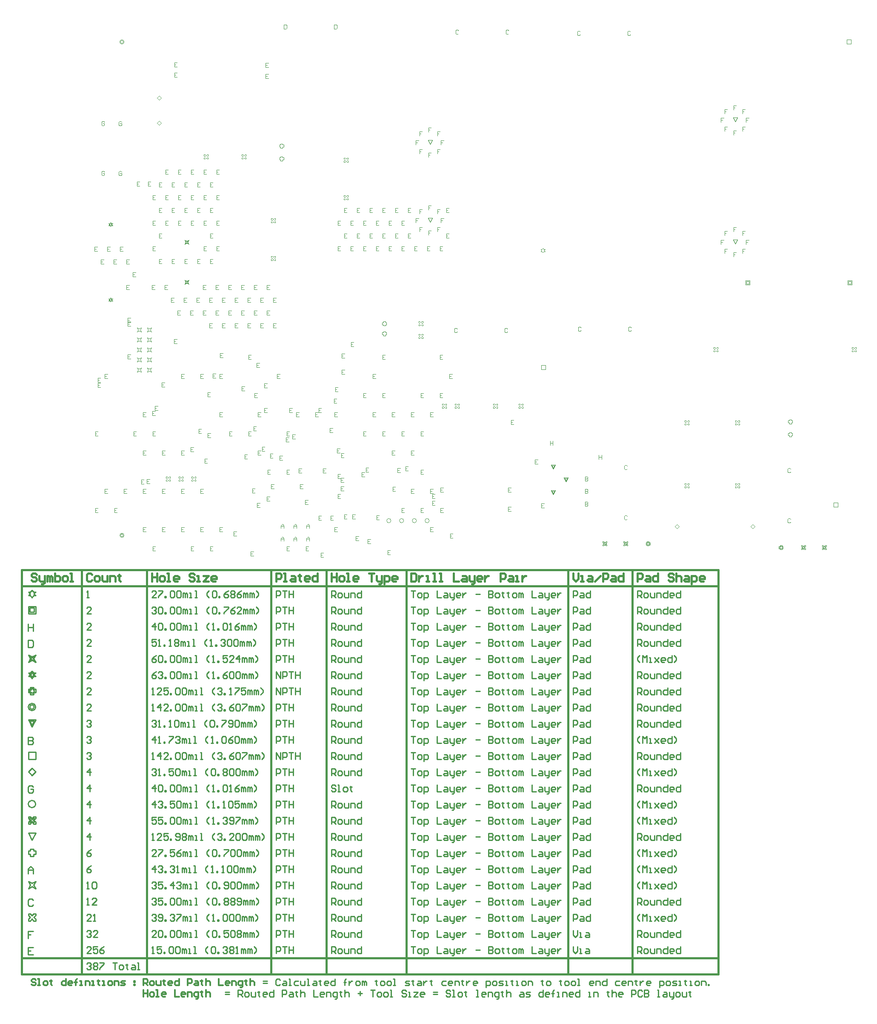
<source format=gbr>
%TF.GenerationSoftware,Altium Limited,Altium Designer,20.0.13 (296)*%
G04 Layer_Color=2752767*
%FSLAX26Y26*%
%MOIN*%
%TF.FileFunction,Drawing*%
%TF.Part,Single*%
G01*
G75*
%TA.AperFunction,NonConductor*%
%ADD107C,0.010000*%
%ADD186C,0.015000*%
%ADD225C,0.003333*%
%ADD226C,0.016000*%
%ADD227C,0.014000*%
D107*
X-442940Y-1124149D02*
G03*
X-442940Y-1124149I-16889J0D01*
G01*
X-431680D02*
G03*
X-431680Y-1124149I-28149J0D01*
G01*
Y-1884165D02*
G03*
X-431680Y-1884165I-28149J0D01*
G01*
X-473904Y-251538D02*
X-459829Y-265612D01*
X-487978Y-251538D02*
X-473904D01*
X-487978D02*
X-473904Y-237463D01*
X-487978Y-223389D02*
X-473904Y-237463D01*
X-487978Y-223389D02*
X-473904D01*
X-459829Y-209314D01*
X-445755Y-223389D01*
X-431680D01*
X-445755Y-237463D02*
X-431680Y-223389D01*
X-445755Y-237463D02*
X-431680Y-251538D01*
X-445755D02*
X-431680D01*
X-459829Y-265612D02*
X-445755Y-251538D01*
X-476719Y-381022D02*
X-442940D01*
Y-347243D01*
X-476719D02*
X-442940D01*
X-476719Y-381022D02*
Y-347243D01*
X-487978Y-392281D02*
X-431680D01*
Y-335984D01*
X-487978D02*
X-431680D01*
X-487978Y-392281D02*
Y-335984D01*
X-476719Y-761030D02*
X-459829Y-752585D01*
X-442940Y-761030D01*
X-451385Y-744141D02*
X-442940Y-761030D01*
X-451385Y-744141D02*
X-442940Y-727251D01*
X-459829Y-735696D02*
X-442940Y-727251D01*
X-476719D02*
X-459829Y-735696D01*
X-476719Y-727251D02*
X-468274Y-744141D01*
X-476719Y-761030D02*
X-468274Y-744141D01*
X-487978Y-772290D02*
X-459829Y-758215D01*
X-431680Y-772290D01*
X-445755Y-744141D02*
X-431680Y-772290D01*
X-445755Y-744141D02*
X-431680Y-715992D01*
X-459829Y-730066D02*
X-431680Y-715992D01*
X-487978D02*
X-459829Y-730066D01*
X-487978Y-715992D02*
X-473904Y-744141D01*
X-487978Y-772290D02*
X-473904Y-744141D01*
X-468274Y-879255D02*
X-459829Y-887699D01*
X-476719Y-879255D02*
X-468274D01*
X-476719D02*
X-468274Y-870810D01*
X-476719Y-862366D02*
X-468274Y-870810D01*
X-476719Y-862366D02*
X-468274D01*
X-459829Y-853921D01*
X-451385Y-862366D01*
X-442940D01*
X-451385Y-870810D02*
X-442940Y-862366D01*
X-451385Y-870810D02*
X-442940Y-879255D01*
X-451385D02*
X-442940D01*
X-459829Y-887699D02*
X-451385Y-879255D01*
X-473904Y-884885D02*
X-459829Y-898959D01*
X-487978Y-884885D02*
X-473904D01*
X-487978D02*
X-473904Y-870810D01*
X-487978Y-856736D02*
X-473904Y-870810D01*
X-487978Y-856736D02*
X-473904D01*
X-459829Y-842661D01*
X-445755Y-856736D01*
X-431680D01*
X-445755Y-870810D02*
X-431680Y-856736D01*
X-445755Y-870810D02*
X-431680Y-884885D01*
X-445755D02*
X-431680D01*
X-459829Y-898959D02*
X-445755Y-884885D01*
X-476719Y-1005924D02*
X-468274D01*
X-476719D02*
Y-989035D01*
X-468274D01*
Y-980590D01*
X-451385D01*
Y-989035D02*
Y-980590D01*
Y-989035D02*
X-442940D01*
Y-1005924D02*
Y-989035D01*
X-451385Y-1005924D02*
X-442940D01*
X-451385Y-1014369D02*
Y-1005924D01*
X-468274Y-1014369D02*
X-451385D01*
X-468274D02*
Y-1005924D01*
X-487978Y-1011554D02*
X-473904D01*
X-487978D02*
Y-983405D01*
X-473904D01*
Y-969331D01*
X-445755D01*
Y-983405D02*
Y-969331D01*
Y-983405D02*
X-431680D01*
Y-1011554D02*
Y-983405D01*
X-445755Y-1011554D02*
X-431680D01*
X-445755Y-1025628D02*
Y-1011554D01*
X-473904Y-1025628D02*
X-445755D01*
X-473904D02*
Y-1011554D01*
X-459829Y-1267708D02*
X-442940Y-1233929D01*
X-476719D02*
X-442940D01*
X-476719D02*
X-459829Y-1267708D01*
Y-1278967D02*
X-431680Y-1222670D01*
X-487978D02*
X-431680D01*
X-487978D02*
X-459829Y-1278967D01*
X-487978Y-1532306D02*
X-431680D01*
Y-1476008D01*
X-487978D02*
X-431680D01*
X-487978Y-1532306D02*
Y-1476008D01*
Y-1630827D02*
X-459829Y-1658975D01*
X-431680Y-1630827D01*
X-459829Y-1602678D02*
X-431680Y-1630827D01*
X-487978D02*
X-459829Y-1602678D01*
X-476719Y-2027724D02*
Y-2019279D01*
X-468274Y-2010835D01*
X-476719Y-2002390D02*
X-468274Y-2010835D01*
X-476719Y-2002390D02*
Y-1993946D01*
X-468274D01*
X-459829Y-2002390D01*
X-451385Y-1993946D01*
X-442940D01*
Y-2002390D02*
Y-1993946D01*
X-451385Y-2010835D02*
X-442940Y-2002390D01*
X-451385Y-2010835D02*
X-442940Y-2019279D01*
Y-2027724D02*
Y-2019279D01*
X-451385Y-2027724D02*
X-442940D01*
X-459829Y-2019279D02*
X-451385Y-2027724D01*
X-468274D02*
X-459829Y-2019279D01*
X-476719Y-2027724D02*
X-468274D01*
X-487978Y-2038984D02*
Y-2024909D01*
X-473904Y-2010835D01*
X-487978Y-1996760D02*
X-473904Y-2010835D01*
X-487978Y-1996760D02*
Y-1982686D01*
X-473904D01*
X-459829Y-1996760D01*
X-445755Y-1982686D01*
X-431680D01*
Y-1996760D02*
Y-1982686D01*
X-445755Y-2010835D02*
X-431680Y-1996760D01*
X-445755Y-2010835D02*
X-431680Y-2024909D01*
Y-2038984D02*
Y-2024909D01*
X-445755Y-2038984D02*
X-431680D01*
X-459829Y-2024909D02*
X-445755Y-2038984D01*
X-473904D02*
X-459829Y-2024909D01*
X-487978Y-2038984D02*
X-473904D01*
X-459829Y-2165653D02*
X-431680Y-2109355D01*
X-487978D02*
X-431680D01*
X-487978D02*
X-459829Y-2165653D01*
X-487978Y-2278248D02*
X-473904D01*
X-487978D02*
Y-2250099D01*
X-473904D01*
Y-2236025D01*
X-445755D01*
Y-2250099D02*
Y-2236025D01*
Y-2250099D02*
X-431680D01*
Y-2278248D02*
Y-2250099D01*
X-445755Y-2278248D02*
X-431680D01*
X-445755Y-2292322D02*
Y-2278248D01*
X-473904Y-2292322D02*
X-445755D01*
X-473904D02*
Y-2278248D01*
X-487978Y-2545661D02*
X-459829Y-2531587D01*
X-431680Y-2545661D01*
X-445755Y-2517512D02*
X-431680Y-2545661D01*
X-445755Y-2517512D02*
X-431680Y-2489364D01*
X-459829Y-2503438D02*
X-431680Y-2489364D01*
X-487978D02*
X-459829Y-2503438D01*
X-487978Y-2489364D02*
X-473904Y-2517512D01*
X-487978Y-2545661D02*
X-473904Y-2517512D01*
X-487978Y-2799000D02*
Y-2784926D01*
X-473904Y-2770851D01*
X-487978Y-2756777D02*
X-473904Y-2770851D01*
X-487978Y-2756777D02*
Y-2742702D01*
X-473904D01*
X-459829Y-2756777D01*
X-445755Y-2742702D01*
X-431680D01*
Y-2756777D02*
Y-2742702D01*
X-445755Y-2770851D02*
X-431680Y-2756777D01*
X-445755Y-2770851D02*
X-431680Y-2784926D01*
Y-2799000D02*
Y-2784926D01*
X-445755Y-2799000D02*
X-431680D01*
X-459829Y-2784926D02*
X-445755Y-2799000D01*
X-473904D02*
X-459829Y-2784926D01*
X-487978Y-2799000D02*
X-473904D01*
X4282153Y-265612D02*
Y-214961D01*
X4307479D01*
X4315921Y-223403D01*
Y-240286D01*
X4307479Y-248728D01*
X4282153D01*
X4299037D02*
X4315921Y-265612D01*
X4341246D02*
X4358130D01*
X4366572Y-257170D01*
Y-240286D01*
X4358130Y-231844D01*
X4341246D01*
X4332805Y-240286D01*
Y-257170D01*
X4341246Y-265612D01*
X4383456Y-231844D02*
Y-257170D01*
X4391898Y-265612D01*
X4417224D01*
Y-231844D01*
X4434107Y-265612D02*
Y-231844D01*
X4459433D01*
X4467875Y-240286D01*
Y-265612D01*
X4518526Y-214961D02*
Y-265612D01*
X4493201D01*
X4484759Y-257170D01*
Y-240286D01*
X4493201Y-231844D01*
X4518526D01*
X4560736Y-265612D02*
X4543852D01*
X4535410Y-257170D01*
Y-240286D01*
X4543852Y-231844D01*
X4560736D01*
X4569178Y-240286D01*
Y-248728D01*
X4535410D01*
X4619829Y-214961D02*
Y-265612D01*
X4594503D01*
X4586061Y-257170D01*
Y-240286D01*
X4594503Y-231844D01*
X4619829D01*
X4282153Y-392281D02*
Y-341630D01*
X4307479D01*
X4315921Y-350072D01*
Y-366956D01*
X4307479Y-375398D01*
X4282153D01*
X4299037D02*
X4315921Y-392281D01*
X4341246D02*
X4358130D01*
X4366572Y-383839D01*
Y-366956D01*
X4358130Y-358514D01*
X4341246D01*
X4332805Y-366956D01*
Y-383839D01*
X4341246Y-392281D01*
X4383456Y-358514D02*
Y-383839D01*
X4391898Y-392281D01*
X4417224D01*
Y-358514D01*
X4434107Y-392281D02*
Y-358514D01*
X4459433D01*
X4467875Y-366956D01*
Y-392281D01*
X4518526Y-341630D02*
Y-392281D01*
X4493201D01*
X4484759Y-383839D01*
Y-366956D01*
X4493201Y-358514D01*
X4518526D01*
X4560736Y-392281D02*
X4543852D01*
X4535410Y-383839D01*
Y-366956D01*
X4543852Y-358514D01*
X4560736D01*
X4569178Y-366956D01*
Y-375398D01*
X4535410D01*
X4619829Y-341630D02*
Y-392281D01*
X4594503D01*
X4586061Y-383839D01*
Y-366956D01*
X4594503Y-358514D01*
X4619829D01*
X4282153Y-518951D02*
Y-468299D01*
X4307479D01*
X4315921Y-476741D01*
Y-493625D01*
X4307479Y-502067D01*
X4282153D01*
X4299037D02*
X4315921Y-518951D01*
X4341246D02*
X4358130D01*
X4366572Y-510509D01*
Y-493625D01*
X4358130Y-485183D01*
X4341246D01*
X4332805Y-493625D01*
Y-510509D01*
X4341246Y-518951D01*
X4383456Y-485183D02*
Y-510509D01*
X4391898Y-518951D01*
X4417224D01*
Y-485183D01*
X4434107Y-518951D02*
Y-485183D01*
X4459433D01*
X4467875Y-493625D01*
Y-518951D01*
X4518526Y-468299D02*
Y-518951D01*
X4493201D01*
X4484759Y-510509D01*
Y-493625D01*
X4493201Y-485183D01*
X4518526D01*
X4560736Y-518951D02*
X4543852D01*
X4535410Y-510509D01*
Y-493625D01*
X4543852Y-485183D01*
X4560736D01*
X4569178Y-493625D01*
Y-502067D01*
X4535410D01*
X4619829Y-468299D02*
Y-518951D01*
X4594503D01*
X4586061Y-510509D01*
Y-493625D01*
X4594503Y-485183D01*
X4619829D01*
X4282153Y-645620D02*
Y-594969D01*
X4307479D01*
X4315921Y-603411D01*
Y-620294D01*
X4307479Y-628736D01*
X4282153D01*
X4299037D02*
X4315921Y-645620D01*
X4341246D02*
X4358130D01*
X4366572Y-637178D01*
Y-620294D01*
X4358130Y-611853D01*
X4341246D01*
X4332805Y-620294D01*
Y-637178D01*
X4341246Y-645620D01*
X4383456Y-611853D02*
Y-637178D01*
X4391898Y-645620D01*
X4417224D01*
Y-611853D01*
X4434107Y-645620D02*
Y-611853D01*
X4459433D01*
X4467875Y-620294D01*
Y-645620D01*
X4518526Y-594969D02*
Y-645620D01*
X4493201D01*
X4484759Y-637178D01*
Y-620294D01*
X4493201Y-611853D01*
X4518526D01*
X4560736Y-645620D02*
X4543852D01*
X4535410Y-637178D01*
Y-620294D01*
X4543852Y-611853D01*
X4560736D01*
X4569178Y-620294D01*
Y-628736D01*
X4535410D01*
X4619829Y-594969D02*
Y-645620D01*
X4594503D01*
X4586061Y-637178D01*
Y-620294D01*
X4594503Y-611853D01*
X4619829D01*
X4299037Y-772290D02*
X4282153Y-755406D01*
Y-738522D01*
X4299037Y-721638D01*
X4324363Y-772290D02*
Y-721638D01*
X4341246Y-738522D01*
X4358130Y-721638D01*
Y-772290D01*
X4375014D02*
X4391898D01*
X4383456D01*
Y-738522D01*
X4375014D01*
X4417224D02*
X4450991Y-772290D01*
X4434107Y-755406D01*
X4450991Y-738522D01*
X4417224Y-772290D01*
X4493201D02*
X4476317D01*
X4467875Y-763848D01*
Y-746964D01*
X4476317Y-738522D01*
X4493201D01*
X4501642Y-746964D01*
Y-755406D01*
X4467875D01*
X4552294Y-721638D02*
Y-772290D01*
X4526968D01*
X4518526Y-763848D01*
Y-746964D01*
X4526968Y-738522D01*
X4552294D01*
X4569178Y-772290D02*
X4586061Y-755406D01*
Y-738522D01*
X4569178Y-721638D01*
X4282153Y-898959D02*
Y-848308D01*
X4307479D01*
X4315921Y-856750D01*
Y-873633D01*
X4307479Y-882075D01*
X4282153D01*
X4299037D02*
X4315921Y-898959D01*
X4341246D02*
X4358130D01*
X4366572Y-890517D01*
Y-873633D01*
X4358130Y-865191D01*
X4341246D01*
X4332805Y-873633D01*
Y-890517D01*
X4341246Y-898959D01*
X4383456Y-865191D02*
Y-890517D01*
X4391898Y-898959D01*
X4417224D01*
Y-865191D01*
X4434107Y-898959D02*
Y-865191D01*
X4459433D01*
X4467875Y-873633D01*
Y-898959D01*
X4518526Y-848308D02*
Y-898959D01*
X4493201D01*
X4484759Y-890517D01*
Y-873633D01*
X4493201Y-865191D01*
X4518526D01*
X4560736Y-898959D02*
X4543852D01*
X4535410Y-890517D01*
Y-873633D01*
X4543852Y-865191D01*
X4560736D01*
X4569178Y-873633D01*
Y-882075D01*
X4535410D01*
X4619829Y-848308D02*
Y-898959D01*
X4594503D01*
X4586061Y-890517D01*
Y-873633D01*
X4594503Y-865191D01*
X4619829D01*
X4282153Y-1025628D02*
Y-974977D01*
X4307479D01*
X4315921Y-983419D01*
Y-1000303D01*
X4307479Y-1008745D01*
X4282153D01*
X4299037D02*
X4315921Y-1025628D01*
X4341246D02*
X4358130D01*
X4366572Y-1017187D01*
Y-1000303D01*
X4358130Y-991861D01*
X4341246D01*
X4332805Y-1000303D01*
Y-1017187D01*
X4341246Y-1025628D01*
X4383456Y-991861D02*
Y-1017187D01*
X4391898Y-1025628D01*
X4417224D01*
Y-991861D01*
X4434107Y-1025628D02*
Y-991861D01*
X4459433D01*
X4467875Y-1000303D01*
Y-1025628D01*
X4518526Y-974977D02*
Y-1025628D01*
X4493201D01*
X4484759Y-1017187D01*
Y-1000303D01*
X4493201Y-991861D01*
X4518526D01*
X4560736Y-1025628D02*
X4543852D01*
X4535410Y-1017187D01*
Y-1000303D01*
X4543852Y-991861D01*
X4560736D01*
X4569178Y-1000303D01*
Y-1008745D01*
X4535410D01*
X4619829Y-974977D02*
Y-1025628D01*
X4594503D01*
X4586061Y-1017187D01*
Y-1000303D01*
X4594503Y-991861D01*
X4619829D01*
X4282153Y-1152298D02*
Y-1101646D01*
X4307479D01*
X4315921Y-1110088D01*
Y-1126972D01*
X4307479Y-1135414D01*
X4282153D01*
X4299037D02*
X4315921Y-1152298D01*
X4341246D02*
X4358130D01*
X4366572Y-1143856D01*
Y-1126972D01*
X4358130Y-1118530D01*
X4341246D01*
X4332805Y-1126972D01*
Y-1143856D01*
X4341246Y-1152298D01*
X4383456Y-1118530D02*
Y-1143856D01*
X4391898Y-1152298D01*
X4417224D01*
Y-1118530D01*
X4434107Y-1152298D02*
Y-1118530D01*
X4459433D01*
X4467875Y-1126972D01*
Y-1152298D01*
X4518526Y-1101646D02*
Y-1152298D01*
X4493201D01*
X4484759Y-1143856D01*
Y-1126972D01*
X4493201Y-1118530D01*
X4518526D01*
X4560736Y-1152298D02*
X4543852D01*
X4535410Y-1143856D01*
Y-1126972D01*
X4543852Y-1118530D01*
X4560736D01*
X4569178Y-1126972D01*
Y-1135414D01*
X4535410D01*
X4619829Y-1101646D02*
Y-1152298D01*
X4594503D01*
X4586061Y-1143856D01*
Y-1126972D01*
X4594503Y-1118530D01*
X4619829D01*
X4282153Y-1278967D02*
Y-1228316D01*
X4307479D01*
X4315921Y-1236758D01*
Y-1253641D01*
X4307479Y-1262083D01*
X4282153D01*
X4299037D02*
X4315921Y-1278967D01*
X4341246D02*
X4358130D01*
X4366572Y-1270525D01*
Y-1253641D01*
X4358130Y-1245200D01*
X4341246D01*
X4332805Y-1253641D01*
Y-1270525D01*
X4341246Y-1278967D01*
X4383456Y-1245200D02*
Y-1270525D01*
X4391898Y-1278967D01*
X4417224D01*
Y-1245200D01*
X4434107Y-1278967D02*
Y-1245200D01*
X4459433D01*
X4467875Y-1253641D01*
Y-1278967D01*
X4518526Y-1228316D02*
Y-1278967D01*
X4493201D01*
X4484759Y-1270525D01*
Y-1253641D01*
X4493201Y-1245200D01*
X4518526D01*
X4560736Y-1278967D02*
X4543852D01*
X4535410Y-1270525D01*
Y-1253641D01*
X4543852Y-1245200D01*
X4560736D01*
X4569178Y-1253641D01*
Y-1262083D01*
X4535410D01*
X4619829Y-1228316D02*
Y-1278967D01*
X4594503D01*
X4586061Y-1270525D01*
Y-1253641D01*
X4594503Y-1245200D01*
X4619829D01*
X4299037Y-1405637D02*
X4282153Y-1388753D01*
Y-1371869D01*
X4299037Y-1354985D01*
X4324363Y-1405637D02*
Y-1354985D01*
X4341246Y-1371869D01*
X4358130Y-1354985D01*
Y-1405637D01*
X4375014D02*
X4391898D01*
X4383456D01*
Y-1371869D01*
X4375014D01*
X4417224D02*
X4450991Y-1405637D01*
X4434107Y-1388753D01*
X4450991Y-1371869D01*
X4417224Y-1405637D01*
X4493201D02*
X4476317D01*
X4467875Y-1397195D01*
Y-1380311D01*
X4476317Y-1371869D01*
X4493201D01*
X4501642Y-1380311D01*
Y-1388753D01*
X4467875D01*
X4552294Y-1354985D02*
Y-1405637D01*
X4526968D01*
X4518526Y-1397195D01*
Y-1380311D01*
X4526968Y-1371869D01*
X4552294D01*
X4569178Y-1405637D02*
X4586061Y-1388753D01*
Y-1371869D01*
X4569178Y-1354985D01*
X4282153Y-1532306D02*
Y-1481655D01*
X4307479D01*
X4315921Y-1490097D01*
Y-1506980D01*
X4307479Y-1515422D01*
X4282153D01*
X4299037D02*
X4315921Y-1532306D01*
X4341246D02*
X4358130D01*
X4366572Y-1523864D01*
Y-1506980D01*
X4358130Y-1498538D01*
X4341246D01*
X4332805Y-1506980D01*
Y-1523864D01*
X4341246Y-1532306D01*
X4383456Y-1498538D02*
Y-1523864D01*
X4391898Y-1532306D01*
X4417224D01*
Y-1498538D01*
X4434107Y-1532306D02*
Y-1498538D01*
X4459433D01*
X4467875Y-1506980D01*
Y-1532306D01*
X4518526Y-1481655D02*
Y-1532306D01*
X4493201D01*
X4484759Y-1523864D01*
Y-1506980D01*
X4493201Y-1498538D01*
X4518526D01*
X4560736Y-1532306D02*
X4543852D01*
X4535410Y-1523864D01*
Y-1506980D01*
X4543852Y-1498538D01*
X4560736D01*
X4569178Y-1506980D01*
Y-1515422D01*
X4535410D01*
X4619829Y-1481655D02*
Y-1532306D01*
X4594503D01*
X4586061Y-1523864D01*
Y-1506980D01*
X4594503Y-1498538D01*
X4619829D01*
X4299037Y-1658975D02*
X4282153Y-1642092D01*
Y-1625208D01*
X4299037Y-1608324D01*
X4324363Y-1658975D02*
Y-1608324D01*
X4341246Y-1625208D01*
X4358130Y-1608324D01*
Y-1658975D01*
X4375014D02*
X4391898D01*
X4383456D01*
Y-1625208D01*
X4375014D01*
X4417224D02*
X4450991Y-1658975D01*
X4434107Y-1642092D01*
X4450991Y-1625208D01*
X4417224Y-1658975D01*
X4493201D02*
X4476317D01*
X4467875Y-1650534D01*
Y-1633650D01*
X4476317Y-1625208D01*
X4493201D01*
X4501642Y-1633650D01*
Y-1642092D01*
X4467875D01*
X4552294Y-1608324D02*
Y-1658975D01*
X4526968D01*
X4518526Y-1650534D01*
Y-1633650D01*
X4526968Y-1625208D01*
X4552294D01*
X4569178Y-1658975D02*
X4586061Y-1642092D01*
Y-1625208D01*
X4569178Y-1608324D01*
X4282153Y-1785645D02*
Y-1734993D01*
X4307479D01*
X4315921Y-1743435D01*
Y-1760319D01*
X4307479Y-1768761D01*
X4282153D01*
X4299037D02*
X4315921Y-1785645D01*
X4341246D02*
X4358130D01*
X4366572Y-1777203D01*
Y-1760319D01*
X4358130Y-1751877D01*
X4341246D01*
X4332805Y-1760319D01*
Y-1777203D01*
X4341246Y-1785645D01*
X4383456Y-1751877D02*
Y-1777203D01*
X4391898Y-1785645D01*
X4417224D01*
Y-1751877D01*
X4434107Y-1785645D02*
Y-1751877D01*
X4459433D01*
X4467875Y-1760319D01*
Y-1785645D01*
X4518526Y-1734993D02*
Y-1785645D01*
X4493201D01*
X4484759Y-1777203D01*
Y-1760319D01*
X4493201Y-1751877D01*
X4518526D01*
X4560736Y-1785645D02*
X4543852D01*
X4535410Y-1777203D01*
Y-1760319D01*
X4543852Y-1751877D01*
X4560736D01*
X4569178Y-1760319D01*
Y-1768761D01*
X4535410D01*
X4619829Y-1734993D02*
Y-1785645D01*
X4594503D01*
X4586061Y-1777203D01*
Y-1760319D01*
X4594503Y-1751877D01*
X4619829D01*
X4299037Y-1912314D02*
X4282153Y-1895430D01*
Y-1878547D01*
X4299037Y-1861663D01*
X4324363Y-1912314D02*
Y-1861663D01*
X4341246Y-1878547D01*
X4358130Y-1861663D01*
Y-1912314D01*
X4375014D02*
X4391898D01*
X4383456D01*
Y-1878547D01*
X4375014D01*
X4417224D02*
X4450991Y-1912314D01*
X4434107Y-1895430D01*
X4450991Y-1878547D01*
X4417224Y-1912314D01*
X4493201D02*
X4476317D01*
X4467875Y-1903872D01*
Y-1886988D01*
X4476317Y-1878547D01*
X4493201D01*
X4501642Y-1886988D01*
Y-1895430D01*
X4467875D01*
X4552294Y-1861663D02*
Y-1912314D01*
X4526968D01*
X4518526Y-1903872D01*
Y-1886988D01*
X4526968Y-1878547D01*
X4552294D01*
X4569178Y-1912314D02*
X4586061Y-1895430D01*
Y-1878547D01*
X4569178Y-1861663D01*
X4299037Y-2038984D02*
X4282153Y-2022100D01*
Y-2005216D01*
X4299037Y-1988332D01*
X4324363Y-2038984D02*
Y-1988332D01*
X4341246Y-2005216D01*
X4358130Y-1988332D01*
Y-2038984D01*
X4375014D02*
X4391898D01*
X4383456D01*
Y-2005216D01*
X4375014D01*
X4417224D02*
X4450991Y-2038984D01*
X4434107Y-2022100D01*
X4450991Y-2005216D01*
X4417224Y-2038984D01*
X4493201D02*
X4476317D01*
X4467875Y-2030542D01*
Y-2013658D01*
X4476317Y-2005216D01*
X4493201D01*
X4501642Y-2013658D01*
Y-2022100D01*
X4467875D01*
X4552294Y-1988332D02*
Y-2038984D01*
X4526968D01*
X4518526Y-2030542D01*
Y-2013658D01*
X4526968Y-2005216D01*
X4552294D01*
X4569178Y-2038984D02*
X4586061Y-2022100D01*
Y-2005216D01*
X4569178Y-1988332D01*
X4282153Y-2165653D02*
Y-2115002D01*
X4307479D01*
X4315921Y-2123443D01*
Y-2140327D01*
X4307479Y-2148769D01*
X4282153D01*
X4299037D02*
X4315921Y-2165653D01*
X4341246D02*
X4358130D01*
X4366572Y-2157211D01*
Y-2140327D01*
X4358130Y-2131885D01*
X4341246D01*
X4332805Y-2140327D01*
Y-2157211D01*
X4341246Y-2165653D01*
X4383456Y-2131885D02*
Y-2157211D01*
X4391898Y-2165653D01*
X4417224D01*
Y-2131885D01*
X4434107Y-2165653D02*
Y-2131885D01*
X4459433D01*
X4467875Y-2140327D01*
Y-2165653D01*
X4518526Y-2115002D02*
Y-2165653D01*
X4493201D01*
X4484759Y-2157211D01*
Y-2140327D01*
X4493201Y-2131885D01*
X4518526D01*
X4560736Y-2165653D02*
X4543852D01*
X4535410Y-2157211D01*
Y-2140327D01*
X4543852Y-2131885D01*
X4560736D01*
X4569178Y-2140327D01*
Y-2148769D01*
X4535410D01*
X4619829Y-2115002D02*
Y-2165653D01*
X4594503D01*
X4586061Y-2157211D01*
Y-2140327D01*
X4594503Y-2131885D01*
X4619829D01*
X4299037Y-2292322D02*
X4282153Y-2275439D01*
Y-2258555D01*
X4299037Y-2241671D01*
X4324363Y-2292322D02*
Y-2241671D01*
X4341246Y-2258555D01*
X4358130Y-2241671D01*
Y-2292322D01*
X4375014D02*
X4391898D01*
X4383456D01*
Y-2258555D01*
X4375014D01*
X4417224D02*
X4450991Y-2292322D01*
X4434107Y-2275439D01*
X4450991Y-2258555D01*
X4417224Y-2292322D01*
X4493201D02*
X4476317D01*
X4467875Y-2283881D01*
Y-2266997D01*
X4476317Y-2258555D01*
X4493201D01*
X4501642Y-2266997D01*
Y-2275439D01*
X4467875D01*
X4552294Y-2241671D02*
Y-2292322D01*
X4526968D01*
X4518526Y-2283881D01*
Y-2266997D01*
X4526968Y-2258555D01*
X4552294D01*
X4569178Y-2292322D02*
X4586061Y-2275439D01*
Y-2258555D01*
X4569178Y-2241671D01*
X4299037Y-2418992D02*
X4282153Y-2402108D01*
Y-2385224D01*
X4299037Y-2368340D01*
X4324363Y-2418992D02*
Y-2368340D01*
X4341246Y-2385224D01*
X4358130Y-2368340D01*
Y-2418992D01*
X4375014D02*
X4391898D01*
X4383456D01*
Y-2385224D01*
X4375014D01*
X4417224D02*
X4450991Y-2418992D01*
X4434107Y-2402108D01*
X4450991Y-2385224D01*
X4417224Y-2418992D01*
X4493201D02*
X4476317D01*
X4467875Y-2410550D01*
Y-2393666D01*
X4476317Y-2385224D01*
X4493201D01*
X4501642Y-2393666D01*
Y-2402108D01*
X4467875D01*
X4552294Y-2368340D02*
Y-2418992D01*
X4526968D01*
X4518526Y-2410550D01*
Y-2393666D01*
X4526968Y-2385224D01*
X4552294D01*
X4569178Y-2418992D02*
X4586061Y-2402108D01*
Y-2385224D01*
X4569178Y-2368340D01*
X4299037Y-2545661D02*
X4282153Y-2528777D01*
Y-2511894D01*
X4299037Y-2495010D01*
X4324363Y-2545661D02*
Y-2495010D01*
X4341246Y-2511894D01*
X4358130Y-2495010D01*
Y-2545661D01*
X4375014D02*
X4391898D01*
X4383456D01*
Y-2511894D01*
X4375014D01*
X4417224D02*
X4450991Y-2545661D01*
X4434107Y-2528777D01*
X4450991Y-2511894D01*
X4417224Y-2545661D01*
X4493201D02*
X4476317D01*
X4467875Y-2537219D01*
Y-2520336D01*
X4476317Y-2511894D01*
X4493201D01*
X4501642Y-2520336D01*
Y-2528777D01*
X4467875D01*
X4552294Y-2495010D02*
Y-2545661D01*
X4526968D01*
X4518526Y-2537219D01*
Y-2520336D01*
X4526968Y-2511894D01*
X4552294D01*
X4569178Y-2545661D02*
X4586061Y-2528777D01*
Y-2511894D01*
X4569178Y-2495010D01*
X4282153Y-2672331D02*
Y-2621679D01*
X4307479D01*
X4315921Y-2630121D01*
Y-2647005D01*
X4307479Y-2655447D01*
X4282153D01*
X4299037D02*
X4315921Y-2672331D01*
X4341246D02*
X4358130D01*
X4366572Y-2663889D01*
Y-2647005D01*
X4358130Y-2638563D01*
X4341246D01*
X4332805Y-2647005D01*
Y-2663889D01*
X4341246Y-2672331D01*
X4383456Y-2638563D02*
Y-2663889D01*
X4391898Y-2672331D01*
X4417224D01*
Y-2638563D01*
X4434107Y-2672331D02*
Y-2638563D01*
X4459433D01*
X4467875Y-2647005D01*
Y-2672331D01*
X4518526Y-2621679D02*
Y-2672331D01*
X4493201D01*
X4484759Y-2663889D01*
Y-2647005D01*
X4493201Y-2638563D01*
X4518526D01*
X4560736Y-2672331D02*
X4543852D01*
X4535410Y-2663889D01*
Y-2647005D01*
X4543852Y-2638563D01*
X4560736D01*
X4569178Y-2647005D01*
Y-2655447D01*
X4535410D01*
X4619829Y-2621679D02*
Y-2672331D01*
X4594503D01*
X4586061Y-2663889D01*
Y-2647005D01*
X4594503Y-2638563D01*
X4619829D01*
X4299037Y-2799000D02*
X4282153Y-2782116D01*
Y-2765232D01*
X4299037Y-2748349D01*
X4324363Y-2799000D02*
Y-2748349D01*
X4341246Y-2765232D01*
X4358130Y-2748349D01*
Y-2799000D01*
X4375014D02*
X4391898D01*
X4383456D01*
Y-2765232D01*
X4375014D01*
X4417224D02*
X4450991Y-2799000D01*
X4434107Y-2782116D01*
X4450991Y-2765232D01*
X4417224Y-2799000D01*
X4493201D02*
X4476317D01*
X4467875Y-2790558D01*
Y-2773674D01*
X4476317Y-2765232D01*
X4493201D01*
X4501642Y-2773674D01*
Y-2782116D01*
X4467875D01*
X4552294Y-2748349D02*
Y-2799000D01*
X4526968D01*
X4518526Y-2790558D01*
Y-2773674D01*
X4526968Y-2765232D01*
X4552294D01*
X4569178Y-2799000D02*
X4586061Y-2782116D01*
Y-2765232D01*
X4569178Y-2748349D01*
X4282153Y-2925669D02*
Y-2875018D01*
X4307479D01*
X4315921Y-2883460D01*
Y-2900344D01*
X4307479Y-2908786D01*
X4282153D01*
X4299037D02*
X4315921Y-2925669D01*
X4341246D02*
X4358130D01*
X4366572Y-2917227D01*
Y-2900344D01*
X4358130Y-2891902D01*
X4341246D01*
X4332805Y-2900344D01*
Y-2917227D01*
X4341246Y-2925669D01*
X4383456Y-2891902D02*
Y-2917227D01*
X4391898Y-2925669D01*
X4417224D01*
Y-2891902D01*
X4434107Y-2925669D02*
Y-2891902D01*
X4459433D01*
X4467875Y-2900344D01*
Y-2925669D01*
X4518526Y-2875018D02*
Y-2925669D01*
X4493201D01*
X4484759Y-2917227D01*
Y-2900344D01*
X4493201Y-2891902D01*
X4518526D01*
X4560736Y-2925669D02*
X4543852D01*
X4535410Y-2917227D01*
Y-2900344D01*
X4543852Y-2891902D01*
X4560736D01*
X4569178Y-2900344D01*
Y-2908786D01*
X4535410D01*
X4619829Y-2875018D02*
Y-2925669D01*
X4594503D01*
X4586061Y-2917227D01*
Y-2900344D01*
X4594503Y-2891902D01*
X4619829D01*
X4282153Y-3052339D02*
Y-3001687D01*
X4307479D01*
X4315921Y-3010129D01*
Y-3027013D01*
X4307479Y-3035455D01*
X4282153D01*
X4299037D02*
X4315921Y-3052339D01*
X4341246D02*
X4358130D01*
X4366572Y-3043897D01*
Y-3027013D01*
X4358130Y-3018571D01*
X4341246D01*
X4332805Y-3027013D01*
Y-3043897D01*
X4341246Y-3052339D01*
X4383456Y-3018571D02*
Y-3043897D01*
X4391898Y-3052339D01*
X4417224D01*
Y-3018571D01*
X4434107Y-3052339D02*
Y-3018571D01*
X4459433D01*
X4467875Y-3027013D01*
Y-3052339D01*
X4518526Y-3001687D02*
Y-3052339D01*
X4493201D01*
X4484759Y-3043897D01*
Y-3027013D01*
X4493201Y-3018571D01*
X4518526D01*
X4560736Y-3052339D02*
X4543852D01*
X4535410Y-3043897D01*
Y-3027013D01*
X4543852Y-3018571D01*
X4560736D01*
X4569178Y-3027013D01*
Y-3035455D01*
X4535410D01*
X4619829Y-3001687D02*
Y-3052339D01*
X4594503D01*
X4586061Y-3043897D01*
Y-3027013D01*
X4594503Y-3018571D01*
X4619829D01*
X3779071Y-265612D02*
Y-214961D01*
X3804397D01*
X3812839Y-223403D01*
Y-240286D01*
X3804397Y-248728D01*
X3779071D01*
X3838164Y-231844D02*
X3855048D01*
X3863490Y-240286D01*
Y-265612D01*
X3838164D01*
X3829722Y-257170D01*
X3838164Y-248728D01*
X3863490D01*
X3914141Y-214961D02*
Y-265612D01*
X3888816D01*
X3880374Y-257170D01*
Y-240286D01*
X3888816Y-231844D01*
X3914141D01*
X3779071Y-392281D02*
Y-341630D01*
X3804397D01*
X3812839Y-350072D01*
Y-366956D01*
X3804397Y-375398D01*
X3779071D01*
X3838164Y-358514D02*
X3855048D01*
X3863490Y-366956D01*
Y-392281D01*
X3838164D01*
X3829722Y-383839D01*
X3838164Y-375398D01*
X3863490D01*
X3914141Y-341630D02*
Y-392281D01*
X3888816D01*
X3880374Y-383839D01*
Y-366956D01*
X3888816Y-358514D01*
X3914141D01*
X3779071Y-518951D02*
Y-468299D01*
X3804397D01*
X3812839Y-476741D01*
Y-493625D01*
X3804397Y-502067D01*
X3779071D01*
X3838164Y-485183D02*
X3855048D01*
X3863490Y-493625D01*
Y-518951D01*
X3838164D01*
X3829722Y-510509D01*
X3838164Y-502067D01*
X3863490D01*
X3914141Y-468299D02*
Y-518951D01*
X3888816D01*
X3880374Y-510509D01*
Y-493625D01*
X3888816Y-485183D01*
X3914141D01*
X3779071Y-645620D02*
Y-594969D01*
X3804397D01*
X3812839Y-603411D01*
Y-620294D01*
X3804397Y-628736D01*
X3779071D01*
X3838164Y-611853D02*
X3855048D01*
X3863490Y-620294D01*
Y-645620D01*
X3838164D01*
X3829722Y-637178D01*
X3838164Y-628736D01*
X3863490D01*
X3914141Y-594969D02*
Y-645620D01*
X3888816D01*
X3880374Y-637178D01*
Y-620294D01*
X3888816Y-611853D01*
X3914141D01*
X3779071Y-772290D02*
Y-721638D01*
X3804397D01*
X3812839Y-730080D01*
Y-746964D01*
X3804397Y-755406D01*
X3779071D01*
X3838164Y-738522D02*
X3855048D01*
X3863490Y-746964D01*
Y-772290D01*
X3838164D01*
X3829722Y-763848D01*
X3838164Y-755406D01*
X3863490D01*
X3914141Y-721638D02*
Y-772290D01*
X3888816D01*
X3880374Y-763848D01*
Y-746964D01*
X3888816Y-738522D01*
X3914141D01*
X3779071Y-898959D02*
Y-848308D01*
X3804397D01*
X3812839Y-856750D01*
Y-873633D01*
X3804397Y-882075D01*
X3779071D01*
X3838164Y-865191D02*
X3855048D01*
X3863490Y-873633D01*
Y-898959D01*
X3838164D01*
X3829722Y-890517D01*
X3838164Y-882075D01*
X3863490D01*
X3914141Y-848308D02*
Y-898959D01*
X3888816D01*
X3880374Y-890517D01*
Y-873633D01*
X3888816Y-865191D01*
X3914141D01*
X3779071Y-1025628D02*
Y-974977D01*
X3804397D01*
X3812839Y-983419D01*
Y-1000303D01*
X3804397Y-1008745D01*
X3779071D01*
X3838164Y-991861D02*
X3855048D01*
X3863490Y-1000303D01*
Y-1025628D01*
X3838164D01*
X3829722Y-1017187D01*
X3838164Y-1008745D01*
X3863490D01*
X3914141Y-974977D02*
Y-1025628D01*
X3888816D01*
X3880374Y-1017187D01*
Y-1000303D01*
X3888816Y-991861D01*
X3914141D01*
X3779071Y-1152298D02*
Y-1101646D01*
X3804397D01*
X3812839Y-1110088D01*
Y-1126972D01*
X3804397Y-1135414D01*
X3779071D01*
X3838164Y-1118530D02*
X3855048D01*
X3863490Y-1126972D01*
Y-1152298D01*
X3838164D01*
X3829722Y-1143856D01*
X3838164Y-1135414D01*
X3863490D01*
X3914141Y-1101646D02*
Y-1152298D01*
X3888816D01*
X3880374Y-1143856D01*
Y-1126972D01*
X3888816Y-1118530D01*
X3914141D01*
X3779071Y-1278967D02*
Y-1228316D01*
X3804397D01*
X3812839Y-1236758D01*
Y-1253641D01*
X3804397Y-1262083D01*
X3779071D01*
X3838164Y-1245200D02*
X3855048D01*
X3863490Y-1253641D01*
Y-1278967D01*
X3838164D01*
X3829722Y-1270525D01*
X3838164Y-1262083D01*
X3863490D01*
X3914141Y-1228316D02*
Y-1278967D01*
X3888816D01*
X3880374Y-1270525D01*
Y-1253641D01*
X3888816Y-1245200D01*
X3914141D01*
X3779071Y-1405637D02*
Y-1354985D01*
X3804397D01*
X3812839Y-1363427D01*
Y-1380311D01*
X3804397Y-1388753D01*
X3779071D01*
X3838164Y-1371869D02*
X3855048D01*
X3863490Y-1380311D01*
Y-1405637D01*
X3838164D01*
X3829722Y-1397195D01*
X3838164Y-1388753D01*
X3863490D01*
X3914141Y-1354985D02*
Y-1405637D01*
X3888816D01*
X3880374Y-1397195D01*
Y-1380311D01*
X3888816Y-1371869D01*
X3914141D01*
X3779071Y-1532306D02*
Y-1481655D01*
X3804397D01*
X3812839Y-1490097D01*
Y-1506980D01*
X3804397Y-1515422D01*
X3779071D01*
X3838164Y-1498538D02*
X3855048D01*
X3863490Y-1506980D01*
Y-1532306D01*
X3838164D01*
X3829722Y-1523864D01*
X3838164Y-1515422D01*
X3863490D01*
X3914141Y-1481655D02*
Y-1532306D01*
X3888816D01*
X3880374Y-1523864D01*
Y-1506980D01*
X3888816Y-1498538D01*
X3914141D01*
X3779071Y-1658975D02*
Y-1608324D01*
X3804397D01*
X3812839Y-1616766D01*
Y-1633650D01*
X3804397Y-1642092D01*
X3779071D01*
X3838164Y-1625208D02*
X3855048D01*
X3863490Y-1633650D01*
Y-1658975D01*
X3838164D01*
X3829722Y-1650534D01*
X3838164Y-1642092D01*
X3863490D01*
X3914141Y-1608324D02*
Y-1658975D01*
X3888816D01*
X3880374Y-1650534D01*
Y-1633650D01*
X3888816Y-1625208D01*
X3914141D01*
X3779071Y-1785645D02*
Y-1734993D01*
X3804397D01*
X3812839Y-1743435D01*
Y-1760319D01*
X3804397Y-1768761D01*
X3779071D01*
X3838164Y-1751877D02*
X3855048D01*
X3863490Y-1760319D01*
Y-1785645D01*
X3838164D01*
X3829722Y-1777203D01*
X3838164Y-1768761D01*
X3863490D01*
X3914141Y-1734993D02*
Y-1785645D01*
X3888816D01*
X3880374Y-1777203D01*
Y-1760319D01*
X3888816Y-1751877D01*
X3914141D01*
X3779071Y-1912314D02*
Y-1861663D01*
X3804397D01*
X3812839Y-1870105D01*
Y-1886988D01*
X3804397Y-1895430D01*
X3779071D01*
X3838164Y-1878547D02*
X3855048D01*
X3863490Y-1886988D01*
Y-1912314D01*
X3838164D01*
X3829722Y-1903872D01*
X3838164Y-1895430D01*
X3863490D01*
X3914141Y-1861663D02*
Y-1912314D01*
X3888816D01*
X3880374Y-1903872D01*
Y-1886988D01*
X3888816Y-1878547D01*
X3914141D01*
X3779071Y-2038984D02*
Y-1988332D01*
X3804397D01*
X3812839Y-1996774D01*
Y-2013658D01*
X3804397Y-2022100D01*
X3779071D01*
X3838164Y-2005216D02*
X3855048D01*
X3863490Y-2013658D01*
Y-2038984D01*
X3838164D01*
X3829722Y-2030542D01*
X3838164Y-2022100D01*
X3863490D01*
X3914141Y-1988332D02*
Y-2038984D01*
X3888816D01*
X3880374Y-2030542D01*
Y-2013658D01*
X3888816Y-2005216D01*
X3914141D01*
X3779071Y-2165653D02*
Y-2115002D01*
X3804397D01*
X3812839Y-2123443D01*
Y-2140327D01*
X3804397Y-2148769D01*
X3779071D01*
X3838164Y-2131885D02*
X3855048D01*
X3863490Y-2140327D01*
Y-2165653D01*
X3838164D01*
X3829722Y-2157211D01*
X3838164Y-2148769D01*
X3863490D01*
X3914141Y-2115002D02*
Y-2165653D01*
X3888816D01*
X3880374Y-2157211D01*
Y-2140327D01*
X3888816Y-2131885D01*
X3914141D01*
X3779071Y-2292322D02*
Y-2241671D01*
X3804397D01*
X3812839Y-2250113D01*
Y-2266997D01*
X3804397Y-2275439D01*
X3779071D01*
X3838164Y-2258555D02*
X3855048D01*
X3863490Y-2266997D01*
Y-2292322D01*
X3838164D01*
X3829722Y-2283881D01*
X3838164Y-2275439D01*
X3863490D01*
X3914141Y-2241671D02*
Y-2292322D01*
X3888816D01*
X3880374Y-2283881D01*
Y-2266997D01*
X3888816Y-2258555D01*
X3914141D01*
X3779071Y-2418992D02*
Y-2368340D01*
X3804397D01*
X3812839Y-2376782D01*
Y-2393666D01*
X3804397Y-2402108D01*
X3779071D01*
X3838164Y-2385224D02*
X3855048D01*
X3863490Y-2393666D01*
Y-2418992D01*
X3838164D01*
X3829722Y-2410550D01*
X3838164Y-2402108D01*
X3863490D01*
X3914141Y-2368340D02*
Y-2418992D01*
X3888816D01*
X3880374Y-2410550D01*
Y-2393666D01*
X3888816Y-2385224D01*
X3914141D01*
X3779071Y-2545661D02*
Y-2495010D01*
X3804397D01*
X3812839Y-2503452D01*
Y-2520336D01*
X3804397Y-2528777D01*
X3779071D01*
X3838164Y-2511894D02*
X3855048D01*
X3863490Y-2520336D01*
Y-2545661D01*
X3838164D01*
X3829722Y-2537219D01*
X3838164Y-2528777D01*
X3863490D01*
X3914141Y-2495010D02*
Y-2545661D01*
X3888816D01*
X3880374Y-2537219D01*
Y-2520336D01*
X3888816Y-2511894D01*
X3914141D01*
X3779071Y-2672331D02*
Y-2621679D01*
X3804397D01*
X3812839Y-2630121D01*
Y-2647005D01*
X3804397Y-2655447D01*
X3779071D01*
X3838164Y-2638563D02*
X3855048D01*
X3863490Y-2647005D01*
Y-2672331D01*
X3838164D01*
X3829722Y-2663889D01*
X3838164Y-2655447D01*
X3863490D01*
X3914141Y-2621679D02*
Y-2672331D01*
X3888816D01*
X3880374Y-2663889D01*
Y-2647005D01*
X3888816Y-2638563D01*
X3914141D01*
X3779071Y-2799000D02*
Y-2748349D01*
X3804397D01*
X3812839Y-2756791D01*
Y-2773674D01*
X3804397Y-2782116D01*
X3779071D01*
X3838164Y-2765232D02*
X3855048D01*
X3863490Y-2773674D01*
Y-2799000D01*
X3838164D01*
X3829722Y-2790558D01*
X3838164Y-2782116D01*
X3863490D01*
X3914141Y-2748349D02*
Y-2799000D01*
X3888816D01*
X3880374Y-2790558D01*
Y-2773674D01*
X3888816Y-2765232D01*
X3914141D01*
X3779071Y-2875018D02*
Y-2908786D01*
X3795955Y-2925669D01*
X3812839Y-2908786D01*
Y-2875018D01*
X3829722Y-2925669D02*
X3846606D01*
X3838164D01*
Y-2891902D01*
X3829722D01*
X3880374D02*
X3897258D01*
X3905700Y-2900344D01*
Y-2925669D01*
X3880374D01*
X3871932Y-2917227D01*
X3880374Y-2908786D01*
X3905700D01*
X3779071Y-3001687D02*
Y-3035455D01*
X3795955Y-3052339D01*
X3812839Y-3035455D01*
Y-3001687D01*
X3829722Y-3052339D02*
X3846606D01*
X3838164D01*
Y-3018571D01*
X3829722D01*
X3880374D02*
X3897258D01*
X3905700Y-3027013D01*
Y-3052339D01*
X3880374D01*
X3871932Y-3043897D01*
X3880374Y-3035455D01*
X3905700D01*
X2509645Y-214961D02*
X2543413D01*
X2526529D01*
Y-265612D01*
X2568739D02*
X2585622D01*
X2594064Y-257170D01*
Y-240286D01*
X2585622Y-231844D01*
X2568739D01*
X2560297Y-240286D01*
Y-257170D01*
X2568739Y-265612D01*
X2610948Y-282496D02*
Y-231844D01*
X2636274D01*
X2644716Y-240286D01*
Y-257170D01*
X2636274Y-265612D01*
X2610948D01*
X2712251Y-214961D02*
Y-265612D01*
X2746019D01*
X2771344Y-231844D02*
X2788228D01*
X2796670Y-240286D01*
Y-265612D01*
X2771344D01*
X2762902Y-257170D01*
X2771344Y-248728D01*
X2796670D01*
X2813554Y-231844D02*
Y-257170D01*
X2821996Y-265612D01*
X2847321D01*
Y-274054D01*
X2838879Y-282496D01*
X2830438D01*
X2847321Y-265612D02*
Y-231844D01*
X2889531Y-265612D02*
X2872647D01*
X2864205Y-257170D01*
Y-240286D01*
X2872647Y-231844D01*
X2889531D01*
X2897973Y-240286D01*
Y-248728D01*
X2864205D01*
X2914856Y-231844D02*
Y-265612D01*
Y-248728D01*
X2923298Y-240286D01*
X2931740Y-231844D01*
X2940182D01*
X3016159Y-240286D02*
X3049927D01*
X3117462Y-214961D02*
Y-265612D01*
X3142788D01*
X3151230Y-257170D01*
Y-248728D01*
X3142788Y-240286D01*
X3117462D01*
X3142788D01*
X3151230Y-231844D01*
Y-223403D01*
X3142788Y-214961D01*
X3117462D01*
X3176555Y-265612D02*
X3193439D01*
X3201881Y-257170D01*
Y-240286D01*
X3193439Y-231844D01*
X3176555D01*
X3168113Y-240286D01*
Y-257170D01*
X3176555Y-265612D01*
X3227207Y-223403D02*
Y-231844D01*
X3218765D01*
X3235649D01*
X3227207D01*
Y-257170D01*
X3235649Y-265612D01*
X3269416Y-223403D02*
Y-231844D01*
X3260974D01*
X3277858D01*
X3269416D01*
Y-257170D01*
X3277858Y-265612D01*
X3311626D02*
X3328510D01*
X3336952Y-257170D01*
Y-240286D01*
X3328510Y-231844D01*
X3311626D01*
X3303184Y-240286D01*
Y-257170D01*
X3311626Y-265612D01*
X3353835D02*
Y-231844D01*
X3362277D01*
X3370719Y-240286D01*
Y-265612D01*
Y-240286D01*
X3379161Y-231844D01*
X3387603Y-240286D01*
Y-265612D01*
X3455138Y-214961D02*
Y-265612D01*
X3488906D01*
X3514231Y-231844D02*
X3531115D01*
X3539557Y-240286D01*
Y-265612D01*
X3514231D01*
X3505789Y-257170D01*
X3514231Y-248728D01*
X3539557D01*
X3556441Y-231844D02*
Y-257170D01*
X3564883Y-265612D01*
X3590209D01*
Y-274054D01*
X3581767Y-282496D01*
X3573325D01*
X3590209Y-265612D02*
Y-231844D01*
X3632418Y-265612D02*
X3615534D01*
X3607092Y-257170D01*
Y-240286D01*
X3615534Y-231844D01*
X3632418D01*
X3640860Y-240286D01*
Y-248728D01*
X3607092D01*
X3657744Y-231844D02*
Y-265612D01*
Y-248728D01*
X3666186Y-240286D01*
X3674628Y-231844D01*
X3683069D01*
X2509645Y-341630D02*
X2543413D01*
X2526529D01*
Y-392281D01*
X2568739D02*
X2585622D01*
X2594064Y-383839D01*
Y-366956D01*
X2585622Y-358514D01*
X2568739D01*
X2560297Y-366956D01*
Y-383839D01*
X2568739Y-392281D01*
X2610948Y-409165D02*
Y-358514D01*
X2636274D01*
X2644716Y-366956D01*
Y-383839D01*
X2636274Y-392281D01*
X2610948D01*
X2712251Y-341630D02*
Y-392281D01*
X2746019D01*
X2771344Y-358514D02*
X2788228D01*
X2796670Y-366956D01*
Y-392281D01*
X2771344D01*
X2762902Y-383839D01*
X2771344Y-375398D01*
X2796670D01*
X2813554Y-358514D02*
Y-383839D01*
X2821996Y-392281D01*
X2847321D01*
Y-400723D01*
X2838879Y-409165D01*
X2830438D01*
X2847321Y-392281D02*
Y-358514D01*
X2889531Y-392281D02*
X2872647D01*
X2864205Y-383839D01*
Y-366956D01*
X2872647Y-358514D01*
X2889531D01*
X2897973Y-366956D01*
Y-375398D01*
X2864205D01*
X2914856Y-358514D02*
Y-392281D01*
Y-375398D01*
X2923298Y-366956D01*
X2931740Y-358514D01*
X2940182D01*
X3016159Y-366956D02*
X3049927D01*
X3117462Y-341630D02*
Y-392281D01*
X3142788D01*
X3151230Y-383839D01*
Y-375398D01*
X3142788Y-366956D01*
X3117462D01*
X3142788D01*
X3151230Y-358514D01*
Y-350072D01*
X3142788Y-341630D01*
X3117462D01*
X3176555Y-392281D02*
X3193439D01*
X3201881Y-383839D01*
Y-366956D01*
X3193439Y-358514D01*
X3176555D01*
X3168113Y-366956D01*
Y-383839D01*
X3176555Y-392281D01*
X3227207Y-350072D02*
Y-358514D01*
X3218765D01*
X3235649D01*
X3227207D01*
Y-383839D01*
X3235649Y-392281D01*
X3269416Y-350072D02*
Y-358514D01*
X3260974D01*
X3277858D01*
X3269416D01*
Y-383839D01*
X3277858Y-392281D01*
X3311626D02*
X3328510D01*
X3336952Y-383839D01*
Y-366956D01*
X3328510Y-358514D01*
X3311626D01*
X3303184Y-366956D01*
Y-383839D01*
X3311626Y-392281D01*
X3353835D02*
Y-358514D01*
X3362277D01*
X3370719Y-366956D01*
Y-392281D01*
Y-366956D01*
X3379161Y-358514D01*
X3387603Y-366956D01*
Y-392281D01*
X3455138Y-341630D02*
Y-392281D01*
X3488906D01*
X3514231Y-358514D02*
X3531115D01*
X3539557Y-366956D01*
Y-392281D01*
X3514231D01*
X3505789Y-383839D01*
X3514231Y-375398D01*
X3539557D01*
X3556441Y-358514D02*
Y-383839D01*
X3564883Y-392281D01*
X3590209D01*
Y-400723D01*
X3581767Y-409165D01*
X3573325D01*
X3590209Y-392281D02*
Y-358514D01*
X3632418Y-392281D02*
X3615534D01*
X3607092Y-383839D01*
Y-366956D01*
X3615534Y-358514D01*
X3632418D01*
X3640860Y-366956D01*
Y-375398D01*
X3607092D01*
X3657744Y-358514D02*
Y-392281D01*
Y-375398D01*
X3666186Y-366956D01*
X3674628Y-358514D01*
X3683069D01*
X2509645Y-468299D02*
X2543413D01*
X2526529D01*
Y-518951D01*
X2568739D02*
X2585622D01*
X2594064Y-510509D01*
Y-493625D01*
X2585622Y-485183D01*
X2568739D01*
X2560297Y-493625D01*
Y-510509D01*
X2568739Y-518951D01*
X2610948Y-535835D02*
Y-485183D01*
X2636274D01*
X2644716Y-493625D01*
Y-510509D01*
X2636274Y-518951D01*
X2610948D01*
X2712251Y-468299D02*
Y-518951D01*
X2746019D01*
X2771344Y-485183D02*
X2788228D01*
X2796670Y-493625D01*
Y-518951D01*
X2771344D01*
X2762902Y-510509D01*
X2771344Y-502067D01*
X2796670D01*
X2813554Y-485183D02*
Y-510509D01*
X2821996Y-518951D01*
X2847321D01*
Y-527393D01*
X2838879Y-535835D01*
X2830438D01*
X2847321Y-518951D02*
Y-485183D01*
X2889531Y-518951D02*
X2872647D01*
X2864205Y-510509D01*
Y-493625D01*
X2872647Y-485183D01*
X2889531D01*
X2897973Y-493625D01*
Y-502067D01*
X2864205D01*
X2914856Y-485183D02*
Y-518951D01*
Y-502067D01*
X2923298Y-493625D01*
X2931740Y-485183D01*
X2940182D01*
X3016159Y-493625D02*
X3049927D01*
X3117462Y-468299D02*
Y-518951D01*
X3142788D01*
X3151230Y-510509D01*
Y-502067D01*
X3142788Y-493625D01*
X3117462D01*
X3142788D01*
X3151230Y-485183D01*
Y-476741D01*
X3142788Y-468299D01*
X3117462D01*
X3176555Y-518951D02*
X3193439D01*
X3201881Y-510509D01*
Y-493625D01*
X3193439Y-485183D01*
X3176555D01*
X3168113Y-493625D01*
Y-510509D01*
X3176555Y-518951D01*
X3227207Y-476741D02*
Y-485183D01*
X3218765D01*
X3235649D01*
X3227207D01*
Y-510509D01*
X3235649Y-518951D01*
X3269416Y-476741D02*
Y-485183D01*
X3260974D01*
X3277858D01*
X3269416D01*
Y-510509D01*
X3277858Y-518951D01*
X3311626D02*
X3328510D01*
X3336952Y-510509D01*
Y-493625D01*
X3328510Y-485183D01*
X3311626D01*
X3303184Y-493625D01*
Y-510509D01*
X3311626Y-518951D01*
X3353835D02*
Y-485183D01*
X3362277D01*
X3370719Y-493625D01*
Y-518951D01*
Y-493625D01*
X3379161Y-485183D01*
X3387603Y-493625D01*
Y-518951D01*
X3455138Y-468299D02*
Y-518951D01*
X3488906D01*
X3514231Y-485183D02*
X3531115D01*
X3539557Y-493625D01*
Y-518951D01*
X3514231D01*
X3505789Y-510509D01*
X3514231Y-502067D01*
X3539557D01*
X3556441Y-485183D02*
Y-510509D01*
X3564883Y-518951D01*
X3590209D01*
Y-527393D01*
X3581767Y-535835D01*
X3573325D01*
X3590209Y-518951D02*
Y-485183D01*
X3632418Y-518951D02*
X3615534D01*
X3607092Y-510509D01*
Y-493625D01*
X3615534Y-485183D01*
X3632418D01*
X3640860Y-493625D01*
Y-502067D01*
X3607092D01*
X3657744Y-485183D02*
Y-518951D01*
Y-502067D01*
X3666186Y-493625D01*
X3674628Y-485183D01*
X3683069D01*
X2509645Y-594969D02*
X2543413D01*
X2526529D01*
Y-645620D01*
X2568739D02*
X2585622D01*
X2594064Y-637178D01*
Y-620294D01*
X2585622Y-611853D01*
X2568739D01*
X2560297Y-620294D01*
Y-637178D01*
X2568739Y-645620D01*
X2610948Y-662504D02*
Y-611853D01*
X2636274D01*
X2644716Y-620294D01*
Y-637178D01*
X2636274Y-645620D01*
X2610948D01*
X2712251Y-594969D02*
Y-645620D01*
X2746019D01*
X2771344Y-611853D02*
X2788228D01*
X2796670Y-620294D01*
Y-645620D01*
X2771344D01*
X2762902Y-637178D01*
X2771344Y-628736D01*
X2796670D01*
X2813554Y-611853D02*
Y-637178D01*
X2821996Y-645620D01*
X2847321D01*
Y-654062D01*
X2838879Y-662504D01*
X2830438D01*
X2847321Y-645620D02*
Y-611853D01*
X2889531Y-645620D02*
X2872647D01*
X2864205Y-637178D01*
Y-620294D01*
X2872647Y-611853D01*
X2889531D01*
X2897973Y-620294D01*
Y-628736D01*
X2864205D01*
X2914856Y-611853D02*
Y-645620D01*
Y-628736D01*
X2923298Y-620294D01*
X2931740Y-611853D01*
X2940182D01*
X3016159Y-620294D02*
X3049927D01*
X3117462Y-594969D02*
Y-645620D01*
X3142788D01*
X3151230Y-637178D01*
Y-628736D01*
X3142788Y-620294D01*
X3117462D01*
X3142788D01*
X3151230Y-611853D01*
Y-603411D01*
X3142788Y-594969D01*
X3117462D01*
X3176555Y-645620D02*
X3193439D01*
X3201881Y-637178D01*
Y-620294D01*
X3193439Y-611853D01*
X3176555D01*
X3168113Y-620294D01*
Y-637178D01*
X3176555Y-645620D01*
X3227207Y-603411D02*
Y-611853D01*
X3218765D01*
X3235649D01*
X3227207D01*
Y-637178D01*
X3235649Y-645620D01*
X3269416Y-603411D02*
Y-611853D01*
X3260974D01*
X3277858D01*
X3269416D01*
Y-637178D01*
X3277858Y-645620D01*
X3311626D02*
X3328510D01*
X3336952Y-637178D01*
Y-620294D01*
X3328510Y-611853D01*
X3311626D01*
X3303184Y-620294D01*
Y-637178D01*
X3311626Y-645620D01*
X3353835D02*
Y-611853D01*
X3362277D01*
X3370719Y-620294D01*
Y-645620D01*
Y-620294D01*
X3379161Y-611853D01*
X3387603Y-620294D01*
Y-645620D01*
X3455138Y-594969D02*
Y-645620D01*
X3488906D01*
X3514231Y-611853D02*
X3531115D01*
X3539557Y-620294D01*
Y-645620D01*
X3514231D01*
X3505789Y-637178D01*
X3514231Y-628736D01*
X3539557D01*
X3556441Y-611853D02*
Y-637178D01*
X3564883Y-645620D01*
X3590209D01*
Y-654062D01*
X3581767Y-662504D01*
X3573325D01*
X3590209Y-645620D02*
Y-611853D01*
X3632418Y-645620D02*
X3615534D01*
X3607092Y-637178D01*
Y-620294D01*
X3615534Y-611853D01*
X3632418D01*
X3640860Y-620294D01*
Y-628736D01*
X3607092D01*
X3657744Y-611853D02*
Y-645620D01*
Y-628736D01*
X3666186Y-620294D01*
X3674628Y-611853D01*
X3683069D01*
X2509645Y-721638D02*
X2543413D01*
X2526529D01*
Y-772290D01*
X2568739D02*
X2585622D01*
X2594064Y-763848D01*
Y-746964D01*
X2585622Y-738522D01*
X2568739D01*
X2560297Y-746964D01*
Y-763848D01*
X2568739Y-772290D01*
X2610948Y-789173D02*
Y-738522D01*
X2636274D01*
X2644716Y-746964D01*
Y-763848D01*
X2636274Y-772290D01*
X2610948D01*
X2712251Y-721638D02*
Y-772290D01*
X2746019D01*
X2771344Y-738522D02*
X2788228D01*
X2796670Y-746964D01*
Y-772290D01*
X2771344D01*
X2762902Y-763848D01*
X2771344Y-755406D01*
X2796670D01*
X2813554Y-738522D02*
Y-763848D01*
X2821996Y-772290D01*
X2847321D01*
Y-780731D01*
X2838879Y-789173D01*
X2830438D01*
X2847321Y-772290D02*
Y-738522D01*
X2889531Y-772290D02*
X2872647D01*
X2864205Y-763848D01*
Y-746964D01*
X2872647Y-738522D01*
X2889531D01*
X2897973Y-746964D01*
Y-755406D01*
X2864205D01*
X2914856Y-738522D02*
Y-772290D01*
Y-755406D01*
X2923298Y-746964D01*
X2931740Y-738522D01*
X2940182D01*
X3016159Y-746964D02*
X3049927D01*
X3117462Y-721638D02*
Y-772290D01*
X3142788D01*
X3151230Y-763848D01*
Y-755406D01*
X3142788Y-746964D01*
X3117462D01*
X3142788D01*
X3151230Y-738522D01*
Y-730080D01*
X3142788Y-721638D01*
X3117462D01*
X3176555Y-772290D02*
X3193439D01*
X3201881Y-763848D01*
Y-746964D01*
X3193439Y-738522D01*
X3176555D01*
X3168113Y-746964D01*
Y-763848D01*
X3176555Y-772290D01*
X3227207Y-730080D02*
Y-738522D01*
X3218765D01*
X3235649D01*
X3227207D01*
Y-763848D01*
X3235649Y-772290D01*
X3269416Y-730080D02*
Y-738522D01*
X3260974D01*
X3277858D01*
X3269416D01*
Y-763848D01*
X3277858Y-772290D01*
X3311626D02*
X3328510D01*
X3336952Y-763848D01*
Y-746964D01*
X3328510Y-738522D01*
X3311626D01*
X3303184Y-746964D01*
Y-763848D01*
X3311626Y-772290D01*
X3353835D02*
Y-738522D01*
X3362277D01*
X3370719Y-746964D01*
Y-772290D01*
Y-746964D01*
X3379161Y-738522D01*
X3387603Y-746964D01*
Y-772290D01*
X3455138Y-721638D02*
Y-772290D01*
X3488906D01*
X3514231Y-738522D02*
X3531115D01*
X3539557Y-746964D01*
Y-772290D01*
X3514231D01*
X3505789Y-763848D01*
X3514231Y-755406D01*
X3539557D01*
X3556441Y-738522D02*
Y-763848D01*
X3564883Y-772290D01*
X3590209D01*
Y-780731D01*
X3581767Y-789173D01*
X3573325D01*
X3590209Y-772290D02*
Y-738522D01*
X3632418Y-772290D02*
X3615534D01*
X3607092Y-763848D01*
Y-746964D01*
X3615534Y-738522D01*
X3632418D01*
X3640860Y-746964D01*
Y-755406D01*
X3607092D01*
X3657744Y-738522D02*
Y-772290D01*
Y-755406D01*
X3666186Y-746964D01*
X3674628Y-738522D01*
X3683069D01*
X2509645Y-848308D02*
X2543413D01*
X2526529D01*
Y-898959D01*
X2568739D02*
X2585622D01*
X2594064Y-890517D01*
Y-873633D01*
X2585622Y-865191D01*
X2568739D01*
X2560297Y-873633D01*
Y-890517D01*
X2568739Y-898959D01*
X2610948Y-915843D02*
Y-865191D01*
X2636274D01*
X2644716Y-873633D01*
Y-890517D01*
X2636274Y-898959D01*
X2610948D01*
X2712251Y-848308D02*
Y-898959D01*
X2746019D01*
X2771344Y-865191D02*
X2788228D01*
X2796670Y-873633D01*
Y-898959D01*
X2771344D01*
X2762902Y-890517D01*
X2771344Y-882075D01*
X2796670D01*
X2813554Y-865191D02*
Y-890517D01*
X2821996Y-898959D01*
X2847321D01*
Y-907401D01*
X2838879Y-915843D01*
X2830438D01*
X2847321Y-898959D02*
Y-865191D01*
X2889531Y-898959D02*
X2872647D01*
X2864205Y-890517D01*
Y-873633D01*
X2872647Y-865191D01*
X2889531D01*
X2897973Y-873633D01*
Y-882075D01*
X2864205D01*
X2914856Y-865191D02*
Y-898959D01*
Y-882075D01*
X2923298Y-873633D01*
X2931740Y-865191D01*
X2940182D01*
X3016159Y-873633D02*
X3049927D01*
X3117462Y-848308D02*
Y-898959D01*
X3142788D01*
X3151230Y-890517D01*
Y-882075D01*
X3142788Y-873633D01*
X3117462D01*
X3142788D01*
X3151230Y-865191D01*
Y-856750D01*
X3142788Y-848308D01*
X3117462D01*
X3176555Y-898959D02*
X3193439D01*
X3201881Y-890517D01*
Y-873633D01*
X3193439Y-865191D01*
X3176555D01*
X3168113Y-873633D01*
Y-890517D01*
X3176555Y-898959D01*
X3227207Y-856750D02*
Y-865191D01*
X3218765D01*
X3235649D01*
X3227207D01*
Y-890517D01*
X3235649Y-898959D01*
X3269416Y-856750D02*
Y-865191D01*
X3260974D01*
X3277858D01*
X3269416D01*
Y-890517D01*
X3277858Y-898959D01*
X3311626D02*
X3328510D01*
X3336952Y-890517D01*
Y-873633D01*
X3328510Y-865191D01*
X3311626D01*
X3303184Y-873633D01*
Y-890517D01*
X3311626Y-898959D01*
X3353835D02*
Y-865191D01*
X3362277D01*
X3370719Y-873633D01*
Y-898959D01*
Y-873633D01*
X3379161Y-865191D01*
X3387603Y-873633D01*
Y-898959D01*
X3455138Y-848308D02*
Y-898959D01*
X3488906D01*
X3514231Y-865191D02*
X3531115D01*
X3539557Y-873633D01*
Y-898959D01*
X3514231D01*
X3505789Y-890517D01*
X3514231Y-882075D01*
X3539557D01*
X3556441Y-865191D02*
Y-890517D01*
X3564883Y-898959D01*
X3590209D01*
Y-907401D01*
X3581767Y-915843D01*
X3573325D01*
X3590209Y-898959D02*
Y-865191D01*
X3632418Y-898959D02*
X3615534D01*
X3607092Y-890517D01*
Y-873633D01*
X3615534Y-865191D01*
X3632418D01*
X3640860Y-873633D01*
Y-882075D01*
X3607092D01*
X3657744Y-865191D02*
Y-898959D01*
Y-882075D01*
X3666186Y-873633D01*
X3674628Y-865191D01*
X3683069D01*
X2509645Y-974977D02*
X2543413D01*
X2526529D01*
Y-1025628D01*
X2568739D02*
X2585622D01*
X2594064Y-1017187D01*
Y-1000303D01*
X2585622Y-991861D01*
X2568739D01*
X2560297Y-1000303D01*
Y-1017187D01*
X2568739Y-1025628D01*
X2610948Y-1042512D02*
Y-991861D01*
X2636274D01*
X2644716Y-1000303D01*
Y-1017187D01*
X2636274Y-1025628D01*
X2610948D01*
X2712251Y-974977D02*
Y-1025628D01*
X2746019D01*
X2771344Y-991861D02*
X2788228D01*
X2796670Y-1000303D01*
Y-1025628D01*
X2771344D01*
X2762902Y-1017187D01*
X2771344Y-1008745D01*
X2796670D01*
X2813554Y-991861D02*
Y-1017187D01*
X2821996Y-1025628D01*
X2847321D01*
Y-1034070D01*
X2838879Y-1042512D01*
X2830438D01*
X2847321Y-1025628D02*
Y-991861D01*
X2889531Y-1025628D02*
X2872647D01*
X2864205Y-1017187D01*
Y-1000303D01*
X2872647Y-991861D01*
X2889531D01*
X2897973Y-1000303D01*
Y-1008745D01*
X2864205D01*
X2914856Y-991861D02*
Y-1025628D01*
Y-1008745D01*
X2923298Y-1000303D01*
X2931740Y-991861D01*
X2940182D01*
X3016159Y-1000303D02*
X3049927D01*
X3117462Y-974977D02*
Y-1025628D01*
X3142788D01*
X3151230Y-1017187D01*
Y-1008745D01*
X3142788Y-1000303D01*
X3117462D01*
X3142788D01*
X3151230Y-991861D01*
Y-983419D01*
X3142788Y-974977D01*
X3117462D01*
X3176555Y-1025628D02*
X3193439D01*
X3201881Y-1017187D01*
Y-1000303D01*
X3193439Y-991861D01*
X3176555D01*
X3168113Y-1000303D01*
Y-1017187D01*
X3176555Y-1025628D01*
X3227207Y-983419D02*
Y-991861D01*
X3218765D01*
X3235649D01*
X3227207D01*
Y-1017187D01*
X3235649Y-1025628D01*
X3269416Y-983419D02*
Y-991861D01*
X3260974D01*
X3277858D01*
X3269416D01*
Y-1017187D01*
X3277858Y-1025628D01*
X3311626D02*
X3328510D01*
X3336952Y-1017187D01*
Y-1000303D01*
X3328510Y-991861D01*
X3311626D01*
X3303184Y-1000303D01*
Y-1017187D01*
X3311626Y-1025628D01*
X3353835D02*
Y-991861D01*
X3362277D01*
X3370719Y-1000303D01*
Y-1025628D01*
Y-1000303D01*
X3379161Y-991861D01*
X3387603Y-1000303D01*
Y-1025628D01*
X3455138Y-974977D02*
Y-1025628D01*
X3488906D01*
X3514231Y-991861D02*
X3531115D01*
X3539557Y-1000303D01*
Y-1025628D01*
X3514231D01*
X3505789Y-1017187D01*
X3514231Y-1008745D01*
X3539557D01*
X3556441Y-991861D02*
Y-1017187D01*
X3564883Y-1025628D01*
X3590209D01*
Y-1034070D01*
X3581767Y-1042512D01*
X3573325D01*
X3590209Y-1025628D02*
Y-991861D01*
X3632418Y-1025628D02*
X3615534D01*
X3607092Y-1017187D01*
Y-1000303D01*
X3615534Y-991861D01*
X3632418D01*
X3640860Y-1000303D01*
Y-1008745D01*
X3607092D01*
X3657744Y-991861D02*
Y-1025628D01*
Y-1008745D01*
X3666186Y-1000303D01*
X3674628Y-991861D01*
X3683069D01*
X2509645Y-1101646D02*
X2543413D01*
X2526529D01*
Y-1152298D01*
X2568739D02*
X2585622D01*
X2594064Y-1143856D01*
Y-1126972D01*
X2585622Y-1118530D01*
X2568739D01*
X2560297Y-1126972D01*
Y-1143856D01*
X2568739Y-1152298D01*
X2610948Y-1169182D02*
Y-1118530D01*
X2636274D01*
X2644716Y-1126972D01*
Y-1143856D01*
X2636274Y-1152298D01*
X2610948D01*
X2712251Y-1101646D02*
Y-1152298D01*
X2746019D01*
X2771344Y-1118530D02*
X2788228D01*
X2796670Y-1126972D01*
Y-1152298D01*
X2771344D01*
X2762902Y-1143856D01*
X2771344Y-1135414D01*
X2796670D01*
X2813554Y-1118530D02*
Y-1143856D01*
X2821996Y-1152298D01*
X2847321D01*
Y-1160740D01*
X2838879Y-1169182D01*
X2830438D01*
X2847321Y-1152298D02*
Y-1118530D01*
X2889531Y-1152298D02*
X2872647D01*
X2864205Y-1143856D01*
Y-1126972D01*
X2872647Y-1118530D01*
X2889531D01*
X2897973Y-1126972D01*
Y-1135414D01*
X2864205D01*
X2914856Y-1118530D02*
Y-1152298D01*
Y-1135414D01*
X2923298Y-1126972D01*
X2931740Y-1118530D01*
X2940182D01*
X3016159Y-1126972D02*
X3049927D01*
X3117462Y-1101646D02*
Y-1152298D01*
X3142788D01*
X3151230Y-1143856D01*
Y-1135414D01*
X3142788Y-1126972D01*
X3117462D01*
X3142788D01*
X3151230Y-1118530D01*
Y-1110088D01*
X3142788Y-1101646D01*
X3117462D01*
X3176555Y-1152298D02*
X3193439D01*
X3201881Y-1143856D01*
Y-1126972D01*
X3193439Y-1118530D01*
X3176555D01*
X3168113Y-1126972D01*
Y-1143856D01*
X3176555Y-1152298D01*
X3227207Y-1110088D02*
Y-1118530D01*
X3218765D01*
X3235649D01*
X3227207D01*
Y-1143856D01*
X3235649Y-1152298D01*
X3269416Y-1110088D02*
Y-1118530D01*
X3260974D01*
X3277858D01*
X3269416D01*
Y-1143856D01*
X3277858Y-1152298D01*
X3311626D02*
X3328510D01*
X3336952Y-1143856D01*
Y-1126972D01*
X3328510Y-1118530D01*
X3311626D01*
X3303184Y-1126972D01*
Y-1143856D01*
X3311626Y-1152298D01*
X3353835D02*
Y-1118530D01*
X3362277D01*
X3370719Y-1126972D01*
Y-1152298D01*
Y-1126972D01*
X3379161Y-1118530D01*
X3387603Y-1126972D01*
Y-1152298D01*
X3455138Y-1101646D02*
Y-1152298D01*
X3488906D01*
X3514231Y-1118530D02*
X3531115D01*
X3539557Y-1126972D01*
Y-1152298D01*
X3514231D01*
X3505789Y-1143856D01*
X3514231Y-1135414D01*
X3539557D01*
X3556441Y-1118530D02*
Y-1143856D01*
X3564883Y-1152298D01*
X3590209D01*
Y-1160740D01*
X3581767Y-1169182D01*
X3573325D01*
X3590209Y-1152298D02*
Y-1118530D01*
X3632418Y-1152298D02*
X3615534D01*
X3607092Y-1143856D01*
Y-1126972D01*
X3615534Y-1118530D01*
X3632418D01*
X3640860Y-1126972D01*
Y-1135414D01*
X3607092D01*
X3657744Y-1118530D02*
Y-1152298D01*
Y-1135414D01*
X3666186Y-1126972D01*
X3674628Y-1118530D01*
X3683069D01*
X2509645Y-1228316D02*
X2543413D01*
X2526529D01*
Y-1278967D01*
X2568739D02*
X2585622D01*
X2594064Y-1270525D01*
Y-1253641D01*
X2585622Y-1245200D01*
X2568739D01*
X2560297Y-1253641D01*
Y-1270525D01*
X2568739Y-1278967D01*
X2610948Y-1295851D02*
Y-1245200D01*
X2636274D01*
X2644716Y-1253641D01*
Y-1270525D01*
X2636274Y-1278967D01*
X2610948D01*
X2712251Y-1228316D02*
Y-1278967D01*
X2746019D01*
X2771344Y-1245200D02*
X2788228D01*
X2796670Y-1253641D01*
Y-1278967D01*
X2771344D01*
X2762902Y-1270525D01*
X2771344Y-1262083D01*
X2796670D01*
X2813554Y-1245200D02*
Y-1270525D01*
X2821996Y-1278967D01*
X2847321D01*
Y-1287409D01*
X2838879Y-1295851D01*
X2830438D01*
X2847321Y-1278967D02*
Y-1245200D01*
X2889531Y-1278967D02*
X2872647D01*
X2864205Y-1270525D01*
Y-1253641D01*
X2872647Y-1245200D01*
X2889531D01*
X2897973Y-1253641D01*
Y-1262083D01*
X2864205D01*
X2914856Y-1245200D02*
Y-1278967D01*
Y-1262083D01*
X2923298Y-1253641D01*
X2931740Y-1245200D01*
X2940182D01*
X3016159Y-1253641D02*
X3049927D01*
X3117462Y-1228316D02*
Y-1278967D01*
X3142788D01*
X3151230Y-1270525D01*
Y-1262083D01*
X3142788Y-1253641D01*
X3117462D01*
X3142788D01*
X3151230Y-1245200D01*
Y-1236758D01*
X3142788Y-1228316D01*
X3117462D01*
X3176555Y-1278967D02*
X3193439D01*
X3201881Y-1270525D01*
Y-1253641D01*
X3193439Y-1245200D01*
X3176555D01*
X3168113Y-1253641D01*
Y-1270525D01*
X3176555Y-1278967D01*
X3227207Y-1236758D02*
Y-1245200D01*
X3218765D01*
X3235649D01*
X3227207D01*
Y-1270525D01*
X3235649Y-1278967D01*
X3269416Y-1236758D02*
Y-1245200D01*
X3260974D01*
X3277858D01*
X3269416D01*
Y-1270525D01*
X3277858Y-1278967D01*
X3311626D02*
X3328510D01*
X3336952Y-1270525D01*
Y-1253641D01*
X3328510Y-1245200D01*
X3311626D01*
X3303184Y-1253641D01*
Y-1270525D01*
X3311626Y-1278967D01*
X3353835D02*
Y-1245200D01*
X3362277D01*
X3370719Y-1253641D01*
Y-1278967D01*
Y-1253641D01*
X3379161Y-1245200D01*
X3387603Y-1253641D01*
Y-1278967D01*
X3455138Y-1228316D02*
Y-1278967D01*
X3488906D01*
X3514231Y-1245200D02*
X3531115D01*
X3539557Y-1253641D01*
Y-1278967D01*
X3514231D01*
X3505789Y-1270525D01*
X3514231Y-1262083D01*
X3539557D01*
X3556441Y-1245200D02*
Y-1270525D01*
X3564883Y-1278967D01*
X3590209D01*
Y-1287409D01*
X3581767Y-1295851D01*
X3573325D01*
X3590209Y-1278967D02*
Y-1245200D01*
X3632418Y-1278967D02*
X3615534D01*
X3607092Y-1270525D01*
Y-1253641D01*
X3615534Y-1245200D01*
X3632418D01*
X3640860Y-1253641D01*
Y-1262083D01*
X3607092D01*
X3657744Y-1245200D02*
Y-1278967D01*
Y-1262083D01*
X3666186Y-1253641D01*
X3674628Y-1245200D01*
X3683069D01*
X2509645Y-1354985D02*
X2543413D01*
X2526529D01*
Y-1405637D01*
X2568739D02*
X2585622D01*
X2594064Y-1397195D01*
Y-1380311D01*
X2585622Y-1371869D01*
X2568739D01*
X2560297Y-1380311D01*
Y-1397195D01*
X2568739Y-1405637D01*
X2610948Y-1422520D02*
Y-1371869D01*
X2636274D01*
X2644716Y-1380311D01*
Y-1397195D01*
X2636274Y-1405637D01*
X2610948D01*
X2712251Y-1354985D02*
Y-1405637D01*
X2746019D01*
X2771344Y-1371869D02*
X2788228D01*
X2796670Y-1380311D01*
Y-1405637D01*
X2771344D01*
X2762902Y-1397195D01*
X2771344Y-1388753D01*
X2796670D01*
X2813554Y-1371869D02*
Y-1397195D01*
X2821996Y-1405637D01*
X2847321D01*
Y-1414079D01*
X2838879Y-1422520D01*
X2830438D01*
X2847321Y-1405637D02*
Y-1371869D01*
X2889531Y-1405637D02*
X2872647D01*
X2864205Y-1397195D01*
Y-1380311D01*
X2872647Y-1371869D01*
X2889531D01*
X2897973Y-1380311D01*
Y-1388753D01*
X2864205D01*
X2914856Y-1371869D02*
Y-1405637D01*
Y-1388753D01*
X2923298Y-1380311D01*
X2931740Y-1371869D01*
X2940182D01*
X3016159Y-1380311D02*
X3049927D01*
X3117462Y-1354985D02*
Y-1405637D01*
X3142788D01*
X3151230Y-1397195D01*
Y-1388753D01*
X3142788Y-1380311D01*
X3117462D01*
X3142788D01*
X3151230Y-1371869D01*
Y-1363427D01*
X3142788Y-1354985D01*
X3117462D01*
X3176555Y-1405637D02*
X3193439D01*
X3201881Y-1397195D01*
Y-1380311D01*
X3193439Y-1371869D01*
X3176555D01*
X3168113Y-1380311D01*
Y-1397195D01*
X3176555Y-1405637D01*
X3227207Y-1363427D02*
Y-1371869D01*
X3218765D01*
X3235649D01*
X3227207D01*
Y-1397195D01*
X3235649Y-1405637D01*
X3269416Y-1363427D02*
Y-1371869D01*
X3260974D01*
X3277858D01*
X3269416D01*
Y-1397195D01*
X3277858Y-1405637D01*
X3311626D02*
X3328510D01*
X3336952Y-1397195D01*
Y-1380311D01*
X3328510Y-1371869D01*
X3311626D01*
X3303184Y-1380311D01*
Y-1397195D01*
X3311626Y-1405637D01*
X3353835D02*
Y-1371869D01*
X3362277D01*
X3370719Y-1380311D01*
Y-1405637D01*
Y-1380311D01*
X3379161Y-1371869D01*
X3387603Y-1380311D01*
Y-1405637D01*
X3455138Y-1354985D02*
Y-1405637D01*
X3488906D01*
X3514231Y-1371869D02*
X3531115D01*
X3539557Y-1380311D01*
Y-1405637D01*
X3514231D01*
X3505789Y-1397195D01*
X3514231Y-1388753D01*
X3539557D01*
X3556441Y-1371869D02*
Y-1397195D01*
X3564883Y-1405637D01*
X3590209D01*
Y-1414079D01*
X3581767Y-1422520D01*
X3573325D01*
X3590209Y-1405637D02*
Y-1371869D01*
X3632418Y-1405637D02*
X3615534D01*
X3607092Y-1397195D01*
Y-1380311D01*
X3615534Y-1371869D01*
X3632418D01*
X3640860Y-1380311D01*
Y-1388753D01*
X3607092D01*
X3657744Y-1371869D02*
Y-1405637D01*
Y-1388753D01*
X3666186Y-1380311D01*
X3674628Y-1371869D01*
X3683069D01*
X2509645Y-1481655D02*
X2543413D01*
X2526529D01*
Y-1532306D01*
X2568739D02*
X2585622D01*
X2594064Y-1523864D01*
Y-1506980D01*
X2585622Y-1498538D01*
X2568739D01*
X2560297Y-1506980D01*
Y-1523864D01*
X2568739Y-1532306D01*
X2610948Y-1549190D02*
Y-1498538D01*
X2636274D01*
X2644716Y-1506980D01*
Y-1523864D01*
X2636274Y-1532306D01*
X2610948D01*
X2712251Y-1481655D02*
Y-1532306D01*
X2746019D01*
X2771344Y-1498538D02*
X2788228D01*
X2796670Y-1506980D01*
Y-1532306D01*
X2771344D01*
X2762902Y-1523864D01*
X2771344Y-1515422D01*
X2796670D01*
X2813554Y-1498538D02*
Y-1523864D01*
X2821996Y-1532306D01*
X2847321D01*
Y-1540748D01*
X2838879Y-1549190D01*
X2830438D01*
X2847321Y-1532306D02*
Y-1498538D01*
X2889531Y-1532306D02*
X2872647D01*
X2864205Y-1523864D01*
Y-1506980D01*
X2872647Y-1498538D01*
X2889531D01*
X2897973Y-1506980D01*
Y-1515422D01*
X2864205D01*
X2914856Y-1498538D02*
Y-1532306D01*
Y-1515422D01*
X2923298Y-1506980D01*
X2931740Y-1498538D01*
X2940182D01*
X3016159Y-1506980D02*
X3049927D01*
X3117462Y-1481655D02*
Y-1532306D01*
X3142788D01*
X3151230Y-1523864D01*
Y-1515422D01*
X3142788Y-1506980D01*
X3117462D01*
X3142788D01*
X3151230Y-1498538D01*
Y-1490097D01*
X3142788Y-1481655D01*
X3117462D01*
X3176555Y-1532306D02*
X3193439D01*
X3201881Y-1523864D01*
Y-1506980D01*
X3193439Y-1498538D01*
X3176555D01*
X3168113Y-1506980D01*
Y-1523864D01*
X3176555Y-1532306D01*
X3227207Y-1490097D02*
Y-1498538D01*
X3218765D01*
X3235649D01*
X3227207D01*
Y-1523864D01*
X3235649Y-1532306D01*
X3269416Y-1490097D02*
Y-1498538D01*
X3260974D01*
X3277858D01*
X3269416D01*
Y-1523864D01*
X3277858Y-1532306D01*
X3311626D02*
X3328510D01*
X3336952Y-1523864D01*
Y-1506980D01*
X3328510Y-1498538D01*
X3311626D01*
X3303184Y-1506980D01*
Y-1523864D01*
X3311626Y-1532306D01*
X3353835D02*
Y-1498538D01*
X3362277D01*
X3370719Y-1506980D01*
Y-1532306D01*
Y-1506980D01*
X3379161Y-1498538D01*
X3387603Y-1506980D01*
Y-1532306D01*
X3455138Y-1481655D02*
Y-1532306D01*
X3488906D01*
X3514231Y-1498538D02*
X3531115D01*
X3539557Y-1506980D01*
Y-1532306D01*
X3514231D01*
X3505789Y-1523864D01*
X3514231Y-1515422D01*
X3539557D01*
X3556441Y-1498538D02*
Y-1523864D01*
X3564883Y-1532306D01*
X3590209D01*
Y-1540748D01*
X3581767Y-1549190D01*
X3573325D01*
X3590209Y-1532306D02*
Y-1498538D01*
X3632418Y-1532306D02*
X3615534D01*
X3607092Y-1523864D01*
Y-1506980D01*
X3615534Y-1498538D01*
X3632418D01*
X3640860Y-1506980D01*
Y-1515422D01*
X3607092D01*
X3657744Y-1498538D02*
Y-1532306D01*
Y-1515422D01*
X3666186Y-1506980D01*
X3674628Y-1498538D01*
X3683069D01*
X2509645Y-1608324D02*
X2543413D01*
X2526529D01*
Y-1658975D01*
X2568739D02*
X2585622D01*
X2594064Y-1650534D01*
Y-1633650D01*
X2585622Y-1625208D01*
X2568739D01*
X2560297Y-1633650D01*
Y-1650534D01*
X2568739Y-1658975D01*
X2610948Y-1675859D02*
Y-1625208D01*
X2636274D01*
X2644716Y-1633650D01*
Y-1650534D01*
X2636274Y-1658975D01*
X2610948D01*
X2712251Y-1608324D02*
Y-1658975D01*
X2746019D01*
X2771344Y-1625208D02*
X2788228D01*
X2796670Y-1633650D01*
Y-1658975D01*
X2771344D01*
X2762902Y-1650534D01*
X2771344Y-1642092D01*
X2796670D01*
X2813554Y-1625208D02*
Y-1650534D01*
X2821996Y-1658975D01*
X2847321D01*
Y-1667417D01*
X2838879Y-1675859D01*
X2830438D01*
X2847321Y-1658975D02*
Y-1625208D01*
X2889531Y-1658975D02*
X2872647D01*
X2864205Y-1650534D01*
Y-1633650D01*
X2872647Y-1625208D01*
X2889531D01*
X2897973Y-1633650D01*
Y-1642092D01*
X2864205D01*
X2914856Y-1625208D02*
Y-1658975D01*
Y-1642092D01*
X2923298Y-1633650D01*
X2931740Y-1625208D01*
X2940182D01*
X3016159Y-1633650D02*
X3049927D01*
X3117462Y-1608324D02*
Y-1658975D01*
X3142788D01*
X3151230Y-1650534D01*
Y-1642092D01*
X3142788Y-1633650D01*
X3117462D01*
X3142788D01*
X3151230Y-1625208D01*
Y-1616766D01*
X3142788Y-1608324D01*
X3117462D01*
X3176555Y-1658975D02*
X3193439D01*
X3201881Y-1650534D01*
Y-1633650D01*
X3193439Y-1625208D01*
X3176555D01*
X3168113Y-1633650D01*
Y-1650534D01*
X3176555Y-1658975D01*
X3227207Y-1616766D02*
Y-1625208D01*
X3218765D01*
X3235649D01*
X3227207D01*
Y-1650534D01*
X3235649Y-1658975D01*
X3269416Y-1616766D02*
Y-1625208D01*
X3260974D01*
X3277858D01*
X3269416D01*
Y-1650534D01*
X3277858Y-1658975D01*
X3311626D02*
X3328510D01*
X3336952Y-1650534D01*
Y-1633650D01*
X3328510Y-1625208D01*
X3311626D01*
X3303184Y-1633650D01*
Y-1650534D01*
X3311626Y-1658975D01*
X3353835D02*
Y-1625208D01*
X3362277D01*
X3370719Y-1633650D01*
Y-1658975D01*
Y-1633650D01*
X3379161Y-1625208D01*
X3387603Y-1633650D01*
Y-1658975D01*
X3455138Y-1608324D02*
Y-1658975D01*
X3488906D01*
X3514231Y-1625208D02*
X3531115D01*
X3539557Y-1633650D01*
Y-1658975D01*
X3514231D01*
X3505789Y-1650534D01*
X3514231Y-1642092D01*
X3539557D01*
X3556441Y-1625208D02*
Y-1650534D01*
X3564883Y-1658975D01*
X3590209D01*
Y-1667417D01*
X3581767Y-1675859D01*
X3573325D01*
X3590209Y-1658975D02*
Y-1625208D01*
X3632418Y-1658975D02*
X3615534D01*
X3607092Y-1650534D01*
Y-1633650D01*
X3615534Y-1625208D01*
X3632418D01*
X3640860Y-1633650D01*
Y-1642092D01*
X3607092D01*
X3657744Y-1625208D02*
Y-1658975D01*
Y-1642092D01*
X3666186Y-1633650D01*
X3674628Y-1625208D01*
X3683069D01*
X2509645Y-1734993D02*
X2543413D01*
X2526529D01*
Y-1785645D01*
X2568739D02*
X2585622D01*
X2594064Y-1777203D01*
Y-1760319D01*
X2585622Y-1751877D01*
X2568739D01*
X2560297Y-1760319D01*
Y-1777203D01*
X2568739Y-1785645D01*
X2610948Y-1802529D02*
Y-1751877D01*
X2636274D01*
X2644716Y-1760319D01*
Y-1777203D01*
X2636274Y-1785645D01*
X2610948D01*
X2712251Y-1734993D02*
Y-1785645D01*
X2746019D01*
X2771344Y-1751877D02*
X2788228D01*
X2796670Y-1760319D01*
Y-1785645D01*
X2771344D01*
X2762902Y-1777203D01*
X2771344Y-1768761D01*
X2796670D01*
X2813554Y-1751877D02*
Y-1777203D01*
X2821996Y-1785645D01*
X2847321D01*
Y-1794087D01*
X2838879Y-1802529D01*
X2830438D01*
X2847321Y-1785645D02*
Y-1751877D01*
X2889531Y-1785645D02*
X2872647D01*
X2864205Y-1777203D01*
Y-1760319D01*
X2872647Y-1751877D01*
X2889531D01*
X2897973Y-1760319D01*
Y-1768761D01*
X2864205D01*
X2914856Y-1751877D02*
Y-1785645D01*
Y-1768761D01*
X2923298Y-1760319D01*
X2931740Y-1751877D01*
X2940182D01*
X3016159Y-1760319D02*
X3049927D01*
X3117462Y-1734993D02*
Y-1785645D01*
X3142788D01*
X3151230Y-1777203D01*
Y-1768761D01*
X3142788Y-1760319D01*
X3117462D01*
X3142788D01*
X3151230Y-1751877D01*
Y-1743435D01*
X3142788Y-1734993D01*
X3117462D01*
X3176555Y-1785645D02*
X3193439D01*
X3201881Y-1777203D01*
Y-1760319D01*
X3193439Y-1751877D01*
X3176555D01*
X3168113Y-1760319D01*
Y-1777203D01*
X3176555Y-1785645D01*
X3227207Y-1743435D02*
Y-1751877D01*
X3218765D01*
X3235649D01*
X3227207D01*
Y-1777203D01*
X3235649Y-1785645D01*
X3269416Y-1743435D02*
Y-1751877D01*
X3260974D01*
X3277858D01*
X3269416D01*
Y-1777203D01*
X3277858Y-1785645D01*
X3311626D02*
X3328510D01*
X3336952Y-1777203D01*
Y-1760319D01*
X3328510Y-1751877D01*
X3311626D01*
X3303184Y-1760319D01*
Y-1777203D01*
X3311626Y-1785645D01*
X3353835D02*
Y-1751877D01*
X3362277D01*
X3370719Y-1760319D01*
Y-1785645D01*
Y-1760319D01*
X3379161Y-1751877D01*
X3387603Y-1760319D01*
Y-1785645D01*
X3455138Y-1734993D02*
Y-1785645D01*
X3488906D01*
X3514231Y-1751877D02*
X3531115D01*
X3539557Y-1760319D01*
Y-1785645D01*
X3514231D01*
X3505789Y-1777203D01*
X3514231Y-1768761D01*
X3539557D01*
X3556441Y-1751877D02*
Y-1777203D01*
X3564883Y-1785645D01*
X3590209D01*
Y-1794087D01*
X3581767Y-1802529D01*
X3573325D01*
X3590209Y-1785645D02*
Y-1751877D01*
X3632418Y-1785645D02*
X3615534D01*
X3607092Y-1777203D01*
Y-1760319D01*
X3615534Y-1751877D01*
X3632418D01*
X3640860Y-1760319D01*
Y-1768761D01*
X3607092D01*
X3657744Y-1751877D02*
Y-1785645D01*
Y-1768761D01*
X3666186Y-1760319D01*
X3674628Y-1751877D01*
X3683069D01*
X2509645Y-1861663D02*
X2543413D01*
X2526529D01*
Y-1912314D01*
X2568739D02*
X2585622D01*
X2594064Y-1903872D01*
Y-1886988D01*
X2585622Y-1878547D01*
X2568739D01*
X2560297Y-1886988D01*
Y-1903872D01*
X2568739Y-1912314D01*
X2610948Y-1929198D02*
Y-1878547D01*
X2636274D01*
X2644716Y-1886988D01*
Y-1903872D01*
X2636274Y-1912314D01*
X2610948D01*
X2712251Y-1861663D02*
Y-1912314D01*
X2746019D01*
X2771344Y-1878547D02*
X2788228D01*
X2796670Y-1886988D01*
Y-1912314D01*
X2771344D01*
X2762902Y-1903872D01*
X2771344Y-1895430D01*
X2796670D01*
X2813554Y-1878547D02*
Y-1903872D01*
X2821996Y-1912314D01*
X2847321D01*
Y-1920756D01*
X2838879Y-1929198D01*
X2830438D01*
X2847321Y-1912314D02*
Y-1878547D01*
X2889531Y-1912314D02*
X2872647D01*
X2864205Y-1903872D01*
Y-1886988D01*
X2872647Y-1878547D01*
X2889531D01*
X2897973Y-1886988D01*
Y-1895430D01*
X2864205D01*
X2914856Y-1878547D02*
Y-1912314D01*
Y-1895430D01*
X2923298Y-1886988D01*
X2931740Y-1878547D01*
X2940182D01*
X3016159Y-1886988D02*
X3049927D01*
X3117462Y-1861663D02*
Y-1912314D01*
X3142788D01*
X3151230Y-1903872D01*
Y-1895430D01*
X3142788Y-1886988D01*
X3117462D01*
X3142788D01*
X3151230Y-1878547D01*
Y-1870105D01*
X3142788Y-1861663D01*
X3117462D01*
X3176555Y-1912314D02*
X3193439D01*
X3201881Y-1903872D01*
Y-1886988D01*
X3193439Y-1878547D01*
X3176555D01*
X3168113Y-1886988D01*
Y-1903872D01*
X3176555Y-1912314D01*
X3227207Y-1870105D02*
Y-1878547D01*
X3218765D01*
X3235649D01*
X3227207D01*
Y-1903872D01*
X3235649Y-1912314D01*
X3269416Y-1870105D02*
Y-1878547D01*
X3260974D01*
X3277858D01*
X3269416D01*
Y-1903872D01*
X3277858Y-1912314D01*
X3311626D02*
X3328510D01*
X3336952Y-1903872D01*
Y-1886988D01*
X3328510Y-1878547D01*
X3311626D01*
X3303184Y-1886988D01*
Y-1903872D01*
X3311626Y-1912314D01*
X3353835D02*
Y-1878547D01*
X3362277D01*
X3370719Y-1886988D01*
Y-1912314D01*
Y-1886988D01*
X3379161Y-1878547D01*
X3387603Y-1886988D01*
Y-1912314D01*
X3455138Y-1861663D02*
Y-1912314D01*
X3488906D01*
X3514231Y-1878547D02*
X3531115D01*
X3539557Y-1886988D01*
Y-1912314D01*
X3514231D01*
X3505789Y-1903872D01*
X3514231Y-1895430D01*
X3539557D01*
X3556441Y-1878547D02*
Y-1903872D01*
X3564883Y-1912314D01*
X3590209D01*
Y-1920756D01*
X3581767Y-1929198D01*
X3573325D01*
X3590209Y-1912314D02*
Y-1878547D01*
X3632418Y-1912314D02*
X3615534D01*
X3607092Y-1903872D01*
Y-1886988D01*
X3615534Y-1878547D01*
X3632418D01*
X3640860Y-1886988D01*
Y-1895430D01*
X3607092D01*
X3657744Y-1878547D02*
Y-1912314D01*
Y-1895430D01*
X3666186Y-1886988D01*
X3674628Y-1878547D01*
X3683069D01*
X2509645Y-1988332D02*
X2543413D01*
X2526529D01*
Y-2038984D01*
X2568739D02*
X2585622D01*
X2594064Y-2030542D01*
Y-2013658D01*
X2585622Y-2005216D01*
X2568739D01*
X2560297Y-2013658D01*
Y-2030542D01*
X2568739Y-2038984D01*
X2610948Y-2055867D02*
Y-2005216D01*
X2636274D01*
X2644716Y-2013658D01*
Y-2030542D01*
X2636274Y-2038984D01*
X2610948D01*
X2712251Y-1988332D02*
Y-2038984D01*
X2746019D01*
X2771344Y-2005216D02*
X2788228D01*
X2796670Y-2013658D01*
Y-2038984D01*
X2771344D01*
X2762902Y-2030542D01*
X2771344Y-2022100D01*
X2796670D01*
X2813554Y-2005216D02*
Y-2030542D01*
X2821996Y-2038984D01*
X2847321D01*
Y-2047426D01*
X2838879Y-2055867D01*
X2830438D01*
X2847321Y-2038984D02*
Y-2005216D01*
X2889531Y-2038984D02*
X2872647D01*
X2864205Y-2030542D01*
Y-2013658D01*
X2872647Y-2005216D01*
X2889531D01*
X2897973Y-2013658D01*
Y-2022100D01*
X2864205D01*
X2914856Y-2005216D02*
Y-2038984D01*
Y-2022100D01*
X2923298Y-2013658D01*
X2931740Y-2005216D01*
X2940182D01*
X3016159Y-2013658D02*
X3049927D01*
X3117462Y-1988332D02*
Y-2038984D01*
X3142788D01*
X3151230Y-2030542D01*
Y-2022100D01*
X3142788Y-2013658D01*
X3117462D01*
X3142788D01*
X3151230Y-2005216D01*
Y-1996774D01*
X3142788Y-1988332D01*
X3117462D01*
X3176555Y-2038984D02*
X3193439D01*
X3201881Y-2030542D01*
Y-2013658D01*
X3193439Y-2005216D01*
X3176555D01*
X3168113Y-2013658D01*
Y-2030542D01*
X3176555Y-2038984D01*
X3227207Y-1996774D02*
Y-2005216D01*
X3218765D01*
X3235649D01*
X3227207D01*
Y-2030542D01*
X3235649Y-2038984D01*
X3269416Y-1996774D02*
Y-2005216D01*
X3260974D01*
X3277858D01*
X3269416D01*
Y-2030542D01*
X3277858Y-2038984D01*
X3311626D02*
X3328510D01*
X3336952Y-2030542D01*
Y-2013658D01*
X3328510Y-2005216D01*
X3311626D01*
X3303184Y-2013658D01*
Y-2030542D01*
X3311626Y-2038984D01*
X3353835D02*
Y-2005216D01*
X3362277D01*
X3370719Y-2013658D01*
Y-2038984D01*
Y-2013658D01*
X3379161Y-2005216D01*
X3387603Y-2013658D01*
Y-2038984D01*
X3455138Y-1988332D02*
Y-2038984D01*
X3488906D01*
X3514231Y-2005216D02*
X3531115D01*
X3539557Y-2013658D01*
Y-2038984D01*
X3514231D01*
X3505789Y-2030542D01*
X3514231Y-2022100D01*
X3539557D01*
X3556441Y-2005216D02*
Y-2030542D01*
X3564883Y-2038984D01*
X3590209D01*
Y-2047426D01*
X3581767Y-2055867D01*
X3573325D01*
X3590209Y-2038984D02*
Y-2005216D01*
X3632418Y-2038984D02*
X3615534D01*
X3607092Y-2030542D01*
Y-2013658D01*
X3615534Y-2005216D01*
X3632418D01*
X3640860Y-2013658D01*
Y-2022100D01*
X3607092D01*
X3657744Y-2005216D02*
Y-2038984D01*
Y-2022100D01*
X3666186Y-2013658D01*
X3674628Y-2005216D01*
X3683069D01*
X2509645Y-2115002D02*
X2543413D01*
X2526529D01*
Y-2165653D01*
X2568739D02*
X2585622D01*
X2594064Y-2157211D01*
Y-2140327D01*
X2585622Y-2131885D01*
X2568739D01*
X2560297Y-2140327D01*
Y-2157211D01*
X2568739Y-2165653D01*
X2610948Y-2182537D02*
Y-2131885D01*
X2636274D01*
X2644716Y-2140327D01*
Y-2157211D01*
X2636274Y-2165653D01*
X2610948D01*
X2712251Y-2115002D02*
Y-2165653D01*
X2746019D01*
X2771344Y-2131885D02*
X2788228D01*
X2796670Y-2140327D01*
Y-2165653D01*
X2771344D01*
X2762902Y-2157211D01*
X2771344Y-2148769D01*
X2796670D01*
X2813554Y-2131885D02*
Y-2157211D01*
X2821996Y-2165653D01*
X2847321D01*
Y-2174095D01*
X2838879Y-2182537D01*
X2830438D01*
X2847321Y-2165653D02*
Y-2131885D01*
X2889531Y-2165653D02*
X2872647D01*
X2864205Y-2157211D01*
Y-2140327D01*
X2872647Y-2131885D01*
X2889531D01*
X2897973Y-2140327D01*
Y-2148769D01*
X2864205D01*
X2914856Y-2131885D02*
Y-2165653D01*
Y-2148769D01*
X2923298Y-2140327D01*
X2931740Y-2131885D01*
X2940182D01*
X3016159Y-2140327D02*
X3049927D01*
X3117462Y-2115002D02*
Y-2165653D01*
X3142788D01*
X3151230Y-2157211D01*
Y-2148769D01*
X3142788Y-2140327D01*
X3117462D01*
X3142788D01*
X3151230Y-2131885D01*
Y-2123443D01*
X3142788Y-2115002D01*
X3117462D01*
X3176555Y-2165653D02*
X3193439D01*
X3201881Y-2157211D01*
Y-2140327D01*
X3193439Y-2131885D01*
X3176555D01*
X3168113Y-2140327D01*
Y-2157211D01*
X3176555Y-2165653D01*
X3227207Y-2123443D02*
Y-2131885D01*
X3218765D01*
X3235649D01*
X3227207D01*
Y-2157211D01*
X3235649Y-2165653D01*
X3269416Y-2123443D02*
Y-2131885D01*
X3260974D01*
X3277858D01*
X3269416D01*
Y-2157211D01*
X3277858Y-2165653D01*
X3311626D02*
X3328510D01*
X3336952Y-2157211D01*
Y-2140327D01*
X3328510Y-2131885D01*
X3311626D01*
X3303184Y-2140327D01*
Y-2157211D01*
X3311626Y-2165653D01*
X3353835D02*
Y-2131885D01*
X3362277D01*
X3370719Y-2140327D01*
Y-2165653D01*
Y-2140327D01*
X3379161Y-2131885D01*
X3387603Y-2140327D01*
Y-2165653D01*
X3455138Y-2115002D02*
Y-2165653D01*
X3488906D01*
X3514231Y-2131885D02*
X3531115D01*
X3539557Y-2140327D01*
Y-2165653D01*
X3514231D01*
X3505789Y-2157211D01*
X3514231Y-2148769D01*
X3539557D01*
X3556441Y-2131885D02*
Y-2157211D01*
X3564883Y-2165653D01*
X3590209D01*
Y-2174095D01*
X3581767Y-2182537D01*
X3573325D01*
X3590209Y-2165653D02*
Y-2131885D01*
X3632418Y-2165653D02*
X3615534D01*
X3607092Y-2157211D01*
Y-2140327D01*
X3615534Y-2131885D01*
X3632418D01*
X3640860Y-2140327D01*
Y-2148769D01*
X3607092D01*
X3657744Y-2131885D02*
Y-2165653D01*
Y-2148769D01*
X3666186Y-2140327D01*
X3674628Y-2131885D01*
X3683069D01*
X2509645Y-2241671D02*
X2543413D01*
X2526529D01*
Y-2292322D01*
X2568739D02*
X2585622D01*
X2594064Y-2283881D01*
Y-2266997D01*
X2585622Y-2258555D01*
X2568739D01*
X2560297Y-2266997D01*
Y-2283881D01*
X2568739Y-2292322D01*
X2610948Y-2309206D02*
Y-2258555D01*
X2636274D01*
X2644716Y-2266997D01*
Y-2283881D01*
X2636274Y-2292322D01*
X2610948D01*
X2712251Y-2241671D02*
Y-2292322D01*
X2746019D01*
X2771344Y-2258555D02*
X2788228D01*
X2796670Y-2266997D01*
Y-2292322D01*
X2771344D01*
X2762902Y-2283881D01*
X2771344Y-2275439D01*
X2796670D01*
X2813554Y-2258555D02*
Y-2283881D01*
X2821996Y-2292322D01*
X2847321D01*
Y-2300764D01*
X2838879Y-2309206D01*
X2830438D01*
X2847321Y-2292322D02*
Y-2258555D01*
X2889531Y-2292322D02*
X2872647D01*
X2864205Y-2283881D01*
Y-2266997D01*
X2872647Y-2258555D01*
X2889531D01*
X2897973Y-2266997D01*
Y-2275439D01*
X2864205D01*
X2914856Y-2258555D02*
Y-2292322D01*
Y-2275439D01*
X2923298Y-2266997D01*
X2931740Y-2258555D01*
X2940182D01*
X3016159Y-2266997D02*
X3049927D01*
X3117462Y-2241671D02*
Y-2292322D01*
X3142788D01*
X3151230Y-2283881D01*
Y-2275439D01*
X3142788Y-2266997D01*
X3117462D01*
X3142788D01*
X3151230Y-2258555D01*
Y-2250113D01*
X3142788Y-2241671D01*
X3117462D01*
X3176555Y-2292322D02*
X3193439D01*
X3201881Y-2283881D01*
Y-2266997D01*
X3193439Y-2258555D01*
X3176555D01*
X3168113Y-2266997D01*
Y-2283881D01*
X3176555Y-2292322D01*
X3227207Y-2250113D02*
Y-2258555D01*
X3218765D01*
X3235649D01*
X3227207D01*
Y-2283881D01*
X3235649Y-2292322D01*
X3269416Y-2250113D02*
Y-2258555D01*
X3260974D01*
X3277858D01*
X3269416D01*
Y-2283881D01*
X3277858Y-2292322D01*
X3311626D02*
X3328510D01*
X3336952Y-2283881D01*
Y-2266997D01*
X3328510Y-2258555D01*
X3311626D01*
X3303184Y-2266997D01*
Y-2283881D01*
X3311626Y-2292322D01*
X3353835D02*
Y-2258555D01*
X3362277D01*
X3370719Y-2266997D01*
Y-2292322D01*
Y-2266997D01*
X3379161Y-2258555D01*
X3387603Y-2266997D01*
Y-2292322D01*
X3455138Y-2241671D02*
Y-2292322D01*
X3488906D01*
X3514231Y-2258555D02*
X3531115D01*
X3539557Y-2266997D01*
Y-2292322D01*
X3514231D01*
X3505789Y-2283881D01*
X3514231Y-2275439D01*
X3539557D01*
X3556441Y-2258555D02*
Y-2283881D01*
X3564883Y-2292322D01*
X3590209D01*
Y-2300764D01*
X3581767Y-2309206D01*
X3573325D01*
X3590209Y-2292322D02*
Y-2258555D01*
X3632418Y-2292322D02*
X3615534D01*
X3607092Y-2283881D01*
Y-2266997D01*
X3615534Y-2258555D01*
X3632418D01*
X3640860Y-2266997D01*
Y-2275439D01*
X3607092D01*
X3657744Y-2258555D02*
Y-2292322D01*
Y-2275439D01*
X3666186Y-2266997D01*
X3674628Y-2258555D01*
X3683069D01*
X2509645Y-2368340D02*
X2543413D01*
X2526529D01*
Y-2418992D01*
X2568739D02*
X2585622D01*
X2594064Y-2410550D01*
Y-2393666D01*
X2585622Y-2385224D01*
X2568739D01*
X2560297Y-2393666D01*
Y-2410550D01*
X2568739Y-2418992D01*
X2610948Y-2435876D02*
Y-2385224D01*
X2636274D01*
X2644716Y-2393666D01*
Y-2410550D01*
X2636274Y-2418992D01*
X2610948D01*
X2712251Y-2368340D02*
Y-2418992D01*
X2746019D01*
X2771344Y-2385224D02*
X2788228D01*
X2796670Y-2393666D01*
Y-2418992D01*
X2771344D01*
X2762902Y-2410550D01*
X2771344Y-2402108D01*
X2796670D01*
X2813554Y-2385224D02*
Y-2410550D01*
X2821996Y-2418992D01*
X2847321D01*
Y-2427434D01*
X2838879Y-2435876D01*
X2830438D01*
X2847321Y-2418992D02*
Y-2385224D01*
X2889531Y-2418992D02*
X2872647D01*
X2864205Y-2410550D01*
Y-2393666D01*
X2872647Y-2385224D01*
X2889531D01*
X2897973Y-2393666D01*
Y-2402108D01*
X2864205D01*
X2914856Y-2385224D02*
Y-2418992D01*
Y-2402108D01*
X2923298Y-2393666D01*
X2931740Y-2385224D01*
X2940182D01*
X3016159Y-2393666D02*
X3049927D01*
X3117462Y-2368340D02*
Y-2418992D01*
X3142788D01*
X3151230Y-2410550D01*
Y-2402108D01*
X3142788Y-2393666D01*
X3117462D01*
X3142788D01*
X3151230Y-2385224D01*
Y-2376782D01*
X3142788Y-2368340D01*
X3117462D01*
X3176555Y-2418992D02*
X3193439D01*
X3201881Y-2410550D01*
Y-2393666D01*
X3193439Y-2385224D01*
X3176555D01*
X3168113Y-2393666D01*
Y-2410550D01*
X3176555Y-2418992D01*
X3227207Y-2376782D02*
Y-2385224D01*
X3218765D01*
X3235649D01*
X3227207D01*
Y-2410550D01*
X3235649Y-2418992D01*
X3269416Y-2376782D02*
Y-2385224D01*
X3260974D01*
X3277858D01*
X3269416D01*
Y-2410550D01*
X3277858Y-2418992D01*
X3311626D02*
X3328510D01*
X3336952Y-2410550D01*
Y-2393666D01*
X3328510Y-2385224D01*
X3311626D01*
X3303184Y-2393666D01*
Y-2410550D01*
X3311626Y-2418992D01*
X3353835D02*
Y-2385224D01*
X3362277D01*
X3370719Y-2393666D01*
Y-2418992D01*
Y-2393666D01*
X3379161Y-2385224D01*
X3387603Y-2393666D01*
Y-2418992D01*
X3455138Y-2368340D02*
Y-2418992D01*
X3488906D01*
X3514231Y-2385224D02*
X3531115D01*
X3539557Y-2393666D01*
Y-2418992D01*
X3514231D01*
X3505789Y-2410550D01*
X3514231Y-2402108D01*
X3539557D01*
X3556441Y-2385224D02*
Y-2410550D01*
X3564883Y-2418992D01*
X3590209D01*
Y-2427434D01*
X3581767Y-2435876D01*
X3573325D01*
X3590209Y-2418992D02*
Y-2385224D01*
X3632418Y-2418992D02*
X3615534D01*
X3607092Y-2410550D01*
Y-2393666D01*
X3615534Y-2385224D01*
X3632418D01*
X3640860Y-2393666D01*
Y-2402108D01*
X3607092D01*
X3657744Y-2385224D02*
Y-2418992D01*
Y-2402108D01*
X3666186Y-2393666D01*
X3674628Y-2385224D01*
X3683069D01*
X2509645Y-2495010D02*
X2543413D01*
X2526529D01*
Y-2545661D01*
X2568739D02*
X2585622D01*
X2594064Y-2537219D01*
Y-2520336D01*
X2585622Y-2511894D01*
X2568739D01*
X2560297Y-2520336D01*
Y-2537219D01*
X2568739Y-2545661D01*
X2610948Y-2562545D02*
Y-2511894D01*
X2636274D01*
X2644716Y-2520336D01*
Y-2537219D01*
X2636274Y-2545661D01*
X2610948D01*
X2712251Y-2495010D02*
Y-2545661D01*
X2746019D01*
X2771344Y-2511894D02*
X2788228D01*
X2796670Y-2520336D01*
Y-2545661D01*
X2771344D01*
X2762902Y-2537219D01*
X2771344Y-2528777D01*
X2796670D01*
X2813554Y-2511894D02*
Y-2537219D01*
X2821996Y-2545661D01*
X2847321D01*
Y-2554103D01*
X2838879Y-2562545D01*
X2830438D01*
X2847321Y-2545661D02*
Y-2511894D01*
X2889531Y-2545661D02*
X2872647D01*
X2864205Y-2537219D01*
Y-2520336D01*
X2872647Y-2511894D01*
X2889531D01*
X2897973Y-2520336D01*
Y-2528777D01*
X2864205D01*
X2914856Y-2511894D02*
Y-2545661D01*
Y-2528777D01*
X2923298Y-2520336D01*
X2931740Y-2511894D01*
X2940182D01*
X3016159Y-2520336D02*
X3049927D01*
X3117462Y-2495010D02*
Y-2545661D01*
X3142788D01*
X3151230Y-2537219D01*
Y-2528777D01*
X3142788Y-2520336D01*
X3117462D01*
X3142788D01*
X3151230Y-2511894D01*
Y-2503452D01*
X3142788Y-2495010D01*
X3117462D01*
X3176555Y-2545661D02*
X3193439D01*
X3201881Y-2537219D01*
Y-2520336D01*
X3193439Y-2511894D01*
X3176555D01*
X3168113Y-2520336D01*
Y-2537219D01*
X3176555Y-2545661D01*
X3227207Y-2503452D02*
Y-2511894D01*
X3218765D01*
X3235649D01*
X3227207D01*
Y-2537219D01*
X3235649Y-2545661D01*
X3269416Y-2503452D02*
Y-2511894D01*
X3260974D01*
X3277858D01*
X3269416D01*
Y-2537219D01*
X3277858Y-2545661D01*
X3311626D02*
X3328510D01*
X3336952Y-2537219D01*
Y-2520336D01*
X3328510Y-2511894D01*
X3311626D01*
X3303184Y-2520336D01*
Y-2537219D01*
X3311626Y-2545661D01*
X3353835D02*
Y-2511894D01*
X3362277D01*
X3370719Y-2520336D01*
Y-2545661D01*
Y-2520336D01*
X3379161Y-2511894D01*
X3387603Y-2520336D01*
Y-2545661D01*
X3455138Y-2495010D02*
Y-2545661D01*
X3488906D01*
X3514231Y-2511894D02*
X3531115D01*
X3539557Y-2520336D01*
Y-2545661D01*
X3514231D01*
X3505789Y-2537219D01*
X3514231Y-2528777D01*
X3539557D01*
X3556441Y-2511894D02*
Y-2537219D01*
X3564883Y-2545661D01*
X3590209D01*
Y-2554103D01*
X3581767Y-2562545D01*
X3573325D01*
X3590209Y-2545661D02*
Y-2511894D01*
X3632418Y-2545661D02*
X3615534D01*
X3607092Y-2537219D01*
Y-2520336D01*
X3615534Y-2511894D01*
X3632418D01*
X3640860Y-2520336D01*
Y-2528777D01*
X3607092D01*
X3657744Y-2511894D02*
Y-2545661D01*
Y-2528777D01*
X3666186Y-2520336D01*
X3674628Y-2511894D01*
X3683069D01*
X2509645Y-2621679D02*
X2543413D01*
X2526529D01*
Y-2672331D01*
X2568739D02*
X2585622D01*
X2594064Y-2663889D01*
Y-2647005D01*
X2585622Y-2638563D01*
X2568739D01*
X2560297Y-2647005D01*
Y-2663889D01*
X2568739Y-2672331D01*
X2610948Y-2689214D02*
Y-2638563D01*
X2636274D01*
X2644716Y-2647005D01*
Y-2663889D01*
X2636274Y-2672331D01*
X2610948D01*
X2712251Y-2621679D02*
Y-2672331D01*
X2746019D01*
X2771344Y-2638563D02*
X2788228D01*
X2796670Y-2647005D01*
Y-2672331D01*
X2771344D01*
X2762902Y-2663889D01*
X2771344Y-2655447D01*
X2796670D01*
X2813554Y-2638563D02*
Y-2663889D01*
X2821996Y-2672331D01*
X2847321D01*
Y-2680773D01*
X2838879Y-2689214D01*
X2830438D01*
X2847321Y-2672331D02*
Y-2638563D01*
X2889531Y-2672331D02*
X2872647D01*
X2864205Y-2663889D01*
Y-2647005D01*
X2872647Y-2638563D01*
X2889531D01*
X2897973Y-2647005D01*
Y-2655447D01*
X2864205D01*
X2914856Y-2638563D02*
Y-2672331D01*
Y-2655447D01*
X2923298Y-2647005D01*
X2931740Y-2638563D01*
X2940182D01*
X3016159Y-2647005D02*
X3049927D01*
X3117462Y-2621679D02*
Y-2672331D01*
X3142788D01*
X3151230Y-2663889D01*
Y-2655447D01*
X3142788Y-2647005D01*
X3117462D01*
X3142788D01*
X3151230Y-2638563D01*
Y-2630121D01*
X3142788Y-2621679D01*
X3117462D01*
X3176555Y-2672331D02*
X3193439D01*
X3201881Y-2663889D01*
Y-2647005D01*
X3193439Y-2638563D01*
X3176555D01*
X3168113Y-2647005D01*
Y-2663889D01*
X3176555Y-2672331D01*
X3227207Y-2630121D02*
Y-2638563D01*
X3218765D01*
X3235649D01*
X3227207D01*
Y-2663889D01*
X3235649Y-2672331D01*
X3269416Y-2630121D02*
Y-2638563D01*
X3260974D01*
X3277858D01*
X3269416D01*
Y-2663889D01*
X3277858Y-2672331D01*
X3311626D02*
X3328510D01*
X3336952Y-2663889D01*
Y-2647005D01*
X3328510Y-2638563D01*
X3311626D01*
X3303184Y-2647005D01*
Y-2663889D01*
X3311626Y-2672331D01*
X3353835D02*
Y-2638563D01*
X3362277D01*
X3370719Y-2647005D01*
Y-2672331D01*
Y-2647005D01*
X3379161Y-2638563D01*
X3387603Y-2647005D01*
Y-2672331D01*
X3455138Y-2621679D02*
Y-2672331D01*
X3488906D01*
X3514231Y-2638563D02*
X3531115D01*
X3539557Y-2647005D01*
Y-2672331D01*
X3514231D01*
X3505789Y-2663889D01*
X3514231Y-2655447D01*
X3539557D01*
X3556441Y-2638563D02*
Y-2663889D01*
X3564883Y-2672331D01*
X3590209D01*
Y-2680773D01*
X3581767Y-2689214D01*
X3573325D01*
X3590209Y-2672331D02*
Y-2638563D01*
X3632418Y-2672331D02*
X3615534D01*
X3607092Y-2663889D01*
Y-2647005D01*
X3615534Y-2638563D01*
X3632418D01*
X3640860Y-2647005D01*
Y-2655447D01*
X3607092D01*
X3657744Y-2638563D02*
Y-2672331D01*
Y-2655447D01*
X3666186Y-2647005D01*
X3674628Y-2638563D01*
X3683069D01*
X2509645Y-2748349D02*
X2543413D01*
X2526529D01*
Y-2799000D01*
X2568739D02*
X2585622D01*
X2594064Y-2790558D01*
Y-2773674D01*
X2585622Y-2765232D01*
X2568739D01*
X2560297Y-2773674D01*
Y-2790558D01*
X2568739Y-2799000D01*
X2610948Y-2815884D02*
Y-2765232D01*
X2636274D01*
X2644716Y-2773674D01*
Y-2790558D01*
X2636274Y-2799000D01*
X2610948D01*
X2712251Y-2748349D02*
Y-2799000D01*
X2746019D01*
X2771344Y-2765232D02*
X2788228D01*
X2796670Y-2773674D01*
Y-2799000D01*
X2771344D01*
X2762902Y-2790558D01*
X2771344Y-2782116D01*
X2796670D01*
X2813554Y-2765232D02*
Y-2790558D01*
X2821996Y-2799000D01*
X2847321D01*
Y-2807442D01*
X2838879Y-2815884D01*
X2830438D01*
X2847321Y-2799000D02*
Y-2765232D01*
X2889531Y-2799000D02*
X2872647D01*
X2864205Y-2790558D01*
Y-2773674D01*
X2872647Y-2765232D01*
X2889531D01*
X2897973Y-2773674D01*
Y-2782116D01*
X2864205D01*
X2914856Y-2765232D02*
Y-2799000D01*
Y-2782116D01*
X2923298Y-2773674D01*
X2931740Y-2765232D01*
X2940182D01*
X3016159Y-2773674D02*
X3049927D01*
X3117462Y-2748349D02*
Y-2799000D01*
X3142788D01*
X3151230Y-2790558D01*
Y-2782116D01*
X3142788Y-2773674D01*
X3117462D01*
X3142788D01*
X3151230Y-2765232D01*
Y-2756791D01*
X3142788Y-2748349D01*
X3117462D01*
X3176555Y-2799000D02*
X3193439D01*
X3201881Y-2790558D01*
Y-2773674D01*
X3193439Y-2765232D01*
X3176555D01*
X3168113Y-2773674D01*
Y-2790558D01*
X3176555Y-2799000D01*
X3227207Y-2756791D02*
Y-2765232D01*
X3218765D01*
X3235649D01*
X3227207D01*
Y-2790558D01*
X3235649Y-2799000D01*
X3269416Y-2756791D02*
Y-2765232D01*
X3260974D01*
X3277858D01*
X3269416D01*
Y-2790558D01*
X3277858Y-2799000D01*
X3311626D02*
X3328510D01*
X3336952Y-2790558D01*
Y-2773674D01*
X3328510Y-2765232D01*
X3311626D01*
X3303184Y-2773674D01*
Y-2790558D01*
X3311626Y-2799000D01*
X3353835D02*
Y-2765232D01*
X3362277D01*
X3370719Y-2773674D01*
Y-2799000D01*
Y-2773674D01*
X3379161Y-2765232D01*
X3387603Y-2773674D01*
Y-2799000D01*
X3455138Y-2748349D02*
Y-2799000D01*
X3488906D01*
X3514231Y-2765232D02*
X3531115D01*
X3539557Y-2773674D01*
Y-2799000D01*
X3514231D01*
X3505789Y-2790558D01*
X3514231Y-2782116D01*
X3539557D01*
X3556441Y-2765232D02*
Y-2790558D01*
X3564883Y-2799000D01*
X3590209D01*
Y-2807442D01*
X3581767Y-2815884D01*
X3573325D01*
X3590209Y-2799000D02*
Y-2765232D01*
X3632418Y-2799000D02*
X3615534D01*
X3607092Y-2790558D01*
Y-2773674D01*
X3615534Y-2765232D01*
X3632418D01*
X3640860Y-2773674D01*
Y-2782116D01*
X3607092D01*
X3657744Y-2765232D02*
Y-2799000D01*
Y-2782116D01*
X3666186Y-2773674D01*
X3674628Y-2765232D01*
X3683069D01*
X2509645Y-2875018D02*
X2543413D01*
X2526529D01*
Y-2925669D01*
X2568739D02*
X2585622D01*
X2594064Y-2917227D01*
Y-2900344D01*
X2585622Y-2891902D01*
X2568739D01*
X2560297Y-2900344D01*
Y-2917227D01*
X2568739Y-2925669D01*
X2610948Y-2942553D02*
Y-2891902D01*
X2636274D01*
X2644716Y-2900344D01*
Y-2917227D01*
X2636274Y-2925669D01*
X2610948D01*
X2712251Y-2875018D02*
Y-2925669D01*
X2746019D01*
X2771344Y-2891902D02*
X2788228D01*
X2796670Y-2900344D01*
Y-2925669D01*
X2771344D01*
X2762902Y-2917227D01*
X2771344Y-2908786D01*
X2796670D01*
X2813554Y-2891902D02*
Y-2917227D01*
X2821996Y-2925669D01*
X2847321D01*
Y-2934111D01*
X2838879Y-2942553D01*
X2830438D01*
X2847321Y-2925669D02*
Y-2891902D01*
X2889531Y-2925669D02*
X2872647D01*
X2864205Y-2917227D01*
Y-2900344D01*
X2872647Y-2891902D01*
X2889531D01*
X2897973Y-2900344D01*
Y-2908786D01*
X2864205D01*
X2914856Y-2891902D02*
Y-2925669D01*
Y-2908786D01*
X2923298Y-2900344D01*
X2931740Y-2891902D01*
X2940182D01*
X3016159Y-2900344D02*
X3049927D01*
X3117462Y-2875018D02*
Y-2925669D01*
X3142788D01*
X3151230Y-2917227D01*
Y-2908786D01*
X3142788Y-2900344D01*
X3117462D01*
X3142788D01*
X3151230Y-2891902D01*
Y-2883460D01*
X3142788Y-2875018D01*
X3117462D01*
X3176555Y-2925669D02*
X3193439D01*
X3201881Y-2917227D01*
Y-2900344D01*
X3193439Y-2891902D01*
X3176555D01*
X3168113Y-2900344D01*
Y-2917227D01*
X3176555Y-2925669D01*
X3227207Y-2883460D02*
Y-2891902D01*
X3218765D01*
X3235649D01*
X3227207D01*
Y-2917227D01*
X3235649Y-2925669D01*
X3269416Y-2883460D02*
Y-2891902D01*
X3260974D01*
X3277858D01*
X3269416D01*
Y-2917227D01*
X3277858Y-2925669D01*
X3311626D02*
X3328510D01*
X3336952Y-2917227D01*
Y-2900344D01*
X3328510Y-2891902D01*
X3311626D01*
X3303184Y-2900344D01*
Y-2917227D01*
X3311626Y-2925669D01*
X3353835D02*
Y-2891902D01*
X3362277D01*
X3370719Y-2900344D01*
Y-2925669D01*
Y-2900344D01*
X3379161Y-2891902D01*
X3387603Y-2900344D01*
Y-2925669D01*
X3455138Y-2875018D02*
Y-2925669D01*
X3488906D01*
X3514231Y-2891902D02*
X3531115D01*
X3539557Y-2900344D01*
Y-2925669D01*
X3514231D01*
X3505789Y-2917227D01*
X3514231Y-2908786D01*
X3539557D01*
X3556441Y-2891902D02*
Y-2917227D01*
X3564883Y-2925669D01*
X3590209D01*
Y-2934111D01*
X3581767Y-2942553D01*
X3573325D01*
X3590209Y-2925669D02*
Y-2891902D01*
X3632418Y-2925669D02*
X3615534D01*
X3607092Y-2917227D01*
Y-2900344D01*
X3615534Y-2891902D01*
X3632418D01*
X3640860Y-2900344D01*
Y-2908786D01*
X3607092D01*
X3657744Y-2891902D02*
Y-2925669D01*
Y-2908786D01*
X3666186Y-2900344D01*
X3674628Y-2891902D01*
X3683069D01*
X2509645Y-3001687D02*
X2543413D01*
X2526529D01*
Y-3052339D01*
X2568739D02*
X2585622D01*
X2594064Y-3043897D01*
Y-3027013D01*
X2585622Y-3018571D01*
X2568739D01*
X2560297Y-3027013D01*
Y-3043897D01*
X2568739Y-3052339D01*
X2610948Y-3069223D02*
Y-3018571D01*
X2636274D01*
X2644716Y-3027013D01*
Y-3043897D01*
X2636274Y-3052339D01*
X2610948D01*
X2712251Y-3001687D02*
Y-3052339D01*
X2746019D01*
X2771344Y-3018571D02*
X2788228D01*
X2796670Y-3027013D01*
Y-3052339D01*
X2771344D01*
X2762902Y-3043897D01*
X2771344Y-3035455D01*
X2796670D01*
X2813554Y-3018571D02*
Y-3043897D01*
X2821996Y-3052339D01*
X2847321D01*
Y-3060781D01*
X2838879Y-3069223D01*
X2830438D01*
X2847321Y-3052339D02*
Y-3018571D01*
X2889531Y-3052339D02*
X2872647D01*
X2864205Y-3043897D01*
Y-3027013D01*
X2872647Y-3018571D01*
X2889531D01*
X2897973Y-3027013D01*
Y-3035455D01*
X2864205D01*
X2914856Y-3018571D02*
Y-3052339D01*
Y-3035455D01*
X2923298Y-3027013D01*
X2931740Y-3018571D01*
X2940182D01*
X3016159Y-3027013D02*
X3049927D01*
X3117462Y-3001687D02*
Y-3052339D01*
X3142788D01*
X3151230Y-3043897D01*
Y-3035455D01*
X3142788Y-3027013D01*
X3117462D01*
X3142788D01*
X3151230Y-3018571D01*
Y-3010129D01*
X3142788Y-3001687D01*
X3117462D01*
X3176555Y-3052339D02*
X3193439D01*
X3201881Y-3043897D01*
Y-3027013D01*
X3193439Y-3018571D01*
X3176555D01*
X3168113Y-3027013D01*
Y-3043897D01*
X3176555Y-3052339D01*
X3227207Y-3010129D02*
Y-3018571D01*
X3218765D01*
X3235649D01*
X3227207D01*
Y-3043897D01*
X3235649Y-3052339D01*
X3269416Y-3010129D02*
Y-3018571D01*
X3260974D01*
X3277858D01*
X3269416D01*
Y-3043897D01*
X3277858Y-3052339D01*
X3311626D02*
X3328510D01*
X3336952Y-3043897D01*
Y-3027013D01*
X3328510Y-3018571D01*
X3311626D01*
X3303184Y-3027013D01*
Y-3043897D01*
X3311626Y-3052339D01*
X3353835D02*
Y-3018571D01*
X3362277D01*
X3370719Y-3027013D01*
Y-3052339D01*
Y-3027013D01*
X3379161Y-3018571D01*
X3387603Y-3027013D01*
Y-3052339D01*
X3455138Y-3001687D02*
Y-3052339D01*
X3488906D01*
X3514231Y-3018571D02*
X3531115D01*
X3539557Y-3027013D01*
Y-3052339D01*
X3514231D01*
X3505789Y-3043897D01*
X3514231Y-3035455D01*
X3539557D01*
X3556441Y-3018571D02*
Y-3043897D01*
X3564883Y-3052339D01*
X3590209D01*
Y-3060781D01*
X3581767Y-3069223D01*
X3573325D01*
X3590209Y-3052339D02*
Y-3018571D01*
X3632418Y-3052339D02*
X3615534D01*
X3607092Y-3043897D01*
Y-3027013D01*
X3615534Y-3018571D01*
X3632418D01*
X3640860Y-3027013D01*
Y-3035455D01*
X3607092D01*
X3657744Y-3018571D02*
Y-3052339D01*
Y-3035455D01*
X3666186Y-3027013D01*
X3674628Y-3018571D01*
X3683069D01*
X1885000Y-265612D02*
Y-214961D01*
X1910326D01*
X1918768Y-223403D01*
Y-240286D01*
X1910326Y-248728D01*
X1885000D01*
X1901884D02*
X1918768Y-265612D01*
X1944093D02*
X1960977D01*
X1969419Y-257170D01*
Y-240286D01*
X1960977Y-231844D01*
X1944093D01*
X1935651Y-240286D01*
Y-257170D01*
X1944093Y-265612D01*
X1986303Y-231844D02*
Y-257170D01*
X1994745Y-265612D01*
X2020070D01*
Y-231844D01*
X2036954Y-265612D02*
Y-231844D01*
X2062280D01*
X2070722Y-240286D01*
Y-265612D01*
X2121373Y-214961D02*
Y-265612D01*
X2096048D01*
X2087606Y-257170D01*
Y-240286D01*
X2096048Y-231844D01*
X2121373D01*
X1885000Y-392281D02*
Y-341630D01*
X1910326D01*
X1918768Y-350072D01*
Y-366956D01*
X1910326Y-375398D01*
X1885000D01*
X1901884D02*
X1918768Y-392281D01*
X1944093D02*
X1960977D01*
X1969419Y-383839D01*
Y-366956D01*
X1960977Y-358514D01*
X1944093D01*
X1935651Y-366956D01*
Y-383839D01*
X1944093Y-392281D01*
X1986303Y-358514D02*
Y-383839D01*
X1994745Y-392281D01*
X2020070D01*
Y-358514D01*
X2036954Y-392281D02*
Y-358514D01*
X2062280D01*
X2070722Y-366956D01*
Y-392281D01*
X2121373Y-341630D02*
Y-392281D01*
X2096048D01*
X2087606Y-383839D01*
Y-366956D01*
X2096048Y-358514D01*
X2121373D01*
X1885000Y-518951D02*
Y-468299D01*
X1910326D01*
X1918768Y-476741D01*
Y-493625D01*
X1910326Y-502067D01*
X1885000D01*
X1901884D02*
X1918768Y-518951D01*
X1944093D02*
X1960977D01*
X1969419Y-510509D01*
Y-493625D01*
X1960977Y-485183D01*
X1944093D01*
X1935651Y-493625D01*
Y-510509D01*
X1944093Y-518951D01*
X1986303Y-485183D02*
Y-510509D01*
X1994745Y-518951D01*
X2020070D01*
Y-485183D01*
X2036954Y-518951D02*
Y-485183D01*
X2062280D01*
X2070722Y-493625D01*
Y-518951D01*
X2121373Y-468299D02*
Y-518951D01*
X2096048D01*
X2087606Y-510509D01*
Y-493625D01*
X2096048Y-485183D01*
X2121373D01*
X1885000Y-645620D02*
Y-594969D01*
X1910326D01*
X1918768Y-603411D01*
Y-620294D01*
X1910326Y-628736D01*
X1885000D01*
X1901884D02*
X1918768Y-645620D01*
X1944093D02*
X1960977D01*
X1969419Y-637178D01*
Y-620294D01*
X1960977Y-611853D01*
X1944093D01*
X1935651Y-620294D01*
Y-637178D01*
X1944093Y-645620D01*
X1986303Y-611853D02*
Y-637178D01*
X1994745Y-645620D01*
X2020070D01*
Y-611853D01*
X2036954Y-645620D02*
Y-611853D01*
X2062280D01*
X2070722Y-620294D01*
Y-645620D01*
X2121373Y-594969D02*
Y-645620D01*
X2096048D01*
X2087606Y-637178D01*
Y-620294D01*
X2096048Y-611853D01*
X2121373D01*
X1885000Y-772290D02*
Y-721638D01*
X1910326D01*
X1918768Y-730080D01*
Y-746964D01*
X1910326Y-755406D01*
X1885000D01*
X1901884D02*
X1918768Y-772290D01*
X1944093D02*
X1960977D01*
X1969419Y-763848D01*
Y-746964D01*
X1960977Y-738522D01*
X1944093D01*
X1935651Y-746964D01*
Y-763848D01*
X1944093Y-772290D01*
X1986303Y-738522D02*
Y-763848D01*
X1994745Y-772290D01*
X2020070D01*
Y-738522D01*
X2036954Y-772290D02*
Y-738522D01*
X2062280D01*
X2070722Y-746964D01*
Y-772290D01*
X2121373Y-721638D02*
Y-772290D01*
X2096048D01*
X2087606Y-763848D01*
Y-746964D01*
X2096048Y-738522D01*
X2121373D01*
X1885000Y-898959D02*
Y-848308D01*
X1910326D01*
X1918768Y-856750D01*
Y-873633D01*
X1910326Y-882075D01*
X1885000D01*
X1901884D02*
X1918768Y-898959D01*
X1944093D02*
X1960977D01*
X1969419Y-890517D01*
Y-873633D01*
X1960977Y-865191D01*
X1944093D01*
X1935651Y-873633D01*
Y-890517D01*
X1944093Y-898959D01*
X1986303Y-865191D02*
Y-890517D01*
X1994745Y-898959D01*
X2020070D01*
Y-865191D01*
X2036954Y-898959D02*
Y-865191D01*
X2062280D01*
X2070722Y-873633D01*
Y-898959D01*
X2121373Y-848308D02*
Y-898959D01*
X2096048D01*
X2087606Y-890517D01*
Y-873633D01*
X2096048Y-865191D01*
X2121373D01*
X1885000Y-1025628D02*
Y-974977D01*
X1910326D01*
X1918768Y-983419D01*
Y-1000303D01*
X1910326Y-1008745D01*
X1885000D01*
X1901884D02*
X1918768Y-1025628D01*
X1944093D02*
X1960977D01*
X1969419Y-1017187D01*
Y-1000303D01*
X1960977Y-991861D01*
X1944093D01*
X1935651Y-1000303D01*
Y-1017187D01*
X1944093Y-1025628D01*
X1986303Y-991861D02*
Y-1017187D01*
X1994745Y-1025628D01*
X2020070D01*
Y-991861D01*
X2036954Y-1025628D02*
Y-991861D01*
X2062280D01*
X2070722Y-1000303D01*
Y-1025628D01*
X2121373Y-974977D02*
Y-1025628D01*
X2096048D01*
X2087606Y-1017187D01*
Y-1000303D01*
X2096048Y-991861D01*
X2121373D01*
X1885000Y-1152298D02*
Y-1101646D01*
X1910326D01*
X1918768Y-1110088D01*
Y-1126972D01*
X1910326Y-1135414D01*
X1885000D01*
X1901884D02*
X1918768Y-1152298D01*
X1944093D02*
X1960977D01*
X1969419Y-1143856D01*
Y-1126972D01*
X1960977Y-1118530D01*
X1944093D01*
X1935651Y-1126972D01*
Y-1143856D01*
X1944093Y-1152298D01*
X1986303Y-1118530D02*
Y-1143856D01*
X1994745Y-1152298D01*
X2020070D01*
Y-1118530D01*
X2036954Y-1152298D02*
Y-1118530D01*
X2062280D01*
X2070722Y-1126972D01*
Y-1152298D01*
X2121373Y-1101646D02*
Y-1152298D01*
X2096048D01*
X2087606Y-1143856D01*
Y-1126972D01*
X2096048Y-1118530D01*
X2121373D01*
X1885000Y-1278967D02*
Y-1228316D01*
X1910326D01*
X1918768Y-1236758D01*
Y-1253641D01*
X1910326Y-1262083D01*
X1885000D01*
X1901884D02*
X1918768Y-1278967D01*
X1944093D02*
X1960977D01*
X1969419Y-1270525D01*
Y-1253641D01*
X1960977Y-1245200D01*
X1944093D01*
X1935651Y-1253641D01*
Y-1270525D01*
X1944093Y-1278967D01*
X1986303Y-1245200D02*
Y-1270525D01*
X1994745Y-1278967D01*
X2020070D01*
Y-1245200D01*
X2036954Y-1278967D02*
Y-1245200D01*
X2062280D01*
X2070722Y-1253641D01*
Y-1278967D01*
X2121373Y-1228316D02*
Y-1278967D01*
X2096048D01*
X2087606Y-1270525D01*
Y-1253641D01*
X2096048Y-1245200D01*
X2121373D01*
X1885000Y-1405637D02*
Y-1354985D01*
X1910326D01*
X1918768Y-1363427D01*
Y-1380311D01*
X1910326Y-1388753D01*
X1885000D01*
X1901884D02*
X1918768Y-1405637D01*
X1944093D02*
X1960977D01*
X1969419Y-1397195D01*
Y-1380311D01*
X1960977Y-1371869D01*
X1944093D01*
X1935651Y-1380311D01*
Y-1397195D01*
X1944093Y-1405637D01*
X1986303Y-1371869D02*
Y-1397195D01*
X1994745Y-1405637D01*
X2020070D01*
Y-1371869D01*
X2036954Y-1405637D02*
Y-1371869D01*
X2062280D01*
X2070722Y-1380311D01*
Y-1405637D01*
X2121373Y-1354985D02*
Y-1405637D01*
X2096048D01*
X2087606Y-1397195D01*
Y-1380311D01*
X2096048Y-1371869D01*
X2121373D01*
X1885000Y-1532306D02*
Y-1481655D01*
X1910326D01*
X1918768Y-1490097D01*
Y-1506980D01*
X1910326Y-1515422D01*
X1885000D01*
X1901884D02*
X1918768Y-1532306D01*
X1944093D02*
X1960977D01*
X1969419Y-1523864D01*
Y-1506980D01*
X1960977Y-1498538D01*
X1944093D01*
X1935651Y-1506980D01*
Y-1523864D01*
X1944093Y-1532306D01*
X1986303Y-1498538D02*
Y-1523864D01*
X1994745Y-1532306D01*
X2020070D01*
Y-1498538D01*
X2036954Y-1532306D02*
Y-1498538D01*
X2062280D01*
X2070722Y-1506980D01*
Y-1532306D01*
X2121373Y-1481655D02*
Y-1532306D01*
X2096048D01*
X2087606Y-1523864D01*
Y-1506980D01*
X2096048Y-1498538D01*
X2121373D01*
X1885000Y-1658975D02*
Y-1608324D01*
X1910326D01*
X1918768Y-1616766D01*
Y-1633650D01*
X1910326Y-1642092D01*
X1885000D01*
X1901884D02*
X1918768Y-1658975D01*
X1944093D02*
X1960977D01*
X1969419Y-1650534D01*
Y-1633650D01*
X1960977Y-1625208D01*
X1944093D01*
X1935651Y-1633650D01*
Y-1650534D01*
X1944093Y-1658975D01*
X1986303Y-1625208D02*
Y-1650534D01*
X1994745Y-1658975D01*
X2020070D01*
Y-1625208D01*
X2036954Y-1658975D02*
Y-1625208D01*
X2062280D01*
X2070722Y-1633650D01*
Y-1658975D01*
X2121373Y-1608324D02*
Y-1658975D01*
X2096048D01*
X2087606Y-1650534D01*
Y-1633650D01*
X2096048Y-1625208D01*
X2121373D01*
X1918768Y-1743435D02*
X1910326Y-1734993D01*
X1893442D01*
X1885000Y-1743435D01*
Y-1751877D01*
X1893442Y-1760319D01*
X1910326D01*
X1918768Y-1768761D01*
Y-1777203D01*
X1910326Y-1785645D01*
X1893442D01*
X1885000Y-1777203D01*
X1935651Y-1785645D02*
X1952535D01*
X1944093D01*
Y-1734993D01*
X1935651D01*
X1986303Y-1785645D02*
X2003187D01*
X2011629Y-1777203D01*
Y-1760319D01*
X2003187Y-1751877D01*
X1986303D01*
X1977861Y-1760319D01*
Y-1777203D01*
X1986303Y-1785645D01*
X2036954Y-1743435D02*
Y-1751877D01*
X2028512D01*
X2045396D01*
X2036954D01*
Y-1777203D01*
X2045396Y-1785645D01*
X1885000Y-1912314D02*
Y-1861663D01*
X1910326D01*
X1918768Y-1870105D01*
Y-1886988D01*
X1910326Y-1895430D01*
X1885000D01*
X1901884D02*
X1918768Y-1912314D01*
X1944093D02*
X1960977D01*
X1969419Y-1903872D01*
Y-1886988D01*
X1960977Y-1878547D01*
X1944093D01*
X1935651Y-1886988D01*
Y-1903872D01*
X1944093Y-1912314D01*
X1986303Y-1878547D02*
Y-1903872D01*
X1994745Y-1912314D01*
X2020070D01*
Y-1878547D01*
X2036954Y-1912314D02*
Y-1878547D01*
X2062280D01*
X2070722Y-1886988D01*
Y-1912314D01*
X2121373Y-1861663D02*
Y-1912314D01*
X2096048D01*
X2087606Y-1903872D01*
Y-1886988D01*
X2096048Y-1878547D01*
X2121373D01*
X1885000Y-2038984D02*
Y-1988332D01*
X1910326D01*
X1918768Y-1996774D01*
Y-2013658D01*
X1910326Y-2022100D01*
X1885000D01*
X1901884D02*
X1918768Y-2038984D01*
X1944093D02*
X1960977D01*
X1969419Y-2030542D01*
Y-2013658D01*
X1960977Y-2005216D01*
X1944093D01*
X1935651Y-2013658D01*
Y-2030542D01*
X1944093Y-2038984D01*
X1986303Y-2005216D02*
Y-2030542D01*
X1994745Y-2038984D01*
X2020070D01*
Y-2005216D01*
X2036954Y-2038984D02*
Y-2005216D01*
X2062280D01*
X2070722Y-2013658D01*
Y-2038984D01*
X2121373Y-1988332D02*
Y-2038984D01*
X2096048D01*
X2087606Y-2030542D01*
Y-2013658D01*
X2096048Y-2005216D01*
X2121373D01*
X1885000Y-2165653D02*
Y-2115002D01*
X1910326D01*
X1918768Y-2123443D01*
Y-2140327D01*
X1910326Y-2148769D01*
X1885000D01*
X1901884D02*
X1918768Y-2165653D01*
X1944093D02*
X1960977D01*
X1969419Y-2157211D01*
Y-2140327D01*
X1960977Y-2131885D01*
X1944093D01*
X1935651Y-2140327D01*
Y-2157211D01*
X1944093Y-2165653D01*
X1986303Y-2131885D02*
Y-2157211D01*
X1994745Y-2165653D01*
X2020070D01*
Y-2131885D01*
X2036954Y-2165653D02*
Y-2131885D01*
X2062280D01*
X2070722Y-2140327D01*
Y-2165653D01*
X2121373Y-2115002D02*
Y-2165653D01*
X2096048D01*
X2087606Y-2157211D01*
Y-2140327D01*
X2096048Y-2131885D01*
X2121373D01*
X1885000Y-2292322D02*
Y-2241671D01*
X1910326D01*
X1918768Y-2250113D01*
Y-2266997D01*
X1910326Y-2275439D01*
X1885000D01*
X1901884D02*
X1918768Y-2292322D01*
X1944093D02*
X1960977D01*
X1969419Y-2283881D01*
Y-2266997D01*
X1960977Y-2258555D01*
X1944093D01*
X1935651Y-2266997D01*
Y-2283881D01*
X1944093Y-2292322D01*
X1986303Y-2258555D02*
Y-2283881D01*
X1994745Y-2292322D01*
X2020070D01*
Y-2258555D01*
X2036954Y-2292322D02*
Y-2258555D01*
X2062280D01*
X2070722Y-2266997D01*
Y-2292322D01*
X2121373Y-2241671D02*
Y-2292322D01*
X2096048D01*
X2087606Y-2283881D01*
Y-2266997D01*
X2096048Y-2258555D01*
X2121373D01*
X1885000Y-2418992D02*
Y-2368340D01*
X1910326D01*
X1918768Y-2376782D01*
Y-2393666D01*
X1910326Y-2402108D01*
X1885000D01*
X1901884D02*
X1918768Y-2418992D01*
X1944093D02*
X1960977D01*
X1969419Y-2410550D01*
Y-2393666D01*
X1960977Y-2385224D01*
X1944093D01*
X1935651Y-2393666D01*
Y-2410550D01*
X1944093Y-2418992D01*
X1986303Y-2385224D02*
Y-2410550D01*
X1994745Y-2418992D01*
X2020070D01*
Y-2385224D01*
X2036954Y-2418992D02*
Y-2385224D01*
X2062280D01*
X2070722Y-2393666D01*
Y-2418992D01*
X2121373Y-2368340D02*
Y-2418992D01*
X2096048D01*
X2087606Y-2410550D01*
Y-2393666D01*
X2096048Y-2385224D01*
X2121373D01*
X1885000Y-2545661D02*
Y-2495010D01*
X1910326D01*
X1918768Y-2503452D01*
Y-2520336D01*
X1910326Y-2528777D01*
X1885000D01*
X1901884D02*
X1918768Y-2545661D01*
X1944093D02*
X1960977D01*
X1969419Y-2537219D01*
Y-2520336D01*
X1960977Y-2511894D01*
X1944093D01*
X1935651Y-2520336D01*
Y-2537219D01*
X1944093Y-2545661D01*
X1986303Y-2511894D02*
Y-2537219D01*
X1994745Y-2545661D01*
X2020070D01*
Y-2511894D01*
X2036954Y-2545661D02*
Y-2511894D01*
X2062280D01*
X2070722Y-2520336D01*
Y-2545661D01*
X2121373Y-2495010D02*
Y-2545661D01*
X2096048D01*
X2087606Y-2537219D01*
Y-2520336D01*
X2096048Y-2511894D01*
X2121373D01*
X1885000Y-2672331D02*
Y-2621679D01*
X1910326D01*
X1918768Y-2630121D01*
Y-2647005D01*
X1910326Y-2655447D01*
X1885000D01*
X1901884D02*
X1918768Y-2672331D01*
X1944093D02*
X1960977D01*
X1969419Y-2663889D01*
Y-2647005D01*
X1960977Y-2638563D01*
X1944093D01*
X1935651Y-2647005D01*
Y-2663889D01*
X1944093Y-2672331D01*
X1986303Y-2638563D02*
Y-2663889D01*
X1994745Y-2672331D01*
X2020070D01*
Y-2638563D01*
X2036954Y-2672331D02*
Y-2638563D01*
X2062280D01*
X2070722Y-2647005D01*
Y-2672331D01*
X2121373Y-2621679D02*
Y-2672331D01*
X2096048D01*
X2087606Y-2663889D01*
Y-2647005D01*
X2096048Y-2638563D01*
X2121373D01*
X1885000Y-2799000D02*
Y-2748349D01*
X1910326D01*
X1918768Y-2756791D01*
Y-2773674D01*
X1910326Y-2782116D01*
X1885000D01*
X1901884D02*
X1918768Y-2799000D01*
X1944093D02*
X1960977D01*
X1969419Y-2790558D01*
Y-2773674D01*
X1960977Y-2765232D01*
X1944093D01*
X1935651Y-2773674D01*
Y-2790558D01*
X1944093Y-2799000D01*
X1986303Y-2765232D02*
Y-2790558D01*
X1994745Y-2799000D01*
X2020070D01*
Y-2765232D01*
X2036954Y-2799000D02*
Y-2765232D01*
X2062280D01*
X2070722Y-2773674D01*
Y-2799000D01*
X2121373Y-2748349D02*
Y-2799000D01*
X2096048D01*
X2087606Y-2790558D01*
Y-2773674D01*
X2096048Y-2765232D01*
X2121373D01*
X1885000Y-2925669D02*
Y-2875018D01*
X1910326D01*
X1918768Y-2883460D01*
Y-2900344D01*
X1910326Y-2908786D01*
X1885000D01*
X1901884D02*
X1918768Y-2925669D01*
X1944093D02*
X1960977D01*
X1969419Y-2917227D01*
Y-2900344D01*
X1960977Y-2891902D01*
X1944093D01*
X1935651Y-2900344D01*
Y-2917227D01*
X1944093Y-2925669D01*
X1986303Y-2891902D02*
Y-2917227D01*
X1994745Y-2925669D01*
X2020070D01*
Y-2891902D01*
X2036954Y-2925669D02*
Y-2891902D01*
X2062280D01*
X2070722Y-2900344D01*
Y-2925669D01*
X2121373Y-2875018D02*
Y-2925669D01*
X2096048D01*
X2087606Y-2917227D01*
Y-2900344D01*
X2096048Y-2891902D01*
X2121373D01*
X1885000Y-3052339D02*
Y-3001687D01*
X1910326D01*
X1918768Y-3010129D01*
Y-3027013D01*
X1910326Y-3035455D01*
X1885000D01*
X1901884D02*
X1918768Y-3052339D01*
X1944093D02*
X1960977D01*
X1969419Y-3043897D01*
Y-3027013D01*
X1960977Y-3018571D01*
X1944093D01*
X1935651Y-3027013D01*
Y-3043897D01*
X1944093Y-3052339D01*
X1986303Y-3018571D02*
Y-3043897D01*
X1994745Y-3052339D01*
X2020070D01*
Y-3018571D01*
X2036954Y-3052339D02*
Y-3018571D01*
X2062280D01*
X2070722Y-3027013D01*
Y-3052339D01*
X2121373Y-3001687D02*
Y-3052339D01*
X2096048D01*
X2087606Y-3043897D01*
Y-3027013D01*
X2096048Y-3018571D01*
X2121373D01*
X1452830Y-265612D02*
Y-214961D01*
X1478155D01*
X1486597Y-223403D01*
Y-240286D01*
X1478155Y-248728D01*
X1452830D01*
X1503481Y-214961D02*
X1537249D01*
X1520365D01*
Y-265612D01*
X1554132Y-214961D02*
Y-265612D01*
Y-240286D01*
X1587900D01*
Y-214961D01*
Y-265612D01*
X1452830Y-392281D02*
Y-341630D01*
X1478155D01*
X1486597Y-350072D01*
Y-366956D01*
X1478155Y-375398D01*
X1452830D01*
X1503481Y-341630D02*
X1537249D01*
X1520365D01*
Y-392281D01*
X1554132Y-341630D02*
Y-392281D01*
Y-366956D01*
X1587900D01*
Y-341630D01*
Y-392281D01*
X1452830Y-518951D02*
Y-468299D01*
X1478155D01*
X1486597Y-476741D01*
Y-493625D01*
X1478155Y-502067D01*
X1452830D01*
X1503481Y-468299D02*
X1537249D01*
X1520365D01*
Y-518951D01*
X1554132Y-468299D02*
Y-518951D01*
Y-493625D01*
X1587900D01*
Y-468299D01*
Y-518951D01*
X1452830Y-645620D02*
Y-594969D01*
X1478155D01*
X1486597Y-603411D01*
Y-620294D01*
X1478155Y-628736D01*
X1452830D01*
X1503481Y-594969D02*
X1537249D01*
X1520365D01*
Y-645620D01*
X1554132Y-594969D02*
Y-645620D01*
Y-620294D01*
X1587900D01*
Y-594969D01*
Y-645620D01*
X1452830Y-772290D02*
Y-721638D01*
X1478155D01*
X1486597Y-730080D01*
Y-746964D01*
X1478155Y-755406D01*
X1452830D01*
X1503481Y-721638D02*
X1537249D01*
X1520365D01*
Y-772290D01*
X1554132Y-721638D02*
Y-772290D01*
Y-746964D01*
X1587900D01*
Y-721638D01*
Y-772290D01*
X1452830Y-898959D02*
Y-848308D01*
X1486597Y-898959D01*
Y-848308D01*
X1503481Y-898959D02*
Y-848308D01*
X1528807D01*
X1537249Y-856750D01*
Y-873633D01*
X1528807Y-882075D01*
X1503481D01*
X1554132Y-848308D02*
X1587900D01*
X1571016D01*
Y-898959D01*
X1604784Y-848308D02*
Y-898959D01*
Y-873633D01*
X1638552D01*
Y-848308D01*
Y-898959D01*
X1452830Y-1025628D02*
Y-974977D01*
X1486597Y-1025628D01*
Y-974977D01*
X1503481Y-1025628D02*
Y-974977D01*
X1528807D01*
X1537249Y-983419D01*
Y-1000303D01*
X1528807Y-1008745D01*
X1503481D01*
X1554132Y-974977D02*
X1587900D01*
X1571016D01*
Y-1025628D01*
X1604784Y-974977D02*
Y-1025628D01*
Y-1000303D01*
X1638552D01*
Y-974977D01*
Y-1025628D01*
X1452830Y-1152298D02*
Y-1101646D01*
X1478155D01*
X1486597Y-1110088D01*
Y-1126972D01*
X1478155Y-1135414D01*
X1452830D01*
X1503481Y-1101646D02*
X1537249D01*
X1520365D01*
Y-1152298D01*
X1554132Y-1101646D02*
Y-1152298D01*
Y-1126972D01*
X1587900D01*
Y-1101646D01*
Y-1152298D01*
X1452830Y-1278967D02*
Y-1228316D01*
X1478155D01*
X1486597Y-1236758D01*
Y-1253641D01*
X1478155Y-1262083D01*
X1452830D01*
X1503481Y-1228316D02*
X1537249D01*
X1520365D01*
Y-1278967D01*
X1554132Y-1228316D02*
Y-1278967D01*
Y-1253641D01*
X1587900D01*
Y-1228316D01*
Y-1278967D01*
X1452830Y-1405637D02*
Y-1354985D01*
X1478155D01*
X1486597Y-1363427D01*
Y-1380311D01*
X1478155Y-1388753D01*
X1452830D01*
X1503481Y-1354985D02*
X1537249D01*
X1520365D01*
Y-1405637D01*
X1554132Y-1354985D02*
Y-1405637D01*
Y-1380311D01*
X1587900D01*
Y-1354985D01*
Y-1405637D01*
X1452830Y-1532306D02*
Y-1481655D01*
X1486597Y-1532306D01*
Y-1481655D01*
X1503481Y-1532306D02*
Y-1481655D01*
X1528807D01*
X1537249Y-1490097D01*
Y-1506980D01*
X1528807Y-1515422D01*
X1503481D01*
X1554132Y-1481655D02*
X1587900D01*
X1571016D01*
Y-1532306D01*
X1604784Y-1481655D02*
Y-1532306D01*
Y-1506980D01*
X1638552D01*
Y-1481655D01*
Y-1532306D01*
X1452830Y-1658975D02*
Y-1608324D01*
X1478155D01*
X1486597Y-1616766D01*
Y-1633650D01*
X1478155Y-1642092D01*
X1452830D01*
X1503481Y-1608324D02*
X1537249D01*
X1520365D01*
Y-1658975D01*
X1554132Y-1608324D02*
Y-1658975D01*
Y-1633650D01*
X1587900D01*
Y-1608324D01*
Y-1658975D01*
X1452830Y-1785645D02*
Y-1734993D01*
X1478155D01*
X1486597Y-1743435D01*
Y-1760319D01*
X1478155Y-1768761D01*
X1452830D01*
X1503481Y-1734993D02*
X1537249D01*
X1520365D01*
Y-1785645D01*
X1554132Y-1734993D02*
Y-1785645D01*
Y-1760319D01*
X1587900D01*
Y-1734993D01*
Y-1785645D01*
X1452830Y-1912314D02*
Y-1861663D01*
X1478155D01*
X1486597Y-1870105D01*
Y-1886988D01*
X1478155Y-1895430D01*
X1452830D01*
X1503481Y-1861663D02*
X1537249D01*
X1520365D01*
Y-1912314D01*
X1554132Y-1861663D02*
Y-1912314D01*
Y-1886988D01*
X1587900D01*
Y-1861663D01*
Y-1912314D01*
X1452830Y-2038984D02*
Y-1988332D01*
X1478155D01*
X1486597Y-1996774D01*
Y-2013658D01*
X1478155Y-2022100D01*
X1452830D01*
X1503481Y-1988332D02*
X1537249D01*
X1520365D01*
Y-2038984D01*
X1554132Y-1988332D02*
Y-2038984D01*
Y-2013658D01*
X1587900D01*
Y-1988332D01*
Y-2038984D01*
X1452830Y-2165653D02*
Y-2115002D01*
X1478155D01*
X1486597Y-2123443D01*
Y-2140327D01*
X1478155Y-2148769D01*
X1452830D01*
X1503481Y-2115002D02*
X1537249D01*
X1520365D01*
Y-2165653D01*
X1554132Y-2115002D02*
Y-2165653D01*
Y-2140327D01*
X1587900D01*
Y-2115002D01*
Y-2165653D01*
X1452830Y-2292322D02*
Y-2241671D01*
X1478155D01*
X1486597Y-2250113D01*
Y-2266997D01*
X1478155Y-2275439D01*
X1452830D01*
X1503481Y-2241671D02*
X1537249D01*
X1520365D01*
Y-2292322D01*
X1554132Y-2241671D02*
Y-2292322D01*
Y-2266997D01*
X1587900D01*
Y-2241671D01*
Y-2292322D01*
X1452830Y-2418992D02*
Y-2368340D01*
X1478155D01*
X1486597Y-2376782D01*
Y-2393666D01*
X1478155Y-2402108D01*
X1452830D01*
X1503481Y-2368340D02*
X1537249D01*
X1520365D01*
Y-2418992D01*
X1554132Y-2368340D02*
Y-2418992D01*
Y-2393666D01*
X1587900D01*
Y-2368340D01*
Y-2418992D01*
X1452830Y-2545661D02*
Y-2495010D01*
X1478155D01*
X1486597Y-2503452D01*
Y-2520336D01*
X1478155Y-2528777D01*
X1452830D01*
X1503481Y-2495010D02*
X1537249D01*
X1520365D01*
Y-2545661D01*
X1554132Y-2495010D02*
Y-2545661D01*
Y-2520336D01*
X1587900D01*
Y-2495010D01*
Y-2545661D01*
X1452830Y-2672331D02*
Y-2621679D01*
X1478155D01*
X1486597Y-2630121D01*
Y-2647005D01*
X1478155Y-2655447D01*
X1452830D01*
X1503481Y-2621679D02*
X1537249D01*
X1520365D01*
Y-2672331D01*
X1554132Y-2621679D02*
Y-2672331D01*
Y-2647005D01*
X1587900D01*
Y-2621679D01*
Y-2672331D01*
X1452830Y-2799000D02*
Y-2748349D01*
X1478155D01*
X1486597Y-2756791D01*
Y-2773674D01*
X1478155Y-2782116D01*
X1452830D01*
X1503481Y-2748349D02*
X1537249D01*
X1520365D01*
Y-2799000D01*
X1554132Y-2748349D02*
Y-2799000D01*
Y-2773674D01*
X1587900D01*
Y-2748349D01*
Y-2799000D01*
X1452830Y-2925669D02*
Y-2875018D01*
X1478155D01*
X1486597Y-2883460D01*
Y-2900344D01*
X1478155Y-2908786D01*
X1452830D01*
X1503481Y-2875018D02*
X1537249D01*
X1520365D01*
Y-2925669D01*
X1554132Y-2875018D02*
Y-2925669D01*
Y-2900344D01*
X1587900D01*
Y-2875018D01*
Y-2925669D01*
X1452830Y-3052339D02*
Y-3001687D01*
X1478155D01*
X1486597Y-3010129D01*
Y-3027013D01*
X1478155Y-3035455D01*
X1452830D01*
X1503481Y-3001687D02*
X1537249D01*
X1520365D01*
Y-3052339D01*
X1554132Y-3001687D02*
Y-3052339D01*
Y-3027013D01*
X1587900D01*
Y-3001687D01*
Y-3052339D01*
X512638Y-265612D02*
X478870D01*
X512638Y-231844D01*
Y-223403D01*
X504196Y-214961D01*
X487312D01*
X478870Y-223403D01*
X529522Y-214961D02*
X563289D01*
Y-223403D01*
X529522Y-257170D01*
Y-265612D01*
X580173D02*
Y-257170D01*
X588615D01*
Y-265612D01*
X580173D01*
X622383Y-223403D02*
X630825Y-214961D01*
X647708D01*
X656150Y-223403D01*
Y-257170D01*
X647708Y-265612D01*
X630825D01*
X622383Y-257170D01*
Y-223403D01*
X673034D02*
X681476Y-214961D01*
X698360D01*
X706802Y-223403D01*
Y-257170D01*
X698360Y-265612D01*
X681476D01*
X673034Y-257170D01*
Y-223403D01*
X723686Y-265612D02*
Y-231844D01*
X732128D01*
X740569Y-240286D01*
Y-265612D01*
Y-240286D01*
X749011Y-231844D01*
X757453Y-240286D01*
Y-265612D01*
X774337D02*
X791221D01*
X782779D01*
Y-231844D01*
X774337D01*
X816547Y-265612D02*
X833430D01*
X824988D01*
Y-214961D01*
X816547D01*
X926291Y-265612D02*
X909407Y-248728D01*
Y-231844D01*
X926291Y-214961D01*
X951617Y-223403D02*
X960059Y-214961D01*
X976943D01*
X985385Y-223403D01*
Y-257170D01*
X976943Y-265612D01*
X960059D01*
X951617Y-257170D01*
Y-223403D01*
X1002268Y-265612D02*
Y-257170D01*
X1010710D01*
Y-265612D01*
X1002268D01*
X1078245Y-214961D02*
X1061362Y-223403D01*
X1044478Y-240286D01*
Y-257170D01*
X1052920Y-265612D01*
X1069803D01*
X1078245Y-257170D01*
Y-248728D01*
X1069803Y-240286D01*
X1044478D01*
X1095129Y-223403D02*
X1103571Y-214961D01*
X1120455D01*
X1128897Y-223403D01*
Y-231844D01*
X1120455Y-240286D01*
X1128897Y-248728D01*
Y-257170D01*
X1120455Y-265612D01*
X1103571D01*
X1095129Y-257170D01*
Y-248728D01*
X1103571Y-240286D01*
X1095129Y-231844D01*
Y-223403D01*
X1103571Y-240286D02*
X1120455D01*
X1179548Y-214961D02*
X1162664Y-223403D01*
X1145781Y-240286D01*
Y-257170D01*
X1154223Y-265612D01*
X1171106D01*
X1179548Y-257170D01*
Y-248728D01*
X1171106Y-240286D01*
X1145781D01*
X1196432Y-265612D02*
Y-231844D01*
X1204874D01*
X1213316Y-240286D01*
Y-265612D01*
Y-240286D01*
X1221758Y-231844D01*
X1230200Y-240286D01*
Y-265612D01*
X1247083D02*
Y-231844D01*
X1255525D01*
X1263967Y-240286D01*
Y-265612D01*
Y-240286D01*
X1272409Y-231844D01*
X1280851Y-240286D01*
Y-265612D01*
X1297735D02*
X1314619Y-248728D01*
Y-231844D01*
X1297735Y-214961D01*
X478870Y-350072D02*
X487312Y-341630D01*
X504196D01*
X512638Y-350072D01*
Y-358514D01*
X504196Y-366956D01*
X495754D01*
X504196D01*
X512638Y-375398D01*
Y-383839D01*
X504196Y-392281D01*
X487312D01*
X478870Y-383839D01*
X529522Y-350072D02*
X537964Y-341630D01*
X554848D01*
X563289Y-350072D01*
Y-383839D01*
X554848Y-392281D01*
X537964D01*
X529522Y-383839D01*
Y-350072D01*
X580173Y-392281D02*
Y-383839D01*
X588615D01*
Y-392281D01*
X580173D01*
X622383Y-350072D02*
X630825Y-341630D01*
X647708D01*
X656150Y-350072D01*
Y-383839D01*
X647708Y-392281D01*
X630825D01*
X622383Y-383839D01*
Y-350072D01*
X673034D02*
X681476Y-341630D01*
X698360D01*
X706802Y-350072D01*
Y-383839D01*
X698360Y-392281D01*
X681476D01*
X673034Y-383839D01*
Y-350072D01*
X723686Y-392281D02*
Y-358514D01*
X732128D01*
X740569Y-366956D01*
Y-392281D01*
Y-366956D01*
X749011Y-358514D01*
X757453Y-366956D01*
Y-392281D01*
X774337D02*
X791221D01*
X782779D01*
Y-358514D01*
X774337D01*
X816547Y-392281D02*
X833430D01*
X824988D01*
Y-341630D01*
X816547D01*
X926291Y-392281D02*
X909407Y-375398D01*
Y-358514D01*
X926291Y-341630D01*
X951617Y-350072D02*
X960059Y-341630D01*
X976943D01*
X985385Y-350072D01*
Y-383839D01*
X976943Y-392281D01*
X960059D01*
X951617Y-383839D01*
Y-350072D01*
X1002268Y-392281D02*
Y-383839D01*
X1010710D01*
Y-392281D01*
X1002268D01*
X1044478Y-341630D02*
X1078245D01*
Y-350072D01*
X1044478Y-383839D01*
Y-392281D01*
X1128897Y-341630D02*
X1112013Y-350072D01*
X1095129Y-366956D01*
Y-383839D01*
X1103571Y-392281D01*
X1120455D01*
X1128897Y-383839D01*
Y-375398D01*
X1120455Y-366956D01*
X1095129D01*
X1179548Y-392281D02*
X1145781D01*
X1179548Y-358514D01*
Y-350072D01*
X1171106Y-341630D01*
X1154223D01*
X1145781Y-350072D01*
X1196432Y-392281D02*
Y-358514D01*
X1204874D01*
X1213316Y-366956D01*
Y-392281D01*
Y-366956D01*
X1221758Y-358514D01*
X1230200Y-366956D01*
Y-392281D01*
X1247083D02*
Y-358514D01*
X1255525D01*
X1263967Y-366956D01*
Y-392281D01*
Y-366956D01*
X1272409Y-358514D01*
X1280851Y-366956D01*
Y-392281D01*
X1297735D02*
X1314619Y-375398D01*
Y-358514D01*
X1297735Y-341630D01*
X504196Y-518951D02*
Y-468299D01*
X478870Y-493625D01*
X512638D01*
X529522Y-476741D02*
X537964Y-468299D01*
X554848D01*
X563289Y-476741D01*
Y-510509D01*
X554848Y-518951D01*
X537964D01*
X529522Y-510509D01*
Y-476741D01*
X580173Y-518951D02*
Y-510509D01*
X588615D01*
Y-518951D01*
X580173D01*
X622383Y-476741D02*
X630825Y-468299D01*
X647708D01*
X656150Y-476741D01*
Y-510509D01*
X647708Y-518951D01*
X630825D01*
X622383Y-510509D01*
Y-476741D01*
X673034D02*
X681476Y-468299D01*
X698360D01*
X706802Y-476741D01*
Y-510509D01*
X698360Y-518951D01*
X681476D01*
X673034Y-510509D01*
Y-476741D01*
X723686Y-518951D02*
Y-485183D01*
X732128D01*
X740569Y-493625D01*
Y-518951D01*
Y-493625D01*
X749011Y-485183D01*
X757453Y-493625D01*
Y-518951D01*
X774337D02*
X791221D01*
X782779D01*
Y-485183D01*
X774337D01*
X816547Y-518951D02*
X833430D01*
X824988D01*
Y-468299D01*
X816547D01*
X926291Y-518951D02*
X909407Y-502067D01*
Y-485183D01*
X926291Y-468299D01*
X951617Y-518951D02*
X968501D01*
X960059D01*
Y-468299D01*
X951617Y-476741D01*
X993826Y-518951D02*
Y-510509D01*
X1002268D01*
Y-518951D01*
X993826D01*
X1036036Y-476741D02*
X1044478Y-468299D01*
X1061362D01*
X1069803Y-476741D01*
Y-510509D01*
X1061362Y-518951D01*
X1044478D01*
X1036036Y-510509D01*
Y-476741D01*
X1086687Y-518951D02*
X1103571D01*
X1095129D01*
Y-468299D01*
X1086687Y-476741D01*
X1162664Y-468299D02*
X1145781Y-476741D01*
X1128897Y-493625D01*
Y-510509D01*
X1137339Y-518951D01*
X1154223D01*
X1162664Y-510509D01*
Y-502067D01*
X1154223Y-493625D01*
X1128897D01*
X1179548Y-518951D02*
Y-485183D01*
X1187990D01*
X1196432Y-493625D01*
Y-518951D01*
Y-493625D01*
X1204874Y-485183D01*
X1213316Y-493625D01*
Y-518951D01*
X1230200D02*
Y-485183D01*
X1238641D01*
X1247083Y-493625D01*
Y-518951D01*
Y-493625D01*
X1255525Y-485183D01*
X1263967Y-493625D01*
Y-518951D01*
X1280851D02*
X1297735Y-502067D01*
Y-485183D01*
X1280851Y-468299D01*
X512638Y-594969D02*
X478870D01*
Y-620294D01*
X495754Y-611853D01*
X504196D01*
X512638Y-620294D01*
Y-637178D01*
X504196Y-645620D01*
X487312D01*
X478870Y-637178D01*
X529522Y-645620D02*
X546406D01*
X537964D01*
Y-594969D01*
X529522Y-603411D01*
X571731Y-645620D02*
Y-637178D01*
X580173D01*
Y-645620D01*
X571731D01*
X613941D02*
X630825D01*
X622383D01*
Y-594969D01*
X613941Y-603411D01*
X656150D02*
X664592Y-594969D01*
X681476D01*
X689918Y-603411D01*
Y-611853D01*
X681476Y-620294D01*
X689918Y-628736D01*
Y-637178D01*
X681476Y-645620D01*
X664592D01*
X656150Y-637178D01*
Y-628736D01*
X664592Y-620294D01*
X656150Y-611853D01*
Y-603411D01*
X664592Y-620294D02*
X681476D01*
X706802Y-645620D02*
Y-611853D01*
X715244D01*
X723686Y-620294D01*
Y-645620D01*
Y-620294D01*
X732128Y-611853D01*
X740569Y-620294D01*
Y-645620D01*
X757453D02*
X774337D01*
X765895D01*
Y-611853D01*
X757453D01*
X799663Y-645620D02*
X816547D01*
X808105D01*
Y-594969D01*
X799663D01*
X909407Y-645620D02*
X892524Y-628736D01*
Y-611853D01*
X909407Y-594969D01*
X934733Y-645620D02*
X951617D01*
X943175D01*
Y-594969D01*
X934733Y-603411D01*
X976943Y-645620D02*
Y-637178D01*
X985385D01*
Y-645620D01*
X976943D01*
X1019152Y-603411D02*
X1027594Y-594969D01*
X1044478D01*
X1052920Y-603411D01*
Y-611853D01*
X1044478Y-620294D01*
X1036036D01*
X1044478D01*
X1052920Y-628736D01*
Y-637178D01*
X1044478Y-645620D01*
X1027594D01*
X1019152Y-637178D01*
X1069803Y-603411D02*
X1078245Y-594969D01*
X1095129D01*
X1103571Y-603411D01*
Y-637178D01*
X1095129Y-645620D01*
X1078245D01*
X1069803Y-637178D01*
Y-603411D01*
X1120455D02*
X1128897Y-594969D01*
X1145781D01*
X1154223Y-603411D01*
Y-637178D01*
X1145781Y-645620D01*
X1128897D01*
X1120455Y-637178D01*
Y-603411D01*
X1171106Y-645620D02*
Y-611853D01*
X1179548D01*
X1187990Y-620294D01*
Y-645620D01*
Y-620294D01*
X1196432Y-611853D01*
X1204874Y-620294D01*
Y-645620D01*
X1221758D02*
Y-611853D01*
X1230200D01*
X1238641Y-620294D01*
Y-645620D01*
Y-620294D01*
X1247083Y-611853D01*
X1255525Y-620294D01*
Y-645620D01*
X1272409D02*
X1289293Y-628736D01*
Y-611853D01*
X1272409Y-594969D01*
X512638Y-721638D02*
X495754Y-730080D01*
X478870Y-746964D01*
Y-763848D01*
X487312Y-772290D01*
X504196D01*
X512638Y-763848D01*
Y-755406D01*
X504196Y-746964D01*
X478870D01*
X529522Y-730080D02*
X537964Y-721638D01*
X554848D01*
X563289Y-730080D01*
Y-763848D01*
X554848Y-772290D01*
X537964D01*
X529522Y-763848D01*
Y-730080D01*
X580173Y-772290D02*
Y-763848D01*
X588615D01*
Y-772290D01*
X580173D01*
X622383Y-730080D02*
X630825Y-721638D01*
X647708D01*
X656150Y-730080D01*
Y-763848D01*
X647708Y-772290D01*
X630825D01*
X622383Y-763848D01*
Y-730080D01*
X673034D02*
X681476Y-721638D01*
X698360D01*
X706802Y-730080D01*
Y-763848D01*
X698360Y-772290D01*
X681476D01*
X673034Y-763848D01*
Y-730080D01*
X723686Y-772290D02*
Y-738522D01*
X732128D01*
X740569Y-746964D01*
Y-772290D01*
Y-746964D01*
X749011Y-738522D01*
X757453Y-746964D01*
Y-772290D01*
X774337D02*
X791221D01*
X782779D01*
Y-738522D01*
X774337D01*
X816547Y-772290D02*
X833430D01*
X824988D01*
Y-721638D01*
X816547D01*
X926291Y-772290D02*
X909407Y-755406D01*
Y-738522D01*
X926291Y-721638D01*
X951617Y-772290D02*
X968501D01*
X960059D01*
Y-721638D01*
X951617Y-730080D01*
X993826Y-772290D02*
Y-763848D01*
X1002268D01*
Y-772290D01*
X993826D01*
X1069803Y-721638D02*
X1036036D01*
Y-746964D01*
X1052920Y-738522D01*
X1061362D01*
X1069803Y-746964D01*
Y-763848D01*
X1061362Y-772290D01*
X1044478D01*
X1036036Y-763848D01*
X1120455Y-772290D02*
X1086687D01*
X1120455Y-738522D01*
Y-730080D01*
X1112013Y-721638D01*
X1095129D01*
X1086687Y-730080D01*
X1162664Y-772290D02*
Y-721638D01*
X1137339Y-746964D01*
X1171106D01*
X1187990Y-772290D02*
Y-738522D01*
X1196432D01*
X1204874Y-746964D01*
Y-772290D01*
Y-746964D01*
X1213316Y-738522D01*
X1221758Y-746964D01*
Y-772290D01*
X1238641D02*
Y-738522D01*
X1247083D01*
X1255525Y-746964D01*
Y-772290D01*
Y-746964D01*
X1263967Y-738522D01*
X1272409Y-746964D01*
Y-772290D01*
X1289293D02*
X1306177Y-755406D01*
Y-738522D01*
X1289293Y-721638D01*
X512638Y-848308D02*
X495754Y-856750D01*
X478870Y-873633D01*
Y-890517D01*
X487312Y-898959D01*
X504196D01*
X512638Y-890517D01*
Y-882075D01*
X504196Y-873633D01*
X478870D01*
X529522Y-856750D02*
X537964Y-848308D01*
X554848D01*
X563289Y-856750D01*
Y-865191D01*
X554848Y-873633D01*
X546406D01*
X554848D01*
X563289Y-882075D01*
Y-890517D01*
X554848Y-898959D01*
X537964D01*
X529522Y-890517D01*
X580173Y-898959D02*
Y-890517D01*
X588615D01*
Y-898959D01*
X580173D01*
X622383Y-856750D02*
X630825Y-848308D01*
X647708D01*
X656150Y-856750D01*
Y-890517D01*
X647708Y-898959D01*
X630825D01*
X622383Y-890517D01*
Y-856750D01*
X673034D02*
X681476Y-848308D01*
X698360D01*
X706802Y-856750D01*
Y-890517D01*
X698360Y-898959D01*
X681476D01*
X673034Y-890517D01*
Y-856750D01*
X723686Y-898959D02*
Y-865191D01*
X732128D01*
X740569Y-873633D01*
Y-898959D01*
Y-873633D01*
X749011Y-865191D01*
X757453Y-873633D01*
Y-898959D01*
X774337D02*
X791221D01*
X782779D01*
Y-865191D01*
X774337D01*
X816547Y-898959D02*
X833430D01*
X824988D01*
Y-848308D01*
X816547D01*
X926291Y-898959D02*
X909407Y-882075D01*
Y-865191D01*
X926291Y-848308D01*
X951617Y-898959D02*
X968501D01*
X960059D01*
Y-848308D01*
X951617Y-856750D01*
X993826Y-898959D02*
Y-890517D01*
X1002268D01*
Y-898959D01*
X993826D01*
X1069803Y-848308D02*
X1052920Y-856750D01*
X1036036Y-873633D01*
Y-890517D01*
X1044478Y-898959D01*
X1061362D01*
X1069803Y-890517D01*
Y-882075D01*
X1061362Y-873633D01*
X1036036D01*
X1086687Y-856750D02*
X1095129Y-848308D01*
X1112013D01*
X1120455Y-856750D01*
Y-890517D01*
X1112013Y-898959D01*
X1095129D01*
X1086687Y-890517D01*
Y-856750D01*
X1137339D02*
X1145781Y-848308D01*
X1162664D01*
X1171106Y-856750D01*
Y-890517D01*
X1162664Y-898959D01*
X1145781D01*
X1137339Y-890517D01*
Y-856750D01*
X1187990Y-898959D02*
Y-865191D01*
X1196432D01*
X1204874Y-873633D01*
Y-898959D01*
Y-873633D01*
X1213316Y-865191D01*
X1221758Y-873633D01*
Y-898959D01*
X1238641D02*
Y-865191D01*
X1247083D01*
X1255525Y-873633D01*
Y-898959D01*
Y-873633D01*
X1263967Y-865191D01*
X1272409Y-873633D01*
Y-898959D01*
X1289293D02*
X1306177Y-882075D01*
Y-865191D01*
X1289293Y-848308D01*
X478870Y-1025628D02*
X495754D01*
X487312D01*
Y-974977D01*
X478870Y-983419D01*
X554848Y-1025628D02*
X521080D01*
X554848Y-991861D01*
Y-983419D01*
X546406Y-974977D01*
X529522D01*
X521080Y-983419D01*
X605499Y-974977D02*
X571731D01*
Y-1000303D01*
X588615Y-991861D01*
X597057D01*
X605499Y-1000303D01*
Y-1017187D01*
X597057Y-1025628D01*
X580173D01*
X571731Y-1017187D01*
X622383Y-1025628D02*
Y-1017187D01*
X630825D01*
Y-1025628D01*
X622383D01*
X664592Y-983419D02*
X673034Y-974977D01*
X689918D01*
X698360Y-983419D01*
Y-1017187D01*
X689918Y-1025628D01*
X673034D01*
X664592Y-1017187D01*
Y-983419D01*
X715244D02*
X723686Y-974977D01*
X740569D01*
X749011Y-983419D01*
Y-1017187D01*
X740569Y-1025628D01*
X723686D01*
X715244Y-1017187D01*
Y-983419D01*
X765895Y-1025628D02*
Y-991861D01*
X774337D01*
X782779Y-1000303D01*
Y-1025628D01*
Y-1000303D01*
X791221Y-991861D01*
X799663Y-1000303D01*
Y-1025628D01*
X816547D02*
X833430D01*
X824988D01*
Y-991861D01*
X816547D01*
X858756Y-1025628D02*
X875640D01*
X867198D01*
Y-974977D01*
X858756D01*
X968501Y-1025628D02*
X951617Y-1008745D01*
Y-991861D01*
X968501Y-974977D01*
X993826Y-983419D02*
X1002268Y-974977D01*
X1019152D01*
X1027594Y-983419D01*
Y-991861D01*
X1019152Y-1000303D01*
X1010710D01*
X1019152D01*
X1027594Y-1008745D01*
Y-1017187D01*
X1019152Y-1025628D01*
X1002268D01*
X993826Y-1017187D01*
X1044478Y-1025628D02*
Y-1017187D01*
X1052920D01*
Y-1025628D01*
X1044478D01*
X1086687D02*
X1103571D01*
X1095129D01*
Y-974977D01*
X1086687Y-983419D01*
X1128897Y-974977D02*
X1162664D01*
Y-983419D01*
X1128897Y-1017187D01*
Y-1025628D01*
X1213316Y-974977D02*
X1179548D01*
Y-1000303D01*
X1196432Y-991861D01*
X1204874D01*
X1213316Y-1000303D01*
Y-1017187D01*
X1204874Y-1025628D01*
X1187990D01*
X1179548Y-1017187D01*
X1230200Y-1025628D02*
Y-991861D01*
X1238641D01*
X1247083Y-1000303D01*
Y-1025628D01*
Y-1000303D01*
X1255525Y-991861D01*
X1263967Y-1000303D01*
Y-1025628D01*
X1280851D02*
Y-991861D01*
X1289293D01*
X1297735Y-1000303D01*
Y-1025628D01*
Y-1000303D01*
X1306177Y-991861D01*
X1314619Y-1000303D01*
Y-1025628D01*
X1331502D02*
X1348386Y-1008745D01*
Y-991861D01*
X1331502Y-974977D01*
X478870Y-1152298D02*
X495754D01*
X487312D01*
Y-1101646D01*
X478870Y-1110088D01*
X546406Y-1152298D02*
Y-1101646D01*
X521080Y-1126972D01*
X554848D01*
X605499Y-1152298D02*
X571731D01*
X605499Y-1118530D01*
Y-1110088D01*
X597057Y-1101646D01*
X580173D01*
X571731Y-1110088D01*
X622383Y-1152298D02*
Y-1143856D01*
X630825D01*
Y-1152298D01*
X622383D01*
X664592Y-1110088D02*
X673034Y-1101646D01*
X689918D01*
X698360Y-1110088D01*
Y-1143856D01*
X689918Y-1152298D01*
X673034D01*
X664592Y-1143856D01*
Y-1110088D01*
X715244D02*
X723686Y-1101646D01*
X740569D01*
X749011Y-1110088D01*
Y-1143856D01*
X740569Y-1152298D01*
X723686D01*
X715244Y-1143856D01*
Y-1110088D01*
X765895Y-1152298D02*
Y-1118530D01*
X774337D01*
X782779Y-1126972D01*
Y-1152298D01*
Y-1126972D01*
X791221Y-1118530D01*
X799663Y-1126972D01*
Y-1152298D01*
X816547D02*
X833430D01*
X824988D01*
Y-1118530D01*
X816547D01*
X858756Y-1152298D02*
X875640D01*
X867198D01*
Y-1101646D01*
X858756D01*
X968501Y-1152298D02*
X951617Y-1135414D01*
Y-1118530D01*
X968501Y-1101646D01*
X993826Y-1110088D02*
X1002268Y-1101646D01*
X1019152D01*
X1027594Y-1110088D01*
Y-1118530D01*
X1019152Y-1126972D01*
X1010710D01*
X1019152D01*
X1027594Y-1135414D01*
Y-1143856D01*
X1019152Y-1152298D01*
X1002268D01*
X993826Y-1143856D01*
X1044478Y-1152298D02*
Y-1143856D01*
X1052920D01*
Y-1152298D01*
X1044478D01*
X1120455Y-1101646D02*
X1103571Y-1110088D01*
X1086687Y-1126972D01*
Y-1143856D01*
X1095129Y-1152298D01*
X1112013D01*
X1120455Y-1143856D01*
Y-1135414D01*
X1112013Y-1126972D01*
X1086687D01*
X1137339Y-1110088D02*
X1145781Y-1101646D01*
X1162664D01*
X1171106Y-1110088D01*
Y-1143856D01*
X1162664Y-1152298D01*
X1145781D01*
X1137339Y-1143856D01*
Y-1110088D01*
X1187990Y-1101646D02*
X1221758D01*
Y-1110088D01*
X1187990Y-1143856D01*
Y-1152298D01*
X1238641D02*
Y-1118530D01*
X1247083D01*
X1255525Y-1126972D01*
Y-1152298D01*
Y-1126972D01*
X1263967Y-1118530D01*
X1272409Y-1126972D01*
Y-1152298D01*
X1289293D02*
Y-1118530D01*
X1297735D01*
X1306177Y-1126972D01*
Y-1152298D01*
Y-1126972D01*
X1314619Y-1118530D01*
X1323061Y-1126972D01*
Y-1152298D01*
X1339944D02*
X1356828Y-1135414D01*
Y-1118530D01*
X1339944Y-1101646D01*
X478870Y-1236758D02*
X487312Y-1228316D01*
X504196D01*
X512638Y-1236758D01*
Y-1245200D01*
X504196Y-1253641D01*
X495754D01*
X504196D01*
X512638Y-1262083D01*
Y-1270525D01*
X504196Y-1278967D01*
X487312D01*
X478870Y-1270525D01*
X529522Y-1278967D02*
X546406D01*
X537964D01*
Y-1228316D01*
X529522Y-1236758D01*
X571731Y-1278967D02*
Y-1270525D01*
X580173D01*
Y-1278967D01*
X571731D01*
X613941D02*
X630825D01*
X622383D01*
Y-1228316D01*
X613941Y-1236758D01*
X656150D02*
X664592Y-1228316D01*
X681476D01*
X689918Y-1236758D01*
Y-1270525D01*
X681476Y-1278967D01*
X664592D01*
X656150Y-1270525D01*
Y-1236758D01*
X706802Y-1278967D02*
Y-1245200D01*
X715244D01*
X723686Y-1253641D01*
Y-1278967D01*
Y-1253641D01*
X732128Y-1245200D01*
X740569Y-1253641D01*
Y-1278967D01*
X757453D02*
X774337D01*
X765895D01*
Y-1245200D01*
X757453D01*
X799663Y-1278967D02*
X816547D01*
X808105D01*
Y-1228316D01*
X799663D01*
X909407Y-1278967D02*
X892524Y-1262083D01*
Y-1245200D01*
X909407Y-1228316D01*
X934733Y-1236758D02*
X943175Y-1228316D01*
X960059D01*
X968501Y-1236758D01*
Y-1270525D01*
X960059Y-1278967D01*
X943175D01*
X934733Y-1270525D01*
Y-1236758D01*
X985385Y-1278967D02*
Y-1270525D01*
X993826D01*
Y-1278967D01*
X985385D01*
X1027594Y-1228316D02*
X1061362D01*
Y-1236758D01*
X1027594Y-1270525D01*
Y-1278967D01*
X1078245Y-1270525D02*
X1086687Y-1278967D01*
X1103571D01*
X1112013Y-1270525D01*
Y-1236758D01*
X1103571Y-1228316D01*
X1086687D01*
X1078245Y-1236758D01*
Y-1245200D01*
X1086687Y-1253641D01*
X1112013D01*
X1128897Y-1236758D02*
X1137339Y-1228316D01*
X1154223D01*
X1162664Y-1236758D01*
Y-1270525D01*
X1154223Y-1278967D01*
X1137339D01*
X1128897Y-1270525D01*
Y-1236758D01*
X1179548Y-1278967D02*
Y-1245200D01*
X1187990D01*
X1196432Y-1253641D01*
Y-1278967D01*
Y-1253641D01*
X1204874Y-1245200D01*
X1213316Y-1253641D01*
Y-1278967D01*
X1230200D02*
Y-1245200D01*
X1238641D01*
X1247083Y-1253641D01*
Y-1278967D01*
Y-1253641D01*
X1255525Y-1245200D01*
X1263967Y-1253641D01*
Y-1278967D01*
X1280851D02*
X1297735Y-1262083D01*
Y-1245200D01*
X1280851Y-1228316D01*
X504196Y-1405637D02*
Y-1354985D01*
X478870Y-1380311D01*
X512638D01*
X529522Y-1405637D02*
X546406D01*
X537964D01*
Y-1354985D01*
X529522Y-1363427D01*
X571731Y-1405637D02*
Y-1397195D01*
X580173D01*
Y-1405637D01*
X571731D01*
X613941Y-1354985D02*
X647708D01*
Y-1363427D01*
X613941Y-1397195D01*
Y-1405637D01*
X664592Y-1363427D02*
X673034Y-1354985D01*
X689918D01*
X698360Y-1363427D01*
Y-1371869D01*
X689918Y-1380311D01*
X681476D01*
X689918D01*
X698360Y-1388753D01*
Y-1397195D01*
X689918Y-1405637D01*
X673034D01*
X664592Y-1397195D01*
X715244Y-1405637D02*
Y-1371869D01*
X723686D01*
X732128Y-1380311D01*
Y-1405637D01*
Y-1380311D01*
X740569Y-1371869D01*
X749011Y-1380311D01*
Y-1405637D01*
X765895D02*
X782779D01*
X774337D01*
Y-1371869D01*
X765895D01*
X808105Y-1405637D02*
X824988D01*
X816547D01*
Y-1354985D01*
X808105D01*
X917849Y-1405637D02*
X900966Y-1388753D01*
Y-1371869D01*
X917849Y-1354985D01*
X943175Y-1405637D02*
X960059D01*
X951617D01*
Y-1354985D01*
X943175Y-1363427D01*
X985385Y-1405637D02*
Y-1397195D01*
X993826D01*
Y-1405637D01*
X985385D01*
X1027594Y-1363427D02*
X1036036Y-1354985D01*
X1052920D01*
X1061362Y-1363427D01*
Y-1397195D01*
X1052920Y-1405637D01*
X1036036D01*
X1027594Y-1397195D01*
Y-1363427D01*
X1112013Y-1354985D02*
X1095129Y-1363427D01*
X1078245Y-1380311D01*
Y-1397195D01*
X1086687Y-1405637D01*
X1103571D01*
X1112013Y-1397195D01*
Y-1388753D01*
X1103571Y-1380311D01*
X1078245D01*
X1128897Y-1363427D02*
X1137339Y-1354985D01*
X1154223D01*
X1162664Y-1363427D01*
Y-1397195D01*
X1154223Y-1405637D01*
X1137339D01*
X1128897Y-1397195D01*
Y-1363427D01*
X1179548Y-1405637D02*
Y-1371869D01*
X1187990D01*
X1196432Y-1380311D01*
Y-1405637D01*
Y-1380311D01*
X1204874Y-1371869D01*
X1213316Y-1380311D01*
Y-1405637D01*
X1230200D02*
Y-1371869D01*
X1238641D01*
X1247083Y-1380311D01*
Y-1405637D01*
Y-1380311D01*
X1255525Y-1371869D01*
X1263967Y-1380311D01*
Y-1405637D01*
X1280851D02*
X1297735Y-1388753D01*
Y-1371869D01*
X1280851Y-1354985D01*
X478870Y-1532306D02*
X495754D01*
X487312D01*
Y-1481655D01*
X478870Y-1490097D01*
X546406Y-1532306D02*
Y-1481655D01*
X521080Y-1506980D01*
X554848D01*
X605499Y-1532306D02*
X571731D01*
X605499Y-1498538D01*
Y-1490097D01*
X597057Y-1481655D01*
X580173D01*
X571731Y-1490097D01*
X622383Y-1532306D02*
Y-1523864D01*
X630825D01*
Y-1532306D01*
X622383D01*
X664592Y-1490097D02*
X673034Y-1481655D01*
X689918D01*
X698360Y-1490097D01*
Y-1523864D01*
X689918Y-1532306D01*
X673034D01*
X664592Y-1523864D01*
Y-1490097D01*
X715244D02*
X723686Y-1481655D01*
X740569D01*
X749011Y-1490097D01*
Y-1523864D01*
X740569Y-1532306D01*
X723686D01*
X715244Y-1523864D01*
Y-1490097D01*
X765895Y-1532306D02*
Y-1498538D01*
X774337D01*
X782779Y-1506980D01*
Y-1532306D01*
Y-1506980D01*
X791221Y-1498538D01*
X799663Y-1506980D01*
Y-1532306D01*
X816547D02*
X833430D01*
X824988D01*
Y-1498538D01*
X816547D01*
X858756Y-1532306D02*
X875640D01*
X867198D01*
Y-1481655D01*
X858756D01*
X968501Y-1532306D02*
X951617Y-1515422D01*
Y-1498538D01*
X968501Y-1481655D01*
X993826Y-1490097D02*
X1002268Y-1481655D01*
X1019152D01*
X1027594Y-1490097D01*
Y-1498538D01*
X1019152Y-1506980D01*
X1010710D01*
X1019152D01*
X1027594Y-1515422D01*
Y-1523864D01*
X1019152Y-1532306D01*
X1002268D01*
X993826Y-1523864D01*
X1044478Y-1532306D02*
Y-1523864D01*
X1052920D01*
Y-1532306D01*
X1044478D01*
X1120455Y-1481655D02*
X1103571Y-1490097D01*
X1086687Y-1506980D01*
Y-1523864D01*
X1095129Y-1532306D01*
X1112013D01*
X1120455Y-1523864D01*
Y-1515422D01*
X1112013Y-1506980D01*
X1086687D01*
X1137339Y-1490097D02*
X1145781Y-1481655D01*
X1162664D01*
X1171106Y-1490097D01*
Y-1523864D01*
X1162664Y-1532306D01*
X1145781D01*
X1137339Y-1523864D01*
Y-1490097D01*
X1187990Y-1481655D02*
X1221758D01*
Y-1490097D01*
X1187990Y-1523864D01*
Y-1532306D01*
X1238641D02*
Y-1498538D01*
X1247083D01*
X1255525Y-1506980D01*
Y-1532306D01*
Y-1506980D01*
X1263967Y-1498538D01*
X1272409Y-1506980D01*
Y-1532306D01*
X1289293D02*
Y-1498538D01*
X1297735D01*
X1306177Y-1506980D01*
Y-1532306D01*
Y-1506980D01*
X1314619Y-1498538D01*
X1323061Y-1506980D01*
Y-1532306D01*
X1339944D02*
X1356828Y-1515422D01*
Y-1498538D01*
X1339944Y-1481655D01*
X478870Y-1616766D02*
X487312Y-1608324D01*
X504196D01*
X512638Y-1616766D01*
Y-1625208D01*
X504196Y-1633650D01*
X495754D01*
X504196D01*
X512638Y-1642092D01*
Y-1650534D01*
X504196Y-1658975D01*
X487312D01*
X478870Y-1650534D01*
X529522Y-1658975D02*
X546406D01*
X537964D01*
Y-1608324D01*
X529522Y-1616766D01*
X571731Y-1658975D02*
Y-1650534D01*
X580173D01*
Y-1658975D01*
X571731D01*
X647708Y-1608324D02*
X613941D01*
Y-1633650D01*
X630825Y-1625208D01*
X639267D01*
X647708Y-1633650D01*
Y-1650534D01*
X639267Y-1658975D01*
X622383D01*
X613941Y-1650534D01*
X664592Y-1616766D02*
X673034Y-1608324D01*
X689918D01*
X698360Y-1616766D01*
Y-1650534D01*
X689918Y-1658975D01*
X673034D01*
X664592Y-1650534D01*
Y-1616766D01*
X715244Y-1658975D02*
Y-1625208D01*
X723686D01*
X732128Y-1633650D01*
Y-1658975D01*
Y-1633650D01*
X740569Y-1625208D01*
X749011Y-1633650D01*
Y-1658975D01*
X765895D02*
X782779D01*
X774337D01*
Y-1625208D01*
X765895D01*
X808105Y-1658975D02*
X824988D01*
X816547D01*
Y-1608324D01*
X808105D01*
X917849Y-1658975D02*
X900966Y-1642092D01*
Y-1625208D01*
X917849Y-1608324D01*
X943175Y-1616766D02*
X951617Y-1608324D01*
X968501D01*
X976943Y-1616766D01*
Y-1650534D01*
X968501Y-1658975D01*
X951617D01*
X943175Y-1650534D01*
Y-1616766D01*
X993826Y-1658975D02*
Y-1650534D01*
X1002268D01*
Y-1658975D01*
X993826D01*
X1036036Y-1616766D02*
X1044478Y-1608324D01*
X1061362D01*
X1069803Y-1616766D01*
Y-1625208D01*
X1061362Y-1633650D01*
X1069803Y-1642092D01*
Y-1650534D01*
X1061362Y-1658975D01*
X1044478D01*
X1036036Y-1650534D01*
Y-1642092D01*
X1044478Y-1633650D01*
X1036036Y-1625208D01*
Y-1616766D01*
X1044478Y-1633650D02*
X1061362D01*
X1086687Y-1616766D02*
X1095129Y-1608324D01*
X1112013D01*
X1120455Y-1616766D01*
Y-1650534D01*
X1112013Y-1658975D01*
X1095129D01*
X1086687Y-1650534D01*
Y-1616766D01*
X1137339D02*
X1145781Y-1608324D01*
X1162664D01*
X1171106Y-1616766D01*
Y-1650534D01*
X1162664Y-1658975D01*
X1145781D01*
X1137339Y-1650534D01*
Y-1616766D01*
X1187990Y-1658975D02*
Y-1625208D01*
X1196432D01*
X1204874Y-1633650D01*
Y-1658975D01*
Y-1633650D01*
X1213316Y-1625208D01*
X1221758Y-1633650D01*
Y-1658975D01*
X1238641D02*
Y-1625208D01*
X1247083D01*
X1255525Y-1633650D01*
Y-1658975D01*
Y-1633650D01*
X1263967Y-1625208D01*
X1272409Y-1633650D01*
Y-1658975D01*
X1289293D02*
X1306177Y-1642092D01*
Y-1625208D01*
X1289293Y-1608324D01*
X504196Y-1785645D02*
Y-1734993D01*
X478870Y-1760319D01*
X512638D01*
X529522Y-1743435D02*
X537964Y-1734993D01*
X554848D01*
X563289Y-1743435D01*
Y-1777203D01*
X554848Y-1785645D01*
X537964D01*
X529522Y-1777203D01*
Y-1743435D01*
X580173Y-1785645D02*
Y-1777203D01*
X588615D01*
Y-1785645D01*
X580173D01*
X622383Y-1743435D02*
X630825Y-1734993D01*
X647708D01*
X656150Y-1743435D01*
Y-1777203D01*
X647708Y-1785645D01*
X630825D01*
X622383Y-1777203D01*
Y-1743435D01*
X673034D02*
X681476Y-1734993D01*
X698360D01*
X706802Y-1743435D01*
Y-1777203D01*
X698360Y-1785645D01*
X681476D01*
X673034Y-1777203D01*
Y-1743435D01*
X723686Y-1785645D02*
Y-1751877D01*
X732128D01*
X740569Y-1760319D01*
Y-1785645D01*
Y-1760319D01*
X749011Y-1751877D01*
X757453Y-1760319D01*
Y-1785645D01*
X774337D02*
X791221D01*
X782779D01*
Y-1751877D01*
X774337D01*
X816547Y-1785645D02*
X833430D01*
X824988D01*
Y-1734993D01*
X816547D01*
X926291Y-1785645D02*
X909407Y-1768761D01*
Y-1751877D01*
X926291Y-1734993D01*
X951617Y-1785645D02*
X968501D01*
X960059D01*
Y-1734993D01*
X951617Y-1743435D01*
X993826Y-1785645D02*
Y-1777203D01*
X1002268D01*
Y-1785645D01*
X993826D01*
X1036036Y-1743435D02*
X1044478Y-1734993D01*
X1061362D01*
X1069803Y-1743435D01*
Y-1777203D01*
X1061362Y-1785645D01*
X1044478D01*
X1036036Y-1777203D01*
Y-1743435D01*
X1086687Y-1785645D02*
X1103571D01*
X1095129D01*
Y-1734993D01*
X1086687Y-1743435D01*
X1162664Y-1734993D02*
X1145781Y-1743435D01*
X1128897Y-1760319D01*
Y-1777203D01*
X1137339Y-1785645D01*
X1154223D01*
X1162664Y-1777203D01*
Y-1768761D01*
X1154223Y-1760319D01*
X1128897D01*
X1179548Y-1785645D02*
Y-1751877D01*
X1187990D01*
X1196432Y-1760319D01*
Y-1785645D01*
Y-1760319D01*
X1204874Y-1751877D01*
X1213316Y-1760319D01*
Y-1785645D01*
X1230200D02*
Y-1751877D01*
X1238641D01*
X1247083Y-1760319D01*
Y-1785645D01*
Y-1760319D01*
X1255525Y-1751877D01*
X1263967Y-1760319D01*
Y-1785645D01*
X1280851D02*
X1297735Y-1768761D01*
Y-1751877D01*
X1280851Y-1734993D01*
X504196Y-1912314D02*
Y-1861663D01*
X478870Y-1886988D01*
X512638D01*
X529522Y-1870105D02*
X537964Y-1861663D01*
X554848D01*
X563289Y-1870105D01*
Y-1878547D01*
X554848Y-1886988D01*
X546406D01*
X554848D01*
X563289Y-1895430D01*
Y-1903872D01*
X554848Y-1912314D01*
X537964D01*
X529522Y-1903872D01*
X580173Y-1912314D02*
Y-1903872D01*
X588615D01*
Y-1912314D01*
X580173D01*
X656150Y-1861663D02*
X622383D01*
Y-1886988D01*
X639267Y-1878547D01*
X647708D01*
X656150Y-1886988D01*
Y-1903872D01*
X647708Y-1912314D01*
X630825D01*
X622383Y-1903872D01*
X673034Y-1870105D02*
X681476Y-1861663D01*
X698360D01*
X706802Y-1870105D01*
Y-1903872D01*
X698360Y-1912314D01*
X681476D01*
X673034Y-1903872D01*
Y-1870105D01*
X723686Y-1912314D02*
Y-1878547D01*
X732128D01*
X740569Y-1886988D01*
Y-1912314D01*
Y-1886988D01*
X749011Y-1878547D01*
X757453Y-1886988D01*
Y-1912314D01*
X774337D02*
X791221D01*
X782779D01*
Y-1878547D01*
X774337D01*
X816547Y-1912314D02*
X833430D01*
X824988D01*
Y-1861663D01*
X816547D01*
X926291Y-1912314D02*
X909407Y-1895430D01*
Y-1878547D01*
X926291Y-1861663D01*
X951617Y-1912314D02*
X968501D01*
X960059D01*
Y-1861663D01*
X951617Y-1870105D01*
X993826Y-1912314D02*
Y-1903872D01*
X1002268D01*
Y-1912314D01*
X993826D01*
X1036036D02*
X1052920D01*
X1044478D01*
Y-1861663D01*
X1036036Y-1870105D01*
X1078245D02*
X1086687Y-1861663D01*
X1103571D01*
X1112013Y-1870105D01*
Y-1903872D01*
X1103571Y-1912314D01*
X1086687D01*
X1078245Y-1903872D01*
Y-1870105D01*
X1162664Y-1861663D02*
X1128897D01*
Y-1886988D01*
X1145781Y-1878547D01*
X1154223D01*
X1162664Y-1886988D01*
Y-1903872D01*
X1154223Y-1912314D01*
X1137339D01*
X1128897Y-1903872D01*
X1179548Y-1912314D02*
Y-1878547D01*
X1187990D01*
X1196432Y-1886988D01*
Y-1912314D01*
Y-1886988D01*
X1204874Y-1878547D01*
X1213316Y-1886988D01*
Y-1912314D01*
X1230200D02*
Y-1878547D01*
X1238641D01*
X1247083Y-1886988D01*
Y-1912314D01*
Y-1886988D01*
X1255525Y-1878547D01*
X1263967Y-1886988D01*
Y-1912314D01*
X1280851D02*
X1297735Y-1895430D01*
Y-1878547D01*
X1280851Y-1861663D01*
X512638Y-1988332D02*
X478870D01*
Y-2013658D01*
X495754Y-2005216D01*
X504196D01*
X512638Y-2013658D01*
Y-2030542D01*
X504196Y-2038984D01*
X487312D01*
X478870Y-2030542D01*
X563289Y-1988332D02*
X529522D01*
Y-2013658D01*
X546406Y-2005216D01*
X554848D01*
X563289Y-2013658D01*
Y-2030542D01*
X554848Y-2038984D01*
X537964D01*
X529522Y-2030542D01*
X580173Y-2038984D02*
Y-2030542D01*
X588615D01*
Y-2038984D01*
X580173D01*
X622383Y-1996774D02*
X630825Y-1988332D01*
X647708D01*
X656150Y-1996774D01*
Y-2030542D01*
X647708Y-2038984D01*
X630825D01*
X622383Y-2030542D01*
Y-1996774D01*
X673034D02*
X681476Y-1988332D01*
X698360D01*
X706802Y-1996774D01*
Y-2030542D01*
X698360Y-2038984D01*
X681476D01*
X673034Y-2030542D01*
Y-1996774D01*
X723686Y-2038984D02*
Y-2005216D01*
X732128D01*
X740569Y-2013658D01*
Y-2038984D01*
Y-2013658D01*
X749011Y-2005216D01*
X757453Y-2013658D01*
Y-2038984D01*
X774337D02*
X791221D01*
X782779D01*
Y-2005216D01*
X774337D01*
X816547Y-2038984D02*
X833430D01*
X824988D01*
Y-1988332D01*
X816547D01*
X926291Y-2038984D02*
X909407Y-2022100D01*
Y-2005216D01*
X926291Y-1988332D01*
X951617Y-2038984D02*
X968501D01*
X960059D01*
Y-1988332D01*
X951617Y-1996774D01*
X993826Y-2038984D02*
Y-2030542D01*
X1002268D01*
Y-2038984D01*
X993826D01*
X1036036Y-1996774D02*
X1044478Y-1988332D01*
X1061362D01*
X1069803Y-1996774D01*
Y-2005216D01*
X1061362Y-2013658D01*
X1052920D01*
X1061362D01*
X1069803Y-2022100D01*
Y-2030542D01*
X1061362Y-2038984D01*
X1044478D01*
X1036036Y-2030542D01*
X1086687D02*
X1095129Y-2038984D01*
X1112013D01*
X1120455Y-2030542D01*
Y-1996774D01*
X1112013Y-1988332D01*
X1095129D01*
X1086687Y-1996774D01*
Y-2005216D01*
X1095129Y-2013658D01*
X1120455D01*
X1137339Y-1988332D02*
X1171106D01*
Y-1996774D01*
X1137339Y-2030542D01*
Y-2038984D01*
X1187990D02*
Y-2005216D01*
X1196432D01*
X1204874Y-2013658D01*
Y-2038984D01*
Y-2013658D01*
X1213316Y-2005216D01*
X1221758Y-2013658D01*
Y-2038984D01*
X1238641D02*
Y-2005216D01*
X1247083D01*
X1255525Y-2013658D01*
Y-2038984D01*
Y-2013658D01*
X1263967Y-2005216D01*
X1272409Y-2013658D01*
Y-2038984D01*
X1289293D02*
X1306177Y-2022100D01*
Y-2005216D01*
X1289293Y-1988332D01*
X478870Y-2165653D02*
X495754D01*
X487312D01*
Y-2115002D01*
X478870Y-2123443D01*
X554848Y-2165653D02*
X521080D01*
X554848Y-2131885D01*
Y-2123443D01*
X546406Y-2115002D01*
X529522D01*
X521080Y-2123443D01*
X605499Y-2115002D02*
X571731D01*
Y-2140327D01*
X588615Y-2131885D01*
X597057D01*
X605499Y-2140327D01*
Y-2157211D01*
X597057Y-2165653D01*
X580173D01*
X571731Y-2157211D01*
X622383Y-2165653D02*
Y-2157211D01*
X630825D01*
Y-2165653D01*
X622383D01*
X664592Y-2157211D02*
X673034Y-2165653D01*
X689918D01*
X698360Y-2157211D01*
Y-2123443D01*
X689918Y-2115002D01*
X673034D01*
X664592Y-2123443D01*
Y-2131885D01*
X673034Y-2140327D01*
X698360D01*
X715244Y-2123443D02*
X723686Y-2115002D01*
X740569D01*
X749011Y-2123443D01*
Y-2131885D01*
X740569Y-2140327D01*
X749011Y-2148769D01*
Y-2157211D01*
X740569Y-2165653D01*
X723686D01*
X715244Y-2157211D01*
Y-2148769D01*
X723686Y-2140327D01*
X715244Y-2131885D01*
Y-2123443D01*
X723686Y-2140327D02*
X740569D01*
X765895Y-2165653D02*
Y-2131885D01*
X774337D01*
X782779Y-2140327D01*
Y-2165653D01*
Y-2140327D01*
X791221Y-2131885D01*
X799663Y-2140327D01*
Y-2165653D01*
X816547D02*
X833430D01*
X824988D01*
Y-2131885D01*
X816547D01*
X858756Y-2165653D02*
X875640D01*
X867198D01*
Y-2115002D01*
X858756D01*
X968501Y-2165653D02*
X951617Y-2148769D01*
Y-2131885D01*
X968501Y-2115002D01*
X993826Y-2123443D02*
X1002268Y-2115002D01*
X1019152D01*
X1027594Y-2123443D01*
Y-2131885D01*
X1019152Y-2140327D01*
X1010710D01*
X1019152D01*
X1027594Y-2148769D01*
Y-2157211D01*
X1019152Y-2165653D01*
X1002268D01*
X993826Y-2157211D01*
X1044478Y-2165653D02*
Y-2157211D01*
X1052920D01*
Y-2165653D01*
X1044478D01*
X1120455D02*
X1086687D01*
X1120455Y-2131885D01*
Y-2123443D01*
X1112013Y-2115002D01*
X1095129D01*
X1086687Y-2123443D01*
X1137339D02*
X1145781Y-2115002D01*
X1162664D01*
X1171106Y-2123443D01*
Y-2157211D01*
X1162664Y-2165653D01*
X1145781D01*
X1137339Y-2157211D01*
Y-2123443D01*
X1187990D02*
X1196432Y-2115002D01*
X1213316D01*
X1221758Y-2123443D01*
Y-2157211D01*
X1213316Y-2165653D01*
X1196432D01*
X1187990Y-2157211D01*
Y-2123443D01*
X1238641Y-2165653D02*
Y-2131885D01*
X1247083D01*
X1255525Y-2140327D01*
Y-2165653D01*
Y-2140327D01*
X1263967Y-2131885D01*
X1272409Y-2140327D01*
Y-2165653D01*
X1289293D02*
Y-2131885D01*
X1297735D01*
X1306177Y-2140327D01*
Y-2165653D01*
Y-2140327D01*
X1314619Y-2131885D01*
X1323061Y-2140327D01*
Y-2165653D01*
X1339944D02*
X1356828Y-2148769D01*
Y-2131885D01*
X1339944Y-2115002D01*
X512638Y-2292322D02*
X478870D01*
X512638Y-2258555D01*
Y-2250113D01*
X504196Y-2241671D01*
X487312D01*
X478870Y-2250113D01*
X529522Y-2241671D02*
X563289D01*
Y-2250113D01*
X529522Y-2283881D01*
Y-2292322D01*
X580173D02*
Y-2283881D01*
X588615D01*
Y-2292322D01*
X580173D01*
X656150Y-2241671D02*
X622383D01*
Y-2266997D01*
X639267Y-2258555D01*
X647708D01*
X656150Y-2266997D01*
Y-2283881D01*
X647708Y-2292322D01*
X630825D01*
X622383Y-2283881D01*
X706802Y-2241671D02*
X689918Y-2250113D01*
X673034Y-2266997D01*
Y-2283881D01*
X681476Y-2292322D01*
X698360D01*
X706802Y-2283881D01*
Y-2275439D01*
X698360Y-2266997D01*
X673034D01*
X723686Y-2292322D02*
Y-2258555D01*
X732128D01*
X740569Y-2266997D01*
Y-2292322D01*
Y-2266997D01*
X749011Y-2258555D01*
X757453Y-2266997D01*
Y-2292322D01*
X774337D02*
X791221D01*
X782779D01*
Y-2258555D01*
X774337D01*
X816547Y-2292322D02*
X833430D01*
X824988D01*
Y-2241671D01*
X816547D01*
X926291Y-2292322D02*
X909407Y-2275439D01*
Y-2258555D01*
X926291Y-2241671D01*
X951617Y-2250113D02*
X960059Y-2241671D01*
X976943D01*
X985385Y-2250113D01*
Y-2283881D01*
X976943Y-2292322D01*
X960059D01*
X951617Y-2283881D01*
Y-2250113D01*
X1002268Y-2292322D02*
Y-2283881D01*
X1010710D01*
Y-2292322D01*
X1002268D01*
X1044478Y-2241671D02*
X1078245D01*
Y-2250113D01*
X1044478Y-2283881D01*
Y-2292322D01*
X1095129Y-2250113D02*
X1103571Y-2241671D01*
X1120455D01*
X1128897Y-2250113D01*
Y-2283881D01*
X1120455Y-2292322D01*
X1103571D01*
X1095129Y-2283881D01*
Y-2250113D01*
X1145781D02*
X1154223Y-2241671D01*
X1171106D01*
X1179548Y-2250113D01*
Y-2283881D01*
X1171106Y-2292322D01*
X1154223D01*
X1145781Y-2283881D01*
Y-2250113D01*
X1196432Y-2292322D02*
Y-2258555D01*
X1204874D01*
X1213316Y-2266997D01*
Y-2292322D01*
Y-2266997D01*
X1221758Y-2258555D01*
X1230200Y-2266997D01*
Y-2292322D01*
X1247083D02*
Y-2258555D01*
X1255525D01*
X1263967Y-2266997D01*
Y-2292322D01*
Y-2266997D01*
X1272409Y-2258555D01*
X1280851Y-2266997D01*
Y-2292322D01*
X1297735D02*
X1314619Y-2275439D01*
Y-2258555D01*
X1297735Y-2241671D01*
X504196Y-2418992D02*
Y-2368340D01*
X478870Y-2393666D01*
X512638D01*
X529522Y-2376782D02*
X537964Y-2368340D01*
X554848D01*
X563289Y-2376782D01*
Y-2385224D01*
X554848Y-2393666D01*
X546406D01*
X554848D01*
X563289Y-2402108D01*
Y-2410550D01*
X554848Y-2418992D01*
X537964D01*
X529522Y-2410550D01*
X580173Y-2418992D02*
Y-2410550D01*
X588615D01*
Y-2418992D01*
X580173D01*
X622383Y-2376782D02*
X630825Y-2368340D01*
X647708D01*
X656150Y-2376782D01*
Y-2385224D01*
X647708Y-2393666D01*
X639267D01*
X647708D01*
X656150Y-2402108D01*
Y-2410550D01*
X647708Y-2418992D01*
X630825D01*
X622383Y-2410550D01*
X673034Y-2418992D02*
X689918D01*
X681476D01*
Y-2368340D01*
X673034Y-2376782D01*
X715244Y-2418992D02*
Y-2385224D01*
X723686D01*
X732128Y-2393666D01*
Y-2418992D01*
Y-2393666D01*
X740569Y-2385224D01*
X749011Y-2393666D01*
Y-2418992D01*
X765895D02*
X782779D01*
X774337D01*
Y-2385224D01*
X765895D01*
X808105Y-2418992D02*
X824988D01*
X816547D01*
Y-2368340D01*
X808105D01*
X917849Y-2418992D02*
X900966Y-2402108D01*
Y-2385224D01*
X917849Y-2368340D01*
X943175Y-2418992D02*
X960059D01*
X951617D01*
Y-2368340D01*
X943175Y-2376782D01*
X985385Y-2418992D02*
Y-2410550D01*
X993826D01*
Y-2418992D01*
X985385D01*
X1027594D02*
X1044478D01*
X1036036D01*
Y-2368340D01*
X1027594Y-2376782D01*
X1069803D02*
X1078245Y-2368340D01*
X1095129D01*
X1103571Y-2376782D01*
Y-2410550D01*
X1095129Y-2418992D01*
X1078245D01*
X1069803Y-2410550D01*
Y-2376782D01*
X1120455D02*
X1128897Y-2368340D01*
X1145781D01*
X1154223Y-2376782D01*
Y-2410550D01*
X1145781Y-2418992D01*
X1128897D01*
X1120455Y-2410550D01*
Y-2376782D01*
X1171106Y-2418992D02*
Y-2385224D01*
X1179548D01*
X1187990Y-2393666D01*
Y-2418992D01*
Y-2393666D01*
X1196432Y-2385224D01*
X1204874Y-2393666D01*
Y-2418992D01*
X1221758D02*
Y-2385224D01*
X1230200D01*
X1238641Y-2393666D01*
Y-2418992D01*
Y-2393666D01*
X1247083Y-2385224D01*
X1255525Y-2393666D01*
Y-2418992D01*
X1272409D02*
X1289293Y-2402108D01*
Y-2385224D01*
X1272409Y-2368340D01*
X478870Y-2503452D02*
X487312Y-2495010D01*
X504196D01*
X512638Y-2503452D01*
Y-2511894D01*
X504196Y-2520336D01*
X495754D01*
X504196D01*
X512638Y-2528777D01*
Y-2537219D01*
X504196Y-2545661D01*
X487312D01*
X478870Y-2537219D01*
X563289Y-2495010D02*
X529522D01*
Y-2520336D01*
X546406Y-2511894D01*
X554848D01*
X563289Y-2520336D01*
Y-2537219D01*
X554848Y-2545661D01*
X537964D01*
X529522Y-2537219D01*
X580173Y-2545661D02*
Y-2537219D01*
X588615D01*
Y-2545661D01*
X580173D01*
X647708D02*
Y-2495010D01*
X622383Y-2520336D01*
X656150D01*
X673034Y-2503452D02*
X681476Y-2495010D01*
X698360D01*
X706802Y-2503452D01*
Y-2511894D01*
X698360Y-2520336D01*
X689918D01*
X698360D01*
X706802Y-2528777D01*
Y-2537219D01*
X698360Y-2545661D01*
X681476D01*
X673034Y-2537219D01*
X723686Y-2545661D02*
Y-2511894D01*
X732128D01*
X740569Y-2520336D01*
Y-2545661D01*
Y-2520336D01*
X749011Y-2511894D01*
X757453Y-2520336D01*
Y-2545661D01*
X774337D02*
X791221D01*
X782779D01*
Y-2511894D01*
X774337D01*
X816547Y-2545661D02*
X833430D01*
X824988D01*
Y-2495010D01*
X816547D01*
X926291Y-2545661D02*
X909407Y-2528777D01*
Y-2511894D01*
X926291Y-2495010D01*
X951617Y-2503452D02*
X960059Y-2495010D01*
X976943D01*
X985385Y-2503452D01*
Y-2537219D01*
X976943Y-2545661D01*
X960059D01*
X951617Y-2537219D01*
Y-2503452D01*
X1002268Y-2545661D02*
Y-2537219D01*
X1010710D01*
Y-2545661D01*
X1002268D01*
X1044478Y-2537219D02*
X1052920Y-2545661D01*
X1069803D01*
X1078245Y-2537219D01*
Y-2503452D01*
X1069803Y-2495010D01*
X1052920D01*
X1044478Y-2503452D01*
Y-2511894D01*
X1052920Y-2520336D01*
X1078245D01*
X1095129Y-2503452D02*
X1103571Y-2495010D01*
X1120455D01*
X1128897Y-2503452D01*
Y-2537219D01*
X1120455Y-2545661D01*
X1103571D01*
X1095129Y-2537219D01*
Y-2503452D01*
X1145781D02*
X1154223Y-2495010D01*
X1171106D01*
X1179548Y-2503452D01*
Y-2537219D01*
X1171106Y-2545661D01*
X1154223D01*
X1145781Y-2537219D01*
Y-2503452D01*
X1196432Y-2545661D02*
Y-2511894D01*
X1204874D01*
X1213316Y-2520336D01*
Y-2545661D01*
Y-2520336D01*
X1221758Y-2511894D01*
X1230200Y-2520336D01*
Y-2545661D01*
X1247083D02*
Y-2511894D01*
X1255525D01*
X1263967Y-2520336D01*
Y-2545661D01*
Y-2520336D01*
X1272409Y-2511894D01*
X1280851Y-2520336D01*
Y-2545661D01*
X1297735D02*
X1314619Y-2528777D01*
Y-2511894D01*
X1297735Y-2495010D01*
X478870Y-2630121D02*
X487312Y-2621679D01*
X504196D01*
X512638Y-2630121D01*
Y-2638563D01*
X504196Y-2647005D01*
X495754D01*
X504196D01*
X512638Y-2655447D01*
Y-2663889D01*
X504196Y-2672331D01*
X487312D01*
X478870Y-2663889D01*
X563289Y-2621679D02*
X529522D01*
Y-2647005D01*
X546406Y-2638563D01*
X554848D01*
X563289Y-2647005D01*
Y-2663889D01*
X554848Y-2672331D01*
X537964D01*
X529522Y-2663889D01*
X580173Y-2672331D02*
Y-2663889D01*
X588615D01*
Y-2672331D01*
X580173D01*
X622383Y-2630121D02*
X630825Y-2621679D01*
X647708D01*
X656150Y-2630121D01*
Y-2663889D01*
X647708Y-2672331D01*
X630825D01*
X622383Y-2663889D01*
Y-2630121D01*
X673034D02*
X681476Y-2621679D01*
X698360D01*
X706802Y-2630121D01*
Y-2663889D01*
X698360Y-2672331D01*
X681476D01*
X673034Y-2663889D01*
Y-2630121D01*
X723686Y-2672331D02*
Y-2638563D01*
X732128D01*
X740569Y-2647005D01*
Y-2672331D01*
Y-2647005D01*
X749011Y-2638563D01*
X757453Y-2647005D01*
Y-2672331D01*
X774337D02*
X791221D01*
X782779D01*
Y-2638563D01*
X774337D01*
X816547Y-2672331D02*
X833430D01*
X824988D01*
Y-2621679D01*
X816547D01*
X926291Y-2672331D02*
X909407Y-2655447D01*
Y-2638563D01*
X926291Y-2621679D01*
X951617Y-2630121D02*
X960059Y-2621679D01*
X976943D01*
X985385Y-2630121D01*
Y-2663889D01*
X976943Y-2672331D01*
X960059D01*
X951617Y-2663889D01*
Y-2630121D01*
X1002268Y-2672331D02*
Y-2663889D01*
X1010710D01*
Y-2672331D01*
X1002268D01*
X1044478Y-2630121D02*
X1052920Y-2621679D01*
X1069803D01*
X1078245Y-2630121D01*
Y-2638563D01*
X1069803Y-2647005D01*
X1078245Y-2655447D01*
Y-2663889D01*
X1069803Y-2672331D01*
X1052920D01*
X1044478Y-2663889D01*
Y-2655447D01*
X1052920Y-2647005D01*
X1044478Y-2638563D01*
Y-2630121D01*
X1052920Y-2647005D02*
X1069803D01*
X1095129Y-2630121D02*
X1103571Y-2621679D01*
X1120455D01*
X1128897Y-2630121D01*
Y-2638563D01*
X1120455Y-2647005D01*
X1128897Y-2655447D01*
Y-2663889D01*
X1120455Y-2672331D01*
X1103571D01*
X1095129Y-2663889D01*
Y-2655447D01*
X1103571Y-2647005D01*
X1095129Y-2638563D01*
Y-2630121D01*
X1103571Y-2647005D02*
X1120455D01*
X1145781Y-2663889D02*
X1154223Y-2672331D01*
X1171106D01*
X1179548Y-2663889D01*
Y-2630121D01*
X1171106Y-2621679D01*
X1154223D01*
X1145781Y-2630121D01*
Y-2638563D01*
X1154223Y-2647005D01*
X1179548D01*
X1196432Y-2672331D02*
Y-2638563D01*
X1204874D01*
X1213316Y-2647005D01*
Y-2672331D01*
Y-2647005D01*
X1221758Y-2638563D01*
X1230200Y-2647005D01*
Y-2672331D01*
X1247083D02*
Y-2638563D01*
X1255525D01*
X1263967Y-2647005D01*
Y-2672331D01*
Y-2647005D01*
X1272409Y-2638563D01*
X1280851Y-2647005D01*
Y-2672331D01*
X1297735D02*
X1314619Y-2655447D01*
Y-2638563D01*
X1297735Y-2621679D01*
X478870Y-2756791D02*
X487312Y-2748349D01*
X504196D01*
X512638Y-2756791D01*
Y-2765232D01*
X504196Y-2773674D01*
X495754D01*
X504196D01*
X512638Y-2782116D01*
Y-2790558D01*
X504196Y-2799000D01*
X487312D01*
X478870Y-2790558D01*
X529522D02*
X537964Y-2799000D01*
X554848D01*
X563289Y-2790558D01*
Y-2756791D01*
X554848Y-2748349D01*
X537964D01*
X529522Y-2756791D01*
Y-2765232D01*
X537964Y-2773674D01*
X563289D01*
X580173Y-2799000D02*
Y-2790558D01*
X588615D01*
Y-2799000D01*
X580173D01*
X622383Y-2756791D02*
X630825Y-2748349D01*
X647708D01*
X656150Y-2756791D01*
Y-2765232D01*
X647708Y-2773674D01*
X639267D01*
X647708D01*
X656150Y-2782116D01*
Y-2790558D01*
X647708Y-2799000D01*
X630825D01*
X622383Y-2790558D01*
X673034Y-2748349D02*
X706802D01*
Y-2756791D01*
X673034Y-2790558D01*
Y-2799000D01*
X723686D02*
Y-2765232D01*
X732128D01*
X740569Y-2773674D01*
Y-2799000D01*
Y-2773674D01*
X749011Y-2765232D01*
X757453Y-2773674D01*
Y-2799000D01*
X774337D02*
X791221D01*
X782779D01*
Y-2765232D01*
X774337D01*
X816547Y-2799000D02*
X833430D01*
X824988D01*
Y-2748349D01*
X816547D01*
X926291Y-2799000D02*
X909407Y-2782116D01*
Y-2765232D01*
X926291Y-2748349D01*
X951617Y-2799000D02*
X968501D01*
X960059D01*
Y-2748349D01*
X951617Y-2756791D01*
X993826Y-2799000D02*
Y-2790558D01*
X1002268D01*
Y-2799000D01*
X993826D01*
X1036036Y-2756791D02*
X1044478Y-2748349D01*
X1061362D01*
X1069803Y-2756791D01*
Y-2790558D01*
X1061362Y-2799000D01*
X1044478D01*
X1036036Y-2790558D01*
Y-2756791D01*
X1086687D02*
X1095129Y-2748349D01*
X1112013D01*
X1120455Y-2756791D01*
Y-2790558D01*
X1112013Y-2799000D01*
X1095129D01*
X1086687Y-2790558D01*
Y-2756791D01*
X1137339D02*
X1145781Y-2748349D01*
X1162664D01*
X1171106Y-2756791D01*
Y-2790558D01*
X1162664Y-2799000D01*
X1145781D01*
X1137339Y-2790558D01*
Y-2756791D01*
X1187990Y-2799000D02*
Y-2765232D01*
X1196432D01*
X1204874Y-2773674D01*
Y-2799000D01*
Y-2773674D01*
X1213316Y-2765232D01*
X1221758Y-2773674D01*
Y-2799000D01*
X1238641D02*
Y-2765232D01*
X1247083D01*
X1255525Y-2773674D01*
Y-2799000D01*
Y-2773674D01*
X1263967Y-2765232D01*
X1272409Y-2773674D01*
Y-2799000D01*
X1289293D02*
X1306177Y-2782116D01*
Y-2765232D01*
X1289293Y-2748349D01*
X512638Y-2925669D02*
X478870D01*
X512638Y-2891902D01*
Y-2883460D01*
X504196Y-2875018D01*
X487312D01*
X478870Y-2883460D01*
X529522D02*
X537964Y-2875018D01*
X554848D01*
X563289Y-2883460D01*
Y-2917227D01*
X554848Y-2925669D01*
X537964D01*
X529522Y-2917227D01*
Y-2883460D01*
X580173Y-2925669D02*
Y-2917227D01*
X588615D01*
Y-2925669D01*
X580173D01*
X622383Y-2883460D02*
X630825Y-2875018D01*
X647708D01*
X656150Y-2883460D01*
Y-2917227D01*
X647708Y-2925669D01*
X630825D01*
X622383Y-2917227D01*
Y-2883460D01*
X673034D02*
X681476Y-2875018D01*
X698360D01*
X706802Y-2883460D01*
Y-2917227D01*
X698360Y-2925669D01*
X681476D01*
X673034Y-2917227D01*
Y-2883460D01*
X723686Y-2925669D02*
Y-2891902D01*
X732128D01*
X740569Y-2900344D01*
Y-2925669D01*
Y-2900344D01*
X749011Y-2891902D01*
X757453Y-2900344D01*
Y-2925669D01*
X774337D02*
X791221D01*
X782779D01*
Y-2891902D01*
X774337D01*
X816547Y-2925669D02*
X833430D01*
X824988D01*
Y-2875018D01*
X816547D01*
X926291Y-2925669D02*
X909407Y-2908786D01*
Y-2891902D01*
X926291Y-2875018D01*
X951617Y-2883460D02*
X960059Y-2875018D01*
X976943D01*
X985385Y-2883460D01*
Y-2917227D01*
X976943Y-2925669D01*
X960059D01*
X951617Y-2917227D01*
Y-2883460D01*
X1002268Y-2925669D02*
Y-2917227D01*
X1010710D01*
Y-2925669D01*
X1002268D01*
X1078245Y-2875018D02*
X1044478D01*
Y-2900344D01*
X1061362Y-2891902D01*
X1069803D01*
X1078245Y-2900344D01*
Y-2917227D01*
X1069803Y-2925669D01*
X1052920D01*
X1044478Y-2917227D01*
X1095129Y-2883460D02*
X1103571Y-2875018D01*
X1120455D01*
X1128897Y-2883460D01*
Y-2917227D01*
X1120455Y-2925669D01*
X1103571D01*
X1095129Y-2917227D01*
Y-2883460D01*
X1145781D02*
X1154223Y-2875018D01*
X1171106D01*
X1179548Y-2883460D01*
Y-2891902D01*
X1171106Y-2900344D01*
X1179548Y-2908786D01*
Y-2917227D01*
X1171106Y-2925669D01*
X1154223D01*
X1145781Y-2917227D01*
Y-2908786D01*
X1154223Y-2900344D01*
X1145781Y-2891902D01*
Y-2883460D01*
X1154223Y-2900344D02*
X1171106D01*
X1196432Y-2925669D02*
Y-2891902D01*
X1204874D01*
X1213316Y-2900344D01*
Y-2925669D01*
Y-2900344D01*
X1221758Y-2891902D01*
X1230200Y-2900344D01*
Y-2925669D01*
X1247083D02*
Y-2891902D01*
X1255525D01*
X1263967Y-2900344D01*
Y-2925669D01*
Y-2900344D01*
X1272409Y-2891902D01*
X1280851Y-2900344D01*
Y-2925669D01*
X1297735D02*
X1314619Y-2908786D01*
Y-2891902D01*
X1297735Y-2875018D01*
X478870Y-3052339D02*
X495754D01*
X487312D01*
Y-3001687D01*
X478870Y-3010129D01*
X554848Y-3001687D02*
X521080D01*
Y-3027013D01*
X537964Y-3018571D01*
X546406D01*
X554848Y-3027013D01*
Y-3043897D01*
X546406Y-3052339D01*
X529522D01*
X521080Y-3043897D01*
X571731Y-3052339D02*
Y-3043897D01*
X580173D01*
Y-3052339D01*
X571731D01*
X613941Y-3010129D02*
X622383Y-3001687D01*
X639267D01*
X647708Y-3010129D01*
Y-3043897D01*
X639267Y-3052339D01*
X622383D01*
X613941Y-3043897D01*
Y-3010129D01*
X664592D02*
X673034Y-3001687D01*
X689918D01*
X698360Y-3010129D01*
Y-3043897D01*
X689918Y-3052339D01*
X673034D01*
X664592Y-3043897D01*
Y-3010129D01*
X715244Y-3052339D02*
Y-3018571D01*
X723686D01*
X732128Y-3027013D01*
Y-3052339D01*
Y-3027013D01*
X740569Y-3018571D01*
X749011Y-3027013D01*
Y-3052339D01*
X765895D02*
X782779D01*
X774337D01*
Y-3018571D01*
X765895D01*
X808105Y-3052339D02*
X824988D01*
X816547D01*
Y-3001687D01*
X808105D01*
X917849Y-3052339D02*
X900966Y-3035455D01*
Y-3018571D01*
X917849Y-3001687D01*
X943175Y-3010129D02*
X951617Y-3001687D01*
X968501D01*
X976943Y-3010129D01*
Y-3043897D01*
X968501Y-3052339D01*
X951617D01*
X943175Y-3043897D01*
Y-3010129D01*
X993826Y-3052339D02*
Y-3043897D01*
X1002268D01*
Y-3052339D01*
X993826D01*
X1036036Y-3010129D02*
X1044478Y-3001687D01*
X1061362D01*
X1069803Y-3010129D01*
Y-3018571D01*
X1061362Y-3027013D01*
X1052920D01*
X1061362D01*
X1069803Y-3035455D01*
Y-3043897D01*
X1061362Y-3052339D01*
X1044478D01*
X1036036Y-3043897D01*
X1086687Y-3010129D02*
X1095129Y-3001687D01*
X1112013D01*
X1120455Y-3010129D01*
Y-3018571D01*
X1112013Y-3027013D01*
X1120455Y-3035455D01*
Y-3043897D01*
X1112013Y-3052339D01*
X1095129D01*
X1086687Y-3043897D01*
Y-3035455D01*
X1095129Y-3027013D01*
X1086687Y-3018571D01*
Y-3010129D01*
X1095129Y-3027013D02*
X1112013D01*
X1137339Y-3052339D02*
X1154223D01*
X1145781D01*
Y-3001687D01*
X1137339Y-3010129D01*
X1179548Y-3052339D02*
Y-3018571D01*
X1187990D01*
X1196432Y-3027013D01*
Y-3052339D01*
Y-3027013D01*
X1204874Y-3018571D01*
X1213316Y-3027013D01*
Y-3052339D01*
X1230200D02*
Y-3018571D01*
X1238641D01*
X1247083Y-3027013D01*
Y-3052339D01*
Y-3027013D01*
X1255525Y-3018571D01*
X1263967Y-3027013D01*
Y-3052339D01*
X1280851D02*
X1297735Y-3035455D01*
Y-3018571D01*
X1280851Y-3001687D01*
X-30784Y-3136799D02*
X-22342Y-3128357D01*
X-5458D01*
X2983Y-3136799D01*
Y-3145241D01*
X-5458Y-3153682D01*
X-13900D01*
X-5458D01*
X2983Y-3162124D01*
Y-3170566D01*
X-5458Y-3179008D01*
X-22342D01*
X-30784Y-3170566D01*
X19867Y-3136799D02*
X28309Y-3128357D01*
X45193D01*
X53635Y-3136799D01*
Y-3145241D01*
X45193Y-3153682D01*
X53635Y-3162124D01*
Y-3170566D01*
X45193Y-3179008D01*
X28309D01*
X19867Y-3170566D01*
Y-3162124D01*
X28309Y-3153682D01*
X19867Y-3145241D01*
Y-3136799D01*
X28309Y-3153682D02*
X45193D01*
X70519Y-3128357D02*
X104286D01*
Y-3136799D01*
X70519Y-3170566D01*
Y-3179008D01*
X171821Y-3128357D02*
X205589D01*
X188705D01*
Y-3179008D01*
X230915D02*
X247798D01*
X256240Y-3170566D01*
Y-3153682D01*
X247798Y-3145241D01*
X230915D01*
X222473Y-3153682D01*
Y-3170566D01*
X230915Y-3179008D01*
X281566Y-3136799D02*
Y-3145241D01*
X273124D01*
X290008D01*
X281566D01*
Y-3170566D01*
X290008Y-3179008D01*
X323776Y-3145241D02*
X340659D01*
X349101Y-3153682D01*
Y-3179008D01*
X323776D01*
X315334Y-3170566D01*
X323776Y-3162124D01*
X349101D01*
X365985Y-3179008D02*
X382869D01*
X374427D01*
Y-3128357D01*
X365985D01*
X-30784Y-265612D02*
X-13900D01*
X-22342D01*
Y-214961D01*
X-30784Y-223403D01*
X2983Y-392281D02*
X-30784D01*
X2983Y-358514D01*
Y-350072D01*
X-5458Y-341630D01*
X-22342D01*
X-30784Y-350072D01*
X2983Y-518951D02*
X-30784D01*
X2983Y-485183D01*
Y-476741D01*
X-5458Y-468299D01*
X-22342D01*
X-30784Y-476741D01*
X2983Y-645620D02*
X-30784D01*
X2983Y-611853D01*
Y-603411D01*
X-5458Y-594969D01*
X-22342D01*
X-30784Y-603411D01*
X2983Y-772290D02*
X-30784D01*
X2983Y-738522D01*
Y-730080D01*
X-5458Y-721638D01*
X-22342D01*
X-30784Y-730080D01*
X2983Y-898959D02*
X-30784D01*
X2983Y-865191D01*
Y-856750D01*
X-5458Y-848308D01*
X-22342D01*
X-30784Y-856750D01*
X2983Y-1025628D02*
X-30784D01*
X2983Y-991861D01*
Y-983419D01*
X-5458Y-974977D01*
X-22342D01*
X-30784Y-983419D01*
X2983Y-1152298D02*
X-30784D01*
X2983Y-1118530D01*
Y-1110088D01*
X-5458Y-1101646D01*
X-22342D01*
X-30784Y-1110088D01*
Y-1236758D02*
X-22342Y-1228316D01*
X-5458D01*
X2983Y-1236758D01*
Y-1245200D01*
X-5458Y-1253641D01*
X-13900D01*
X-5458D01*
X2983Y-1262083D01*
Y-1270525D01*
X-5458Y-1278967D01*
X-22342D01*
X-30784Y-1270525D01*
Y-1363427D02*
X-22342Y-1354985D01*
X-5458D01*
X2983Y-1363427D01*
Y-1371869D01*
X-5458Y-1380311D01*
X-13900D01*
X-5458D01*
X2983Y-1388753D01*
Y-1397195D01*
X-5458Y-1405637D01*
X-22342D01*
X-30784Y-1397195D01*
Y-1490097D02*
X-22342Y-1481655D01*
X-5458D01*
X2983Y-1490097D01*
Y-1498538D01*
X-5458Y-1506980D01*
X-13900D01*
X-5458D01*
X2983Y-1515422D01*
Y-1523864D01*
X-5458Y-1532306D01*
X-22342D01*
X-30784Y-1523864D01*
X-5458Y-1658975D02*
Y-1608324D01*
X-30784Y-1633650D01*
X2983D01*
X-5458Y-1785645D02*
Y-1734993D01*
X-30784Y-1760319D01*
X2983D01*
X-5458Y-1912314D02*
Y-1861663D01*
X-30784Y-1886988D01*
X2983D01*
X-5458Y-2038984D02*
Y-1988332D01*
X-30784Y-2013658D01*
X2983D01*
X-5458Y-2165653D02*
Y-2115002D01*
X-30784Y-2140327D01*
X2983D01*
Y-2241671D02*
X-13900Y-2250113D01*
X-30784Y-2266997D01*
Y-2283881D01*
X-22342Y-2292322D01*
X-5458D01*
X2983Y-2283881D01*
Y-2275439D01*
X-5458Y-2266997D01*
X-30784D01*
X2983Y-2368340D02*
X-13900Y-2376782D01*
X-30784Y-2393666D01*
Y-2410550D01*
X-22342Y-2418992D01*
X-5458D01*
X2983Y-2410550D01*
Y-2402108D01*
X-5458Y-2393666D01*
X-30784D01*
Y-2545661D02*
X-13900D01*
X-22342D01*
Y-2495010D01*
X-30784Y-2503452D01*
X11425D02*
X19867Y-2495010D01*
X36751D01*
X45193Y-2503452D01*
Y-2537219D01*
X36751Y-2545661D01*
X19867D01*
X11425Y-2537219D01*
Y-2503452D01*
X-30784Y-2672331D02*
X-13900D01*
X-22342D01*
Y-2621679D01*
X-30784Y-2630121D01*
X45193Y-2672331D02*
X11425D01*
X45193Y-2638563D01*
Y-2630121D01*
X36751Y-2621679D01*
X19867D01*
X11425Y-2630121D01*
X2983Y-2799000D02*
X-30784D01*
X2983Y-2765232D01*
Y-2756791D01*
X-5458Y-2748349D01*
X-22342D01*
X-30784Y-2756791D01*
X19867Y-2799000D02*
X36751D01*
X28309D01*
Y-2748349D01*
X19867Y-2756791D01*
X-30784Y-2883460D02*
X-22342Y-2875018D01*
X-5458D01*
X2983Y-2883460D01*
Y-2891902D01*
X-5458Y-2900344D01*
X-13900D01*
X-5458D01*
X2983Y-2908786D01*
Y-2917227D01*
X-5458Y-2925669D01*
X-22342D01*
X-30784Y-2917227D01*
X53635Y-2925669D02*
X19867D01*
X53635Y-2891902D01*
Y-2883460D01*
X45193Y-2875018D01*
X28309D01*
X19867Y-2883460D01*
X2983Y-3052339D02*
X-30784D01*
X2983Y-3018571D01*
Y-3010129D01*
X-5458Y-3001687D01*
X-22342D01*
X-30784Y-3010129D01*
X53635Y-3001687D02*
X19867D01*
Y-3027013D01*
X36751Y-3018571D01*
X45193D01*
X53635Y-3027013D01*
Y-3043897D01*
X45193Y-3052339D01*
X28309D01*
X19867Y-3043897D01*
X104286Y-3001687D02*
X87402Y-3010129D01*
X70519Y-3027013D01*
Y-3043897D01*
X78960Y-3052339D01*
X95844D01*
X104286Y-3043897D01*
Y-3035455D01*
X95844Y-3027013D01*
X70519D01*
X1053519Y-3375196D02*
X1087286D01*
X1053519Y-3358312D02*
X1087286D01*
X1154822Y-3392079D02*
Y-3341428D01*
X1180147D01*
X1188589Y-3349870D01*
Y-3366754D01*
X1180147Y-3375196D01*
X1154822D01*
X1171706D02*
X1188589Y-3392079D01*
X1213915D02*
X1230799D01*
X1239241Y-3383637D01*
Y-3366754D01*
X1230799Y-3358312D01*
X1213915D01*
X1205473Y-3366754D01*
Y-3383637D01*
X1213915Y-3392079D01*
X1256124Y-3358312D02*
Y-3383637D01*
X1264566Y-3392079D01*
X1289892D01*
Y-3358312D01*
X1315218Y-3349870D02*
Y-3358312D01*
X1306776D01*
X1323660D01*
X1315218D01*
Y-3383637D01*
X1323660Y-3392079D01*
X1374311D02*
X1357427D01*
X1348985Y-3383637D01*
Y-3366754D01*
X1357427Y-3358312D01*
X1374311D01*
X1382753Y-3366754D01*
Y-3375196D01*
X1348985D01*
X1433404Y-3341428D02*
Y-3392079D01*
X1408079D01*
X1399637Y-3383637D01*
Y-3366754D01*
X1408079Y-3358312D01*
X1433404D01*
X1500940Y-3392079D02*
Y-3341428D01*
X1526265D01*
X1534707Y-3349870D01*
Y-3366754D01*
X1526265Y-3375196D01*
X1500940D01*
X1560033Y-3358312D02*
X1576917D01*
X1585359Y-3366754D01*
Y-3392079D01*
X1560033D01*
X1551591Y-3383637D01*
X1560033Y-3375196D01*
X1585359D01*
X1610684Y-3349870D02*
Y-3358312D01*
X1602242D01*
X1619126D01*
X1610684D01*
Y-3383637D01*
X1619126Y-3392079D01*
X1644452Y-3341428D02*
Y-3392079D01*
Y-3366754D01*
X1652894Y-3358312D01*
X1669778D01*
X1678219Y-3366754D01*
Y-3392079D01*
X1745755Y-3341428D02*
Y-3392079D01*
X1779522D01*
X1821732D02*
X1804848D01*
X1796406Y-3383637D01*
Y-3366754D01*
X1804848Y-3358312D01*
X1821732D01*
X1830174Y-3366754D01*
Y-3375196D01*
X1796406D01*
X1847057Y-3392079D02*
Y-3358312D01*
X1872383D01*
X1880825Y-3366754D01*
Y-3392079D01*
X1914593Y-3408963D02*
X1923035D01*
X1931476Y-3400521D01*
Y-3358312D01*
X1906151D01*
X1897709Y-3366754D01*
Y-3383637D01*
X1906151Y-3392079D01*
X1931476D01*
X1956802Y-3349870D02*
Y-3358312D01*
X1948360D01*
X1965244D01*
X1956802D01*
Y-3383637D01*
X1965244Y-3392079D01*
X1990570Y-3341428D02*
Y-3392079D01*
Y-3366754D01*
X1999012Y-3358312D01*
X2015896D01*
X2024337Y-3366754D01*
Y-3392079D01*
X2091873Y-3366754D02*
X2125640D01*
X2108756Y-3349870D02*
Y-3383637D01*
X2193175Y-3341428D02*
X2226943D01*
X2210059D01*
Y-3392079D01*
X2252269D02*
X2269153D01*
X2277594Y-3383637D01*
Y-3366754D01*
X2269153Y-3358312D01*
X2252269D01*
X2243827Y-3366754D01*
Y-3383637D01*
X2252269Y-3392079D01*
X2302920D02*
X2319804D01*
X2328246Y-3383637D01*
Y-3366754D01*
X2319804Y-3358312D01*
X2302920D01*
X2294478Y-3366754D01*
Y-3383637D01*
X2302920Y-3392079D01*
X2345130D02*
X2362013D01*
X2353572D01*
Y-3341428D01*
X2345130D01*
X2471758Y-3349870D02*
X2463316Y-3341428D01*
X2446432D01*
X2437990Y-3349870D01*
Y-3358312D01*
X2446432Y-3366754D01*
X2463316D01*
X2471758Y-3375196D01*
Y-3383637D01*
X2463316Y-3392079D01*
X2446432D01*
X2437990Y-3383637D01*
X2488642Y-3392079D02*
X2505526D01*
X2497084D01*
Y-3358312D01*
X2488642D01*
X2530851D02*
X2564619D01*
X2530851Y-3392079D01*
X2564619D01*
X2606829D02*
X2589945D01*
X2581503Y-3383637D01*
Y-3366754D01*
X2589945Y-3358312D01*
X2606829D01*
X2615270Y-3366754D01*
Y-3375196D01*
X2581503D01*
X2682806D02*
X2716573D01*
X2682806Y-3358312D02*
X2716573D01*
X2817876Y-3349870D02*
X2809434Y-3341428D01*
X2792550D01*
X2784108Y-3349870D01*
Y-3358312D01*
X2792550Y-3366754D01*
X2809434D01*
X2817876Y-3375196D01*
Y-3383637D01*
X2809434Y-3392079D01*
X2792550D01*
X2784108Y-3383637D01*
X2834760Y-3392079D02*
X2851644D01*
X2843202D01*
Y-3341428D01*
X2834760D01*
X2885411Y-3392079D02*
X2902295D01*
X2910737Y-3383637D01*
Y-3366754D01*
X2902295Y-3358312D01*
X2885411D01*
X2876969Y-3366754D01*
Y-3383637D01*
X2885411Y-3392079D01*
X2936063Y-3349870D02*
Y-3358312D01*
X2927621D01*
X2944505D01*
X2936063D01*
Y-3383637D01*
X2944505Y-3392079D01*
X3020482D02*
X3037365D01*
X3028923D01*
Y-3341428D01*
X3020482D01*
X3088017Y-3392079D02*
X3071133D01*
X3062691Y-3383637D01*
Y-3366754D01*
X3071133Y-3358312D01*
X3088017D01*
X3096459Y-3366754D01*
Y-3375196D01*
X3062691D01*
X3113343Y-3392079D02*
Y-3358312D01*
X3138668D01*
X3147110Y-3366754D01*
Y-3392079D01*
X3180878Y-3408963D02*
X3189320D01*
X3197762Y-3400521D01*
Y-3358312D01*
X3172436D01*
X3163994Y-3366754D01*
Y-3383637D01*
X3172436Y-3392079D01*
X3197762D01*
X3223087Y-3349870D02*
Y-3358312D01*
X3214645D01*
X3231529D01*
X3223087D01*
Y-3383637D01*
X3231529Y-3392079D01*
X3256855Y-3341428D02*
Y-3392079D01*
Y-3366754D01*
X3265297Y-3358312D01*
X3282180D01*
X3290622Y-3366754D01*
Y-3392079D01*
X3366599Y-3358312D02*
X3383483D01*
X3391925Y-3366754D01*
Y-3392079D01*
X3366599D01*
X3358158Y-3383637D01*
X3366599Y-3375196D01*
X3391925D01*
X3408809Y-3392079D02*
X3434135D01*
X3442577Y-3383637D01*
X3434135Y-3375196D01*
X3417251D01*
X3408809Y-3366754D01*
X3417251Y-3358312D01*
X3442577D01*
X3543879Y-3341428D02*
Y-3392079D01*
X3518554D01*
X3510112Y-3383637D01*
Y-3366754D01*
X3518554Y-3358312D01*
X3543879D01*
X3586089Y-3392079D02*
X3569205D01*
X3560763Y-3383637D01*
Y-3366754D01*
X3569205Y-3358312D01*
X3586089D01*
X3594531Y-3366754D01*
Y-3375196D01*
X3560763D01*
X3619856Y-3392079D02*
Y-3349870D01*
Y-3366754D01*
X3611415D01*
X3628298D01*
X3619856D01*
Y-3349870D01*
X3628298Y-3341428D01*
X3653624Y-3392079D02*
X3670508D01*
X3662066D01*
Y-3358312D01*
X3653624D01*
X3695834Y-3392079D02*
Y-3358312D01*
X3721159D01*
X3729601Y-3366754D01*
Y-3392079D01*
X3771811D02*
X3754927D01*
X3746485Y-3383637D01*
Y-3366754D01*
X3754927Y-3358312D01*
X3771811D01*
X3780253Y-3366754D01*
Y-3375196D01*
X3746485D01*
X3830904Y-3341428D02*
Y-3392079D01*
X3805578D01*
X3797136Y-3383637D01*
Y-3366754D01*
X3805578Y-3358312D01*
X3830904D01*
X3898439Y-3392079D02*
X3915323D01*
X3906881D01*
Y-3358312D01*
X3898439D01*
X3940649Y-3392079D02*
Y-3358312D01*
X3965974D01*
X3974416Y-3366754D01*
Y-3392079D01*
X4050393Y-3349870D02*
Y-3358312D01*
X4041952D01*
X4058835D01*
X4050393D01*
Y-3383637D01*
X4058835Y-3392079D01*
X4084161Y-3341428D02*
Y-3392079D01*
Y-3366754D01*
X4092603Y-3358312D01*
X4109487D01*
X4117929Y-3366754D01*
Y-3392079D01*
X4160138D02*
X4143254D01*
X4134812Y-3383637D01*
Y-3366754D01*
X4143254Y-3358312D01*
X4160138D01*
X4168580Y-3366754D01*
Y-3375196D01*
X4134812D01*
X4236115Y-3392079D02*
Y-3341428D01*
X4261441D01*
X4269883Y-3349870D01*
Y-3366754D01*
X4261441Y-3375196D01*
X4236115D01*
X4320534Y-3349870D02*
X4312092Y-3341428D01*
X4295208D01*
X4286767Y-3349870D01*
Y-3383637D01*
X4295208Y-3392079D01*
X4312092D01*
X4320534Y-3383637D01*
X4337418Y-3341428D02*
Y-3392079D01*
X4362744D01*
X4371186Y-3383637D01*
Y-3375196D01*
X4362744Y-3366754D01*
X4337418D01*
X4362744D01*
X4371186Y-3358312D01*
Y-3349870D01*
X4362744Y-3341428D01*
X4337418D01*
X4438721Y-3392079D02*
X4455605D01*
X4447163D01*
Y-3341428D01*
X4438721D01*
X4489372Y-3358312D02*
X4506256D01*
X4514698Y-3366754D01*
Y-3392079D01*
X4489372D01*
X4480930Y-3383637D01*
X4489372Y-3375196D01*
X4514698D01*
X4531582Y-3358312D02*
Y-3383637D01*
X4540024Y-3392079D01*
X4565349D01*
Y-3400521D01*
X4556907Y-3408963D01*
X4548466D01*
X4565349Y-3392079D02*
Y-3358312D01*
X4590675Y-3392079D02*
X4607559D01*
X4616001Y-3383637D01*
Y-3366754D01*
X4607559Y-3358312D01*
X4590675D01*
X4582233Y-3366754D01*
Y-3383637D01*
X4590675Y-3392079D01*
X4632885Y-3358312D02*
Y-3383637D01*
X4641326Y-3392079D01*
X4666652D01*
Y-3358312D01*
X4691978Y-3349870D02*
Y-3358312D01*
X4683536D01*
X4700420D01*
X4691978D01*
Y-3383637D01*
X4700420Y-3392079D01*
X1348985Y-3287660D02*
X1382753D01*
X1348985Y-3270777D02*
X1382753D01*
X1484056Y-3262335D02*
X1475614Y-3253893D01*
X1458730D01*
X1450288Y-3262335D01*
Y-3296102D01*
X1458730Y-3304544D01*
X1475614D01*
X1484056Y-3296102D01*
X1509381Y-3270777D02*
X1526265D01*
X1534707Y-3279218D01*
Y-3304544D01*
X1509381D01*
X1500940Y-3296102D01*
X1509381Y-3287660D01*
X1534707D01*
X1551591Y-3304544D02*
X1568475D01*
X1560033D01*
Y-3253893D01*
X1551591D01*
X1627568Y-3270777D02*
X1602242D01*
X1593801Y-3279218D01*
Y-3296102D01*
X1602242Y-3304544D01*
X1627568D01*
X1644452Y-3270777D02*
Y-3296102D01*
X1652894Y-3304544D01*
X1678219D01*
Y-3270777D01*
X1695103Y-3304544D02*
X1711987D01*
X1703545D01*
Y-3253893D01*
X1695103D01*
X1745755Y-3270777D02*
X1762639D01*
X1771080Y-3279218D01*
Y-3304544D01*
X1745755D01*
X1737313Y-3296102D01*
X1745755Y-3287660D01*
X1771080D01*
X1796406Y-3262335D02*
Y-3270777D01*
X1787964D01*
X1804848D01*
X1796406D01*
Y-3296102D01*
X1804848Y-3304544D01*
X1855499D02*
X1838616D01*
X1830174Y-3296102D01*
Y-3279218D01*
X1838616Y-3270777D01*
X1855499D01*
X1863941Y-3279218D01*
Y-3287660D01*
X1830174D01*
X1914593Y-3253893D02*
Y-3304544D01*
X1889267D01*
X1880825Y-3296102D01*
Y-3279218D01*
X1889267Y-3270777D01*
X1914593D01*
X1990570Y-3304544D02*
Y-3262335D01*
Y-3279218D01*
X1982128D01*
X1999012D01*
X1990570D01*
Y-3262335D01*
X1999012Y-3253893D01*
X2024337Y-3270777D02*
Y-3304544D01*
Y-3287660D01*
X2032779Y-3279218D01*
X2041221Y-3270777D01*
X2049663D01*
X2083431Y-3304544D02*
X2100314D01*
X2108756Y-3296102D01*
Y-3279218D01*
X2100314Y-3270777D01*
X2083431D01*
X2074989Y-3279218D01*
Y-3296102D01*
X2083431Y-3304544D01*
X2125640D02*
Y-3270777D01*
X2134082D01*
X2142524Y-3279218D01*
Y-3304544D01*
Y-3279218D01*
X2150966Y-3270777D01*
X2159408Y-3279218D01*
Y-3304544D01*
X2235385Y-3262335D02*
Y-3270777D01*
X2226943D01*
X2243827D01*
X2235385D01*
Y-3296102D01*
X2243827Y-3304544D01*
X2277594D02*
X2294478D01*
X2302920Y-3296102D01*
Y-3279218D01*
X2294478Y-3270777D01*
X2277594D01*
X2269153Y-3279218D01*
Y-3296102D01*
X2277594Y-3304544D01*
X2328246D02*
X2345130D01*
X2353572Y-3296102D01*
Y-3279218D01*
X2345130Y-3270777D01*
X2328246D01*
X2319804Y-3279218D01*
Y-3296102D01*
X2328246Y-3304544D01*
X2370455D02*
X2387339D01*
X2378897D01*
Y-3253893D01*
X2370455D01*
X2463316Y-3304544D02*
X2488642D01*
X2497084Y-3296102D01*
X2488642Y-3287660D01*
X2471758D01*
X2463316Y-3279218D01*
X2471758Y-3270777D01*
X2497084D01*
X2522410Y-3262335D02*
Y-3270777D01*
X2513968D01*
X2530851D01*
X2522410D01*
Y-3296102D01*
X2530851Y-3304544D01*
X2564619Y-3270777D02*
X2581503D01*
X2589945Y-3279218D01*
Y-3304544D01*
X2564619D01*
X2556177Y-3296102D01*
X2564619Y-3287660D01*
X2589945D01*
X2606829Y-3270777D02*
Y-3304544D01*
Y-3287660D01*
X2615270Y-3279218D01*
X2623712Y-3270777D01*
X2632154D01*
X2665922Y-3262335D02*
Y-3270777D01*
X2657480D01*
X2674364D01*
X2665922D01*
Y-3296102D01*
X2674364Y-3304544D01*
X2784108Y-3270777D02*
X2758783D01*
X2750341Y-3279218D01*
Y-3296102D01*
X2758783Y-3304544D01*
X2784108D01*
X2826318D02*
X2809434D01*
X2800992Y-3296102D01*
Y-3279218D01*
X2809434Y-3270777D01*
X2826318D01*
X2834760Y-3279218D01*
Y-3287660D01*
X2800992D01*
X2851644Y-3304544D02*
Y-3270777D01*
X2876969D01*
X2885411Y-3279218D01*
Y-3304544D01*
X2910737Y-3262335D02*
Y-3270777D01*
X2902295D01*
X2919179D01*
X2910737D01*
Y-3296102D01*
X2919179Y-3304544D01*
X2944505Y-3270777D02*
Y-3304544D01*
Y-3287660D01*
X2952946Y-3279218D01*
X2961388Y-3270777D01*
X2969830D01*
X3020482Y-3304544D02*
X3003598D01*
X2995156Y-3296102D01*
Y-3279218D01*
X3003598Y-3270777D01*
X3020482D01*
X3028923Y-3279218D01*
Y-3287660D01*
X2995156D01*
X3096459Y-3321428D02*
Y-3270777D01*
X3121784D01*
X3130226Y-3279218D01*
Y-3296102D01*
X3121784Y-3304544D01*
X3096459D01*
X3155552D02*
X3172436D01*
X3180878Y-3296102D01*
Y-3279218D01*
X3172436Y-3270777D01*
X3155552D01*
X3147110Y-3279218D01*
Y-3296102D01*
X3155552Y-3304544D01*
X3197762D02*
X3223087D01*
X3231529Y-3296102D01*
X3223087Y-3287660D01*
X3206203D01*
X3197762Y-3279218D01*
X3206203Y-3270777D01*
X3231529D01*
X3248413Y-3304544D02*
X3265297D01*
X3256855D01*
Y-3270777D01*
X3248413D01*
X3299064Y-3262335D02*
Y-3270777D01*
X3290622D01*
X3307506D01*
X3299064D01*
Y-3296102D01*
X3307506Y-3304544D01*
X3332832D02*
X3349716D01*
X3341274D01*
Y-3270777D01*
X3332832D01*
X3383483Y-3304544D02*
X3400367D01*
X3408809Y-3296102D01*
Y-3279218D01*
X3400367Y-3270777D01*
X3383483D01*
X3375041Y-3279218D01*
Y-3296102D01*
X3383483Y-3304544D01*
X3425693D02*
Y-3270777D01*
X3451019D01*
X3459460Y-3279218D01*
Y-3304544D01*
X3535438Y-3262335D02*
Y-3270777D01*
X3526996D01*
X3543879D01*
X3535438D01*
Y-3296102D01*
X3543879Y-3304544D01*
X3577647D02*
X3594531D01*
X3602973Y-3296102D01*
Y-3279218D01*
X3594531Y-3270777D01*
X3577647D01*
X3569205Y-3279218D01*
Y-3296102D01*
X3577647Y-3304544D01*
X3678950Y-3262335D02*
Y-3270777D01*
X3670508D01*
X3687392D01*
X3678950D01*
Y-3296102D01*
X3687392Y-3304544D01*
X3721159D02*
X3738043D01*
X3746485Y-3296102D01*
Y-3279218D01*
X3738043Y-3270777D01*
X3721159D01*
X3712717Y-3279218D01*
Y-3296102D01*
X3721159Y-3304544D01*
X3771811D02*
X3788695D01*
X3797136Y-3296102D01*
Y-3279218D01*
X3788695Y-3270777D01*
X3771811D01*
X3763369Y-3279218D01*
Y-3296102D01*
X3771811Y-3304544D01*
X3814020D02*
X3830904D01*
X3822462D01*
Y-3253893D01*
X3814020D01*
X3932207Y-3304544D02*
X3915323D01*
X3906881Y-3296102D01*
Y-3279218D01*
X3915323Y-3270777D01*
X3932207D01*
X3940649Y-3279218D01*
Y-3287660D01*
X3906881D01*
X3957532Y-3304544D02*
Y-3270777D01*
X3982858D01*
X3991300Y-3279218D01*
Y-3304544D01*
X4041952Y-3253893D02*
Y-3304544D01*
X4016626D01*
X4008184Y-3296102D01*
Y-3279218D01*
X4016626Y-3270777D01*
X4041952D01*
X4143254D02*
X4117929D01*
X4109487Y-3279218D01*
Y-3296102D01*
X4117929Y-3304544D01*
X4143254D01*
X4185464D02*
X4168580D01*
X4160138Y-3296102D01*
Y-3279218D01*
X4168580Y-3270777D01*
X4185464D01*
X4193906Y-3279218D01*
Y-3287660D01*
X4160138D01*
X4210789Y-3304544D02*
Y-3270777D01*
X4236115D01*
X4244557Y-3279218D01*
Y-3304544D01*
X4269883Y-3262335D02*
Y-3270777D01*
X4261441D01*
X4278325D01*
X4269883D01*
Y-3296102D01*
X4278325Y-3304544D01*
X4303650Y-3270777D02*
Y-3304544D01*
Y-3287660D01*
X4312092Y-3279218D01*
X4320534Y-3270777D01*
X4328976D01*
X4379627Y-3304544D02*
X4362744D01*
X4354302Y-3296102D01*
Y-3279218D01*
X4362744Y-3270777D01*
X4379627D01*
X4388069Y-3279218D01*
Y-3287660D01*
X4354302D01*
X4455605Y-3321428D02*
Y-3270777D01*
X4480930D01*
X4489372Y-3279218D01*
Y-3296102D01*
X4480930Y-3304544D01*
X4455605D01*
X4514698D02*
X4531582D01*
X4540024Y-3296102D01*
Y-3279218D01*
X4531582Y-3270777D01*
X4514698D01*
X4506256Y-3279218D01*
Y-3296102D01*
X4514698Y-3304544D01*
X4556907D02*
X4582233D01*
X4590675Y-3296102D01*
X4582233Y-3287660D01*
X4565349D01*
X4556907Y-3279218D01*
X4565349Y-3270777D01*
X4590675D01*
X4607559Y-3304544D02*
X4624443D01*
X4616001D01*
Y-3270777D01*
X4607559D01*
X4658210Y-3262335D02*
Y-3270777D01*
X4649768D01*
X4666652D01*
X4658210D01*
Y-3296102D01*
X4666652Y-3304544D01*
X4691978D02*
X4708862D01*
X4700420D01*
Y-3270777D01*
X4691978D01*
X4742629Y-3304544D02*
X4759513D01*
X4767955Y-3296102D01*
Y-3279218D01*
X4759513Y-3270777D01*
X4742629D01*
X4734187Y-3279218D01*
Y-3296102D01*
X4742629Y-3304544D01*
X4784839D02*
Y-3270777D01*
X4810164D01*
X4818606Y-3279218D01*
Y-3304544D01*
X4835490D02*
Y-3296102D01*
X4843932D01*
Y-3304544D01*
X4835490D01*
X-488589Y-472662D02*
Y-528942D01*
Y-500802D01*
X-451070D01*
Y-472662D01*
Y-528942D01*
X-488589Y-599332D02*
Y-655611D01*
X-460449D01*
X-451070Y-646231D01*
Y-608712D01*
X-460449Y-599332D01*
X-488589D01*
Y-1359348D02*
Y-1415628D01*
X-460449D01*
X-451070Y-1406248D01*
Y-1396868D01*
X-460449Y-1387488D01*
X-488589D01*
X-460449D01*
X-451070Y-1378108D01*
Y-1368728D01*
X-460449Y-1359348D01*
X-488589D01*
X-451070Y-1748736D02*
X-460449Y-1739356D01*
X-479209D01*
X-488589Y-1748736D01*
Y-1786256D01*
X-479209Y-1795636D01*
X-460449D01*
X-451070Y-1786256D01*
Y-1767496D01*
X-469829D01*
X-488589Y-2428983D02*
Y-2391463D01*
X-469829Y-2372703D01*
X-451070Y-2391463D01*
Y-2428983D01*
Y-2400843D01*
X-488589D01*
X-451070Y-2635422D02*
X-460449Y-2626042D01*
X-479209D01*
X-488589Y-2635422D01*
Y-2672942D01*
X-479209Y-2682322D01*
X-460449D01*
X-451070Y-2672942D01*
Y-2879381D02*
X-488589D01*
Y-2907521D01*
X-469829D01*
X-488589D01*
Y-2935660D01*
X-451070Y-3006050D02*
X-488589D01*
Y-3062330D01*
X-451070D01*
X-488589Y-3034190D02*
X-469829D01*
D186*
X-538956Y-176943D02*
X4916929D01*
X-538956Y-3090340D02*
X4916929D01*
X-538956Y-3217009D02*
X4916929D01*
Y-50274D01*
X-538956D02*
X4916929D01*
X-538956Y-3217009D02*
Y-50274D01*
X4244152Y-3217009D02*
Y-50274D01*
X3741070Y-3217009D02*
Y-50274D01*
X2471644Y-3217009D02*
Y-50274D01*
X1846999Y-3217009D02*
Y-50274D01*
X1414829Y-3217009D02*
Y-50274D01*
X440870Y-3217009D02*
Y-50274D01*
X-68785Y-3217009D02*
Y-50274D01*
D225*
X255000Y4085000D02*
G03*
X255000Y4085000I-10000J0D01*
G01*
X261667D02*
G03*
X261667Y4085000I-16667J0D01*
G01*
X255000Y220000D02*
G03*
X255000Y220000I-10000J0D01*
G01*
X261667D02*
G03*
X261667Y220000I-16667J0D01*
G01*
X2452296Y335000D02*
G03*
X2452296Y335000I-16667J0D01*
G01*
X2552296D02*
G03*
X2552296Y335000I-16667J0D01*
G01*
X2652296D02*
G03*
X2652296Y335000I-16667J0D01*
G01*
X2352296D02*
G03*
X2352296Y335000I-16667J0D01*
G01*
X5923333Y4068333D02*
X5956667D01*
Y4101667D01*
X5923333D02*
X5956667D01*
X5923333Y4068333D02*
Y4101667D01*
X5463333Y1001667D02*
X5471667D01*
X5463333D02*
Y1018333D01*
X5471667D01*
Y1026667D01*
X5488333D01*
Y1018333D02*
Y1026667D01*
Y1018333D02*
X5496667D01*
Y1001667D02*
Y1018333D01*
X5488333Y1001667D02*
X5496667D01*
X5488333Y993333D02*
Y1001667D01*
X5471667Y993333D02*
X5488333D01*
X5471667D02*
Y1001667D01*
X5463333Y1101667D02*
X5471667D01*
X5463333D02*
Y1118333D01*
X5471667D01*
Y1126667D01*
X5488333D01*
Y1118333D02*
Y1126667D01*
Y1118333D02*
X5496667D01*
Y1101667D02*
Y1118333D01*
X5488333Y1101667D02*
X5496667D01*
X5488333Y1093333D02*
Y1101667D01*
X5471667Y1093333D02*
X5488333D01*
X5471667D02*
Y1101667D01*
X888058Y3168333D02*
Y3176667D01*
X896391Y3185000D01*
X888058Y3193333D02*
X896391Y3185000D01*
X888058Y3193333D02*
Y3201667D01*
X896391D01*
X904724Y3193333D01*
X913058Y3201667D01*
X921391D01*
Y3193333D02*
Y3201667D01*
X913058Y3185000D02*
X921391Y3193333D01*
X913058Y3185000D02*
X921391Y3176667D01*
Y3168333D02*
Y3176667D01*
X913058Y3168333D02*
X921391D01*
X904724Y3176667D02*
X913058Y3168333D01*
X896391D02*
X904724Y3176667D01*
X888058Y3168333D02*
X896391D01*
X1183333D02*
Y3176667D01*
X1191667Y3185000D01*
X1183333Y3193333D02*
X1191667Y3185000D01*
X1183333Y3193333D02*
Y3201667D01*
X1191667D01*
X1200000Y3193333D01*
X1208333Y3201667D01*
X1216667D01*
Y3193333D02*
Y3201667D01*
X1208333Y3185000D02*
X1216667Y3193333D01*
X1208333Y3185000D02*
X1216667Y3176667D01*
Y3168333D02*
Y3176667D01*
X1208333Y3168333D02*
X1216667D01*
X1200000Y3176667D02*
X1208333Y3168333D01*
X1191667D02*
X1200000Y3176667D01*
X1183333Y3168333D02*
X1191667D01*
X2569003Y1764121D02*
Y1772454D01*
X2577336Y1780787D01*
X2569003Y1789121D02*
X2577336Y1780787D01*
X2569003Y1789121D02*
Y1797454D01*
X2577336D01*
X2585669Y1789121D01*
X2594003Y1797454D01*
X2602336D01*
Y1789121D02*
Y1797454D01*
X2594003Y1780787D02*
X2602336Y1789121D01*
X2594003Y1780787D02*
X2602336Y1772454D01*
Y1764121D02*
Y1772454D01*
X2594003Y1764121D02*
X2602336D01*
X2585669Y1772454D02*
X2594003Y1764121D01*
X2577336D02*
X2585669Y1772454D01*
X2569003Y1764121D02*
X2577336D01*
X2569003Y1862546D02*
Y1870879D01*
X2577336Y1879213D01*
X2569003Y1887546D02*
X2577336Y1879213D01*
X2569003Y1887546D02*
Y1895879D01*
X2577336D01*
X2585669Y1887546D01*
X2594003Y1895879D01*
X2602336D01*
Y1887546D02*
Y1895879D01*
X2594003Y1879213D02*
X2602336Y1887546D01*
X2594003Y1879213D02*
X2602336Y1870879D01*
Y1862546D02*
Y1870879D01*
X2594003Y1862546D02*
X2602336D01*
X2585669Y1870879D02*
X2594003Y1862546D01*
X2577336D02*
X2585669Y1870879D01*
X2569003Y1862546D02*
X2577336D01*
X4880656Y1658333D02*
Y1666667D01*
X4888989Y1675000D01*
X4880656Y1683333D02*
X4888989Y1675000D01*
X4880656Y1683333D02*
Y1691667D01*
X4888989D01*
X4897323Y1683333D01*
X4905656Y1691667D01*
X4913989D01*
Y1683333D02*
Y1691667D01*
X4905656Y1675000D02*
X4913989Y1683333D01*
X4905656Y1675000D02*
X4913989Y1666667D01*
Y1658333D02*
Y1666667D01*
X4905656Y1658333D02*
X4913989D01*
X4897323Y1666667D02*
X4905656Y1658333D01*
X4888989D02*
X4897323Y1666667D01*
X4880656Y1658333D02*
X4888989D01*
X5963333D02*
Y1666667D01*
X5971667Y1675000D01*
X5963333Y1683333D02*
X5971667Y1675000D01*
X5963333Y1683333D02*
Y1691667D01*
X5971667D01*
X5980000Y1683333D01*
X5988333Y1691667D01*
X5996667D01*
Y1683333D02*
Y1691667D01*
X5988333Y1675000D02*
X5996667Y1683333D01*
X5988333Y1675000D02*
X5996667Y1666667D01*
Y1658333D02*
Y1666667D01*
X5988333Y1658333D02*
X5996667D01*
X5980000Y1666667D02*
X5988333Y1658333D01*
X5971667D02*
X5980000Y1666667D01*
X5963333Y1658333D02*
X5971667D01*
X5168333Y290000D02*
X5185000Y273333D01*
X5201667Y290000D01*
X5185000Y306667D02*
X5201667Y290000D01*
X5168333D02*
X5185000Y306667D01*
X4577782Y290000D02*
X4594449Y273333D01*
X4611115Y290000D01*
X4594449Y306667D02*
X4611115Y290000D01*
X4577782D02*
X4594449Y306667D01*
X4654633Y593333D02*
Y601667D01*
X4662966Y610000D01*
X4654633Y618333D02*
X4662966Y610000D01*
X4654633Y618333D02*
Y626667D01*
X4662966D01*
X4671299Y618333D01*
X4679632Y626667D01*
X4687966D01*
Y618333D02*
Y626667D01*
X4679632Y610000D02*
X4687966Y618333D01*
X4679632Y610000D02*
X4687966Y601667D01*
Y593333D02*
Y601667D01*
X4679632Y593333D02*
X4687966D01*
X4671299Y601667D02*
X4679632Y593333D01*
X4662966D02*
X4671299Y601667D01*
X4654633Y593333D02*
X4662966D01*
X4654633Y1085459D02*
Y1093793D01*
X4662966Y1102126D01*
X4654633Y1110459D02*
X4662966Y1102126D01*
X4654633Y1110459D02*
Y1118793D01*
X4662966D01*
X4671299Y1110459D01*
X4679632Y1118793D01*
X4687966D01*
Y1110459D02*
Y1118793D01*
X4679632Y1102126D02*
X4687966Y1110459D01*
X4679632Y1102126D02*
X4687966Y1093793D01*
Y1085459D02*
Y1093793D01*
X4679632Y1085459D02*
X4687966D01*
X4671299Y1093793D02*
X4679632Y1085459D01*
X4662966D02*
X4671299Y1093793D01*
X4654633Y1085459D02*
X4662966D01*
X5048333Y593333D02*
Y601667D01*
X5056667Y610000D01*
X5048333Y618333D02*
X5056667Y610000D01*
X5048333Y618333D02*
Y626667D01*
X5056667D01*
X5065000Y618333D01*
X5073333Y626667D01*
X5081667D01*
Y618333D02*
Y626667D01*
X5073333Y610000D02*
X5081667Y618333D01*
X5073333Y610000D02*
X5081667Y601667D01*
Y593333D02*
Y601667D01*
X5073333Y593333D02*
X5081667D01*
X5065000Y601667D02*
X5073333Y593333D01*
X5056667D02*
X5065000Y601667D01*
X5048333Y593333D02*
X5056667D01*
X5048333Y1085459D02*
Y1093793D01*
X5056667Y1102126D01*
X5048333Y1110459D02*
X5056667Y1102126D01*
X5048333Y1110459D02*
Y1118793D01*
X5056667D01*
X5065000Y1110459D01*
X5073333Y1118793D01*
X5081667D01*
Y1110459D02*
Y1118793D01*
X5073333Y1102126D02*
X5081667Y1110459D01*
X5073333Y1102126D02*
X5081667Y1093793D01*
Y1085459D02*
Y1093793D01*
X5073333Y1085459D02*
X5081667D01*
X5065000Y1093793D02*
X5073333Y1085459D01*
X5056667D02*
X5065000Y1093793D01*
X5048333Y1085459D02*
X5056667D01*
X2283333Y1791667D02*
X2291667D01*
X2283333D02*
Y1808333D01*
X2291667D01*
Y1816667D01*
X2308333D01*
Y1808333D02*
Y1816667D01*
Y1808333D02*
X2316667D01*
Y1791667D02*
Y1808333D01*
X2308333Y1791667D02*
X2316667D01*
X2308333Y1783333D02*
Y1791667D01*
X2291667Y1783333D02*
X2308333D01*
X2291667D02*
Y1791667D01*
X2283333Y1870407D02*
X2291667D01*
X2283333D02*
Y1887073D01*
X2291667D01*
Y1895407D01*
X2308333D01*
Y1887073D02*
Y1895407D01*
Y1887073D02*
X2316667D01*
Y1870407D02*
Y1887073D01*
X2308333Y1870407D02*
X2316667D01*
X2308333Y1862074D02*
Y1870407D01*
X2291667Y1862074D02*
X2308333D01*
X2291667D02*
Y1870407D01*
X5818333Y443333D02*
X5851667D01*
Y476667D01*
X5818333D02*
X5851667D01*
X5818333Y443333D02*
Y476667D01*
X5935394Y2190000D02*
X5955394D01*
Y2210000D01*
X5935394D02*
X5955394D01*
X5935394Y2190000D02*
Y2210000D01*
X5928727Y2183333D02*
X5962060D01*
Y2216667D01*
X5928727D02*
X5962060D01*
X5928727Y2183333D02*
Y2216667D01*
X5135000Y2190000D02*
X5155000D01*
Y2210000D01*
X5135000D02*
X5155000D01*
X5135000Y2190000D02*
Y2210000D01*
X5128333Y2183333D02*
X5161667D01*
Y2216667D01*
X5128333D02*
X5161667D01*
X5128333Y2183333D02*
Y2216667D01*
X1413333Y2668609D02*
Y2676942D01*
X1421667Y2685276D01*
X1413333Y2693609D02*
X1421667Y2685276D01*
X1413333Y2693609D02*
Y2701942D01*
X1421667D01*
X1430000Y2693609D01*
X1438333Y2701942D01*
X1446667D01*
Y2693609D02*
Y2701942D01*
X1438333Y2685276D02*
X1446667Y2693609D01*
X1438333Y2685276D02*
X1446667Y2676942D01*
Y2668609D02*
Y2676942D01*
X1438333Y2668609D02*
X1446667D01*
X1430000Y2676942D02*
X1438333Y2668609D01*
X1421667D02*
X1430000Y2676942D01*
X1413333Y2668609D02*
X1421667D01*
X1413333Y2373333D02*
Y2381667D01*
X1421667Y2390000D01*
X1413333Y2398333D02*
X1421667Y2390000D01*
X1413333Y2398333D02*
Y2406667D01*
X1421667D01*
X1430000Y2398333D01*
X1438333Y2406667D01*
X1446667D01*
Y2398333D02*
Y2406667D01*
X1438333Y2390000D02*
X1446667Y2398333D01*
X1438333Y2390000D02*
X1446667Y2381667D01*
Y2373333D02*
Y2381667D01*
X1438333Y2373333D02*
X1446667D01*
X1430000Y2381667D02*
X1438333Y2373333D01*
X1421667D02*
X1430000Y2381667D01*
X1413333Y2373333D02*
X1421667D01*
X518333Y3645000D02*
X535000Y3628333D01*
X551667Y3645000D01*
X535000Y3661667D02*
X551667Y3645000D01*
X518333D02*
X535000Y3661667D01*
X518333Y3448150D02*
X535000Y3431483D01*
X551667Y3448150D01*
X535000Y3464816D02*
X551667Y3448150D01*
X518333D02*
X535000Y3464816D01*
X1983333Y2848333D02*
Y2856667D01*
X1991667Y2865000D01*
X1983333Y2873333D02*
X1991667Y2865000D01*
X1983333Y2873333D02*
Y2881667D01*
X1991667D01*
X2000000Y2873333D01*
X2008333Y2881667D01*
X2016667D01*
Y2873333D02*
Y2881667D01*
X2008333Y2865000D02*
X2016667Y2873333D01*
X2008333Y2865000D02*
X2016667Y2856667D01*
Y2848333D02*
Y2856667D01*
X2008333Y2848333D02*
X2016667D01*
X2000000Y2856667D02*
X2008333Y2848333D01*
X1991667D02*
X2000000Y2856667D01*
X1983333Y2848333D02*
X1991667D01*
X1983333Y3143609D02*
Y3151942D01*
X1991667Y3160276D01*
X1983333Y3168609D02*
X1991667Y3160276D01*
X1983333Y3168609D02*
Y3176942D01*
X1991667D01*
X2000000Y3168609D01*
X2008333Y3176942D01*
X2016667D01*
Y3168609D02*
Y3176942D01*
X2008333Y3160276D02*
X2016667Y3168609D01*
X2008333Y3160276D02*
X2016667Y3151942D01*
Y3143609D02*
Y3151942D01*
X2008333Y3143609D02*
X2016667D01*
X2000000Y3151942D02*
X2008333Y3143609D01*
X1991667D02*
X2000000Y3151942D01*
X1983333Y3143609D02*
X1991667D01*
X3153333Y1216483D02*
Y1224816D01*
X3161667Y1233150D01*
X3153333Y1241483D02*
X3161667Y1233150D01*
X3153333Y1241483D02*
Y1249816D01*
X3161667D01*
X3170000Y1241483D01*
X3178333Y1249816D01*
X3186667D01*
Y1241483D02*
Y1249816D01*
X3178333Y1233150D02*
X3186667Y1241483D01*
X3178333Y1233150D02*
X3186667Y1224816D01*
Y1216483D02*
Y1224816D01*
X3178333Y1216483D02*
X3186667D01*
X3170000Y1224816D02*
X3178333Y1216483D01*
X3161667D02*
X3170000Y1224816D01*
X3153333Y1216483D02*
X3161667D01*
X2753333D02*
Y1224816D01*
X2761667Y1233150D01*
X2753333Y1241483D02*
X2761667Y1233150D01*
X2753333Y1241483D02*
Y1249816D01*
X2761667D01*
X2770000Y1241483D01*
X2778333Y1249816D01*
X2786667D01*
Y1241483D02*
Y1249816D01*
X2778333Y1233150D02*
X2786667Y1241483D01*
X2778333Y1233150D02*
X2786667Y1224816D01*
Y1216483D02*
Y1224816D01*
X2778333Y1216483D02*
X2786667D01*
X2770000Y1224816D02*
X2778333Y1216483D01*
X2761667D02*
X2770000Y1224816D01*
X2753333Y1216483D02*
X2761667D01*
X2853333D02*
Y1224816D01*
X2861667Y1233150D01*
X2853333Y1241483D02*
X2861667Y1233150D01*
X2853333Y1241483D02*
Y1249816D01*
X2861667D01*
X2870000Y1241483D01*
X2878333Y1249816D01*
X2886667D01*
Y1241483D02*
Y1249816D01*
X2878333Y1233150D02*
X2886667Y1241483D01*
X2878333Y1233150D02*
X2886667Y1224816D01*
Y1216483D02*
Y1224816D01*
X2878333Y1216483D02*
X2886667D01*
X2870000Y1224816D02*
X2878333Y1216483D01*
X2861667D02*
X2870000Y1224816D01*
X2853333Y1216483D02*
X2861667D01*
X3353333D02*
Y1224816D01*
X3361667Y1233150D01*
X3353333Y1241483D02*
X3361667Y1233150D01*
X3353333Y1241483D02*
Y1249816D01*
X3361667D01*
X3370000Y1241483D01*
X3378333Y1249816D01*
X3386667D01*
Y1241483D02*
Y1249816D01*
X3378333Y1233150D02*
X3386667Y1241483D01*
X3378333Y1233150D02*
X3386667Y1224816D01*
Y1216483D02*
Y1224816D01*
X3378333Y1216483D02*
X3386667D01*
X3370000Y1224816D02*
X3378333Y1216483D01*
X3361667D02*
X3370000Y1224816D01*
X3353333Y1216483D02*
X3361667D01*
X1478333Y3261667D02*
X1486667D01*
X1478333D02*
Y3278333D01*
X1486667D01*
Y3286667D01*
X1503333D01*
Y3278333D02*
Y3286667D01*
Y3278333D02*
X1511667D01*
Y3261667D02*
Y3278333D01*
X1503333Y3261667D02*
X1511667D01*
X1503333Y3253333D02*
Y3261667D01*
X1486667Y3253333D02*
X1503333D01*
X1486667D02*
Y3261667D01*
X1478333Y3161667D02*
X1486667D01*
X1478333D02*
Y3178333D01*
X1486667D01*
Y3186667D01*
X1503333D01*
Y3178333D02*
Y3186667D01*
Y3178333D02*
X1511667D01*
Y3161667D02*
Y3178333D01*
X1503333Y3161667D02*
X1511667D01*
X1503333Y3153333D02*
Y3161667D01*
X1486667Y3153333D02*
X1503333D01*
X1486667D02*
Y3161667D01*
X363333Y1578333D02*
X380000Y1586667D01*
X396667Y1578333D01*
X388333Y1595000D02*
X396667Y1578333D01*
X388333Y1595000D02*
X396667Y1611667D01*
X380000Y1603333D02*
X396667Y1611667D01*
X363333D02*
X380000Y1603333D01*
X363333Y1611667D02*
X371667Y1595000D01*
X363333Y1578333D02*
X371667Y1595000D01*
X363333Y1499593D02*
X380000Y1507927D01*
X396667Y1499593D01*
X388333Y1516260D02*
X396667Y1499593D01*
X388333Y1516260D02*
X396667Y1532926D01*
X380000Y1524593D02*
X396667Y1532926D01*
X363333D02*
X380000Y1524593D01*
X363333Y1532926D02*
X371667Y1516260D01*
X363333Y1499593D02*
X371667Y1516260D01*
X442074Y1578333D02*
X458740Y1586667D01*
X475407Y1578333D01*
X467074Y1595000D02*
X475407Y1578333D01*
X467074Y1595000D02*
X475407Y1611667D01*
X458740Y1603333D02*
X475407Y1611667D01*
X442074D02*
X458740Y1603333D01*
X442074Y1611667D02*
X450407Y1595000D01*
X442074Y1578333D02*
X450407Y1595000D01*
X442074Y1499593D02*
X458740Y1507927D01*
X475407Y1499593D01*
X467074Y1516260D02*
X475407Y1499593D01*
X467074Y1516260D02*
X475407Y1532926D01*
X458740Y1524593D02*
X475407Y1532926D01*
X442074D02*
X458740Y1524593D01*
X442074Y1532926D02*
X450407Y1516260D01*
X442074Y1499593D02*
X450407Y1516260D01*
X363333Y1657073D02*
X380000Y1665407D01*
X396667Y1657073D01*
X388333Y1673740D02*
X396667Y1657073D01*
X388333Y1673740D02*
X396667Y1690407D01*
X380000Y1682073D02*
X396667Y1690407D01*
X363333D02*
X380000Y1682073D01*
X363333Y1690407D02*
X371667Y1673740D01*
X363333Y1657073D02*
X371667Y1673740D01*
X363333Y1814554D02*
X380000Y1822887D01*
X396667Y1814554D01*
X388333Y1831220D02*
X396667Y1814554D01*
X388333Y1831220D02*
X396667Y1847887D01*
X380000Y1839554D02*
X396667Y1847887D01*
X363333D02*
X380000Y1839554D01*
X363333Y1847887D02*
X371667Y1831220D01*
X363333Y1814554D02*
X371667Y1831220D01*
X363333Y1735814D02*
X380000Y1744147D01*
X396667Y1735814D01*
X388333Y1752480D02*
X396667Y1735814D01*
X388333Y1752480D02*
X396667Y1769147D01*
X380000Y1760814D02*
X396667Y1769147D01*
X363333D02*
X380000Y1760814D01*
X363333Y1769147D02*
X371667Y1752480D01*
X363333Y1735814D02*
X371667Y1752480D01*
X442074Y1657073D02*
X458740Y1665407D01*
X475407Y1657073D01*
X467074Y1673740D02*
X475407Y1657073D01*
X467074Y1673740D02*
X475407Y1690407D01*
X458740Y1682073D02*
X475407Y1690407D01*
X442074D02*
X458740Y1682073D01*
X442074Y1690407D02*
X450407Y1673740D01*
X442074Y1657073D02*
X450407Y1673740D01*
X442074Y1814554D02*
X458740Y1822887D01*
X475407Y1814554D01*
X467074Y1831220D02*
X475407Y1814554D01*
X467074Y1831220D02*
X475407Y1847887D01*
X458740Y1839554D02*
X475407Y1847887D01*
X442074D02*
X458740Y1839554D01*
X442074Y1847887D02*
X450407Y1831220D01*
X442074Y1814554D02*
X450407Y1831220D01*
X442074Y1735814D02*
X458740Y1744147D01*
X475407Y1735814D01*
X467074Y1752480D02*
X475407Y1735814D01*
X467074Y1752480D02*
X475407Y1769147D01*
X458740Y1760814D02*
X475407Y1769147D01*
X442074D02*
X458740Y1760814D01*
X442074Y1769147D02*
X450407Y1752480D01*
X442074Y1735814D02*
X450407Y1752480D01*
X3528333Y1518333D02*
X3561667D01*
Y1551667D01*
X3528333D02*
X3561667D01*
X3528333Y1518333D02*
Y1551667D01*
X591365Y644751D02*
Y653084D01*
X599698Y661417D01*
X591365Y669751D02*
X599698Y661417D01*
X591365Y669751D02*
Y678084D01*
X599698D01*
X608032Y669751D01*
X616365Y678084D01*
X624698D01*
Y669751D02*
Y678084D01*
X616365Y661417D02*
X624698Y669751D01*
X616365Y661417D02*
X624698Y653084D01*
Y644751D02*
Y653084D01*
X616365Y644751D02*
X624698D01*
X608032Y653084D02*
X616365Y644751D01*
X599698D02*
X608032Y653084D01*
X591365Y644751D02*
X599698D01*
X691365D02*
Y653084D01*
X699698Y661417D01*
X691365Y669751D02*
X699698Y661417D01*
X691365Y669751D02*
Y678084D01*
X699698D01*
X708032Y669751D01*
X716365Y678084D01*
X724698D01*
Y669751D02*
Y678084D01*
X716365Y661417D02*
X724698Y669751D01*
X716365Y661417D02*
X724698Y653084D01*
Y644751D02*
Y653084D01*
X716365Y644751D02*
X724698D01*
X708032Y653084D02*
X716365Y644751D01*
X699698D02*
X708032Y653084D01*
X691365Y644751D02*
X699698D01*
X791365D02*
Y653084D01*
X799698Y661417D01*
X791365Y669751D02*
X799698Y661417D01*
X791365Y669751D02*
Y678084D01*
X799698D01*
X808032Y669751D01*
X816365Y678084D01*
X824698D01*
Y669751D02*
Y678084D01*
X816365Y661417D02*
X824698Y669751D01*
X816365Y661417D02*
X824698Y653084D01*
Y644751D02*
Y653084D01*
X816365Y644751D02*
X824698D01*
X808032Y653084D02*
X816365Y644751D01*
X799698D02*
X808032Y653084D01*
X791365Y644751D02*
X799698D01*
X150000Y2651000D02*
X155000Y2646000D01*
X145000Y2651000D02*
X150000D01*
X145000D02*
X150000Y2656000D01*
X145000Y2661000D02*
X150000Y2656000D01*
X145000Y2661000D02*
X150000D01*
X155000Y2666000D01*
X160000Y2661000D01*
X165000D01*
X160000Y2656000D02*
X165000Y2661000D01*
X160000Y2656000D02*
X165000Y2651000D01*
X160000D02*
X165000D01*
X155000Y2646000D02*
X160000Y2651000D01*
X146667Y2647667D02*
X155000Y2639333D01*
X138333Y2647667D02*
X146667D01*
X138333D02*
X146667Y2656000D01*
X138333Y2664333D02*
X146667Y2656000D01*
X138333Y2664333D02*
X146667D01*
X155000Y2672667D01*
X163333Y2664333D01*
X171667D01*
X163333Y2656000D02*
X171667Y2664333D01*
X163333Y2656000D02*
X171667Y2647667D01*
X163333D02*
X171667D01*
X155000Y2639333D02*
X163333Y2647667D01*
X150000Y2060000D02*
X155000Y2055000D01*
X145000Y2060000D02*
X150000D01*
X145000D02*
X150000Y2065000D01*
X145000Y2070000D02*
X150000Y2065000D01*
X145000Y2070000D02*
X150000D01*
X155000Y2075000D01*
X160000Y2070000D01*
X165000D01*
X160000Y2065000D02*
X165000Y2070000D01*
X160000Y2065000D02*
X165000Y2060000D01*
X160000D02*
X165000D01*
X155000Y2055000D02*
X160000Y2060000D01*
X146667Y2056667D02*
X155000Y2048333D01*
X138333Y2056667D02*
X146667D01*
X138333D02*
X146667Y2065000D01*
X138333Y2073333D02*
X146667Y2065000D01*
X138333Y2073333D02*
X146667D01*
X155000Y2081667D01*
X163333Y2073333D01*
X171667D01*
X163333Y2065000D02*
X171667Y2073333D01*
X163333Y2065000D02*
X171667Y2056667D01*
X163333D02*
X171667D01*
X155000Y2048333D02*
X163333Y2056667D01*
X743000Y2194595D02*
X753000Y2199595D01*
X763000Y2194595D01*
X758000Y2204595D02*
X763000Y2194595D01*
X758000Y2204595D02*
X763000Y2214595D01*
X753000Y2209595D02*
X763000Y2214595D01*
X743000D02*
X753000Y2209595D01*
X743000Y2214595D02*
X748000Y2204595D01*
X743000Y2194595D02*
X748000Y2204595D01*
X736333Y2187928D02*
X753000Y2196261D01*
X769667Y2187928D01*
X761333Y2204595D02*
X769667Y2187928D01*
X761333Y2204595D02*
X769667Y2221261D01*
X753000Y2212928D02*
X769667Y2221261D01*
X736333D02*
X753000Y2212928D01*
X736333Y2221261D02*
X744667Y2204595D01*
X736333Y2187928D02*
X744667Y2204595D01*
X743000Y2506405D02*
X753000Y2511405D01*
X763000Y2506405D01*
X758000Y2516405D02*
X763000Y2506405D01*
X758000Y2516405D02*
X763000Y2526405D01*
X753000Y2521405D02*
X763000Y2526405D01*
X743000D02*
X753000Y2521405D01*
X743000Y2526405D02*
X748000Y2516405D01*
X743000Y2506405D02*
X748000Y2516405D01*
X736333Y2499739D02*
X753000Y2508072D01*
X769667Y2499739D01*
X761333Y2516405D02*
X769667Y2499739D01*
X761333Y2516405D02*
X769667Y2533072D01*
X753000Y2524739D02*
X769667Y2533072D01*
X736333D02*
X753000Y2524739D01*
X736333Y2533072D02*
X744667Y2516405D01*
X736333Y2499739D02*
X744667Y2516405D01*
X5735000Y115000D02*
Y120000D01*
X5740000Y125000D01*
X5735000Y130000D02*
X5740000Y125000D01*
X5735000Y130000D02*
Y135000D01*
X5740000D01*
X5745000Y130000D01*
X5750000Y135000D01*
X5755000D01*
Y130000D02*
Y135000D01*
X5750000Y125000D02*
X5755000Y130000D01*
X5750000Y125000D02*
X5755000Y120000D01*
Y115000D02*
Y120000D01*
X5750000Y115000D02*
X5755000D01*
X5745000Y120000D02*
X5750000Y115000D01*
X5740000D02*
X5745000Y120000D01*
X5735000Y115000D02*
X5740000D01*
X5728333Y108333D02*
Y116667D01*
X5736667Y125000D01*
X5728333Y133333D02*
X5736667Y125000D01*
X5728333Y133333D02*
Y141667D01*
X5736667D01*
X5745000Y133333D01*
X5753333Y141667D01*
X5761667D01*
Y133333D02*
Y141667D01*
X5753333Y125000D02*
X5761667Y133333D01*
X5753333Y125000D02*
X5761667Y116667D01*
Y108333D02*
Y116667D01*
X5753333Y108333D02*
X5761667D01*
X5745000Y116667D02*
X5753333Y108333D01*
X5736667D02*
X5745000Y116667D01*
X5728333Y108333D02*
X5736667D01*
X5572008Y115000D02*
Y120000D01*
X5577008Y125000D01*
X5572008Y130000D02*
X5577008Y125000D01*
X5572008Y130000D02*
Y135000D01*
X5577008D01*
X5582008Y130000D01*
X5587008Y135000D01*
X5592008D01*
Y130000D02*
Y135000D01*
X5587008Y125000D02*
X5592008Y130000D01*
X5587008Y125000D02*
X5592008Y120000D01*
Y115000D02*
Y120000D01*
X5587008Y115000D02*
X5592008D01*
X5582008Y120000D02*
X5587008Y115000D01*
X5577008D02*
X5582008Y120000D01*
X5572008Y115000D02*
X5577008D01*
X5565341Y108333D02*
Y116667D01*
X5573675Y125000D01*
X5565341Y133333D02*
X5573675Y125000D01*
X5565341Y133333D02*
Y141667D01*
X5573675D01*
X5582008Y133333D01*
X5590341Y141667D01*
X5598675D01*
Y133333D02*
Y141667D01*
X5590341Y125000D02*
X5598675Y133333D01*
X5590341Y125000D02*
X5598675Y116667D01*
Y108333D02*
Y116667D01*
X5590341Y108333D02*
X5598675D01*
X5582008Y116667D02*
X5590341Y108333D01*
X5573675D02*
X5582008Y116667D01*
X5565341Y108333D02*
X5573675D01*
X5397004Y120000D02*
X5402004D01*
X5397004D02*
Y130000D01*
X5402004D01*
Y135000D01*
X5412004D01*
Y130000D02*
Y135000D01*
Y130000D02*
X5417004D01*
Y120000D02*
Y130000D01*
X5412004Y120000D02*
X5417004D01*
X5412004Y115000D02*
Y120000D01*
X5402004Y115000D02*
X5412004D01*
X5402004D02*
Y120000D01*
X5390337Y116667D02*
X5398671D01*
X5390337D02*
Y133333D01*
X5398671D01*
Y141667D01*
X5415337D01*
Y133333D02*
Y141667D01*
Y133333D02*
X5423671D01*
Y116667D02*
Y133333D01*
X5415337Y116667D02*
X5423671D01*
X5415337Y108333D02*
Y116667D01*
X5398671Y108333D02*
X5415337D01*
X5398671D02*
Y116667D01*
X4017008Y145000D02*
Y150000D01*
X4022008Y155000D01*
X4017008Y160000D02*
X4022008Y155000D01*
X4017008Y160000D02*
Y165000D01*
X4022008D01*
X4027008Y160000D01*
X4032008Y165000D01*
X4037008D01*
Y160000D02*
Y165000D01*
X4032008Y155000D02*
X4037008Y160000D01*
X4032008Y155000D02*
X4037008Y150000D01*
Y145000D02*
Y150000D01*
X4032008Y145000D02*
X4037008D01*
X4027008Y150000D02*
X4032008Y145000D01*
X4022008D02*
X4027008Y150000D01*
X4017008Y145000D02*
X4022008D01*
X4010341Y138333D02*
Y146667D01*
X4018675Y155000D01*
X4010341Y163333D02*
X4018675Y155000D01*
X4010341Y163333D02*
Y171667D01*
X4018675D01*
X4027008Y163333D01*
X4035341Y171667D01*
X4043675D01*
Y163333D02*
Y171667D01*
X4035341Y15500
... [44852 chars truncated]
</source>
